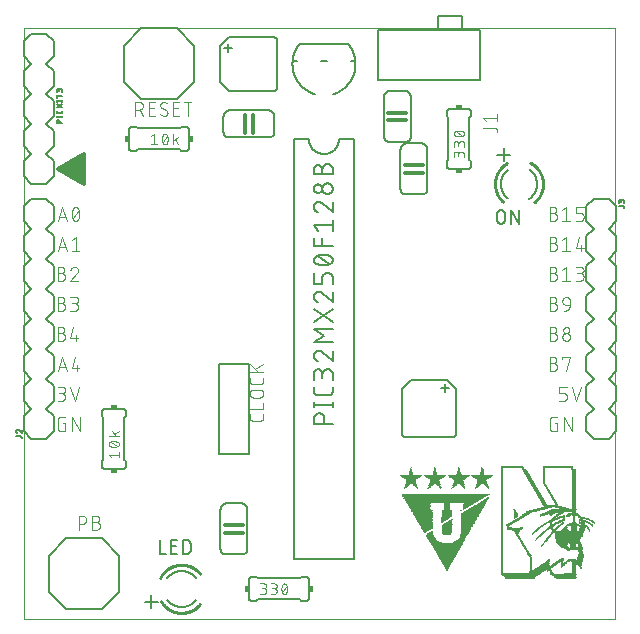
<source format=gto>
G75*
%MOIN*%
%OFA0B0*%
%FSLAX25Y25*%
%IPPOS*%
%LPD*%
%AMOC8*
5,1,8,0,0,1.08239X$1,22.5*
%
%ADD10C,0.00000*%
%ADD11C,0.01200*%
%ADD12C,0.00400*%
%ADD13C,0.00600*%
%ADD14R,0.00125X0.00125*%
%ADD15R,0.00375X0.00125*%
%ADD16R,0.00500X0.00125*%
%ADD17R,0.00625X0.00125*%
%ADD18R,0.00875X0.00125*%
%ADD19R,0.01125X0.00125*%
%ADD20R,0.01375X0.00125*%
%ADD21R,0.01500X0.00125*%
%ADD22R,0.01625X0.00125*%
%ADD23R,0.01875X0.00125*%
%ADD24R,0.02125X0.00125*%
%ADD25R,0.02250X0.00125*%
%ADD26R,0.02375X0.00125*%
%ADD27R,0.02500X0.00125*%
%ADD28R,0.02625X0.00125*%
%ADD29R,0.02875X0.00125*%
%ADD30R,0.03000X0.00125*%
%ADD31R,0.03125X0.00125*%
%ADD32R,0.03250X0.00125*%
%ADD33R,0.03375X0.00125*%
%ADD34R,0.03625X0.00125*%
%ADD35R,0.03875X0.00125*%
%ADD36R,0.04000X0.00125*%
%ADD37R,0.04125X0.00125*%
%ADD38R,0.04250X0.00125*%
%ADD39R,0.04375X0.00125*%
%ADD40R,0.04625X0.00125*%
%ADD41R,0.04875X0.00125*%
%ADD42R,0.05000X0.00125*%
%ADD43R,0.05125X0.00125*%
%ADD44R,0.05250X0.00125*%
%ADD45R,0.05375X0.00125*%
%ADD46R,0.05625X0.00125*%
%ADD47R,0.05750X0.00125*%
%ADD48R,0.05875X0.00125*%
%ADD49R,0.06000X0.00125*%
%ADD50R,0.06125X0.00125*%
%ADD51R,0.06250X0.00125*%
%ADD52R,0.06375X0.00125*%
%ADD53R,0.06625X0.00125*%
%ADD54R,0.06750X0.00125*%
%ADD55R,0.06875X0.00125*%
%ADD56R,0.07000X0.00125*%
%ADD57R,0.07125X0.00125*%
%ADD58R,0.07250X0.00125*%
%ADD59R,0.07500X0.00125*%
%ADD60R,0.07625X0.00125*%
%ADD61R,0.07750X0.00125*%
%ADD62R,0.07875X0.00125*%
%ADD63R,0.08000X0.00125*%
%ADD64R,0.08125X0.00125*%
%ADD65R,0.08250X0.00125*%
%ADD66R,0.08500X0.00125*%
%ADD67R,0.08625X0.00125*%
%ADD68R,0.08750X0.00125*%
%ADD69R,0.08875X0.00125*%
%ADD70R,0.09000X0.00125*%
%ADD71R,0.09250X0.00125*%
%ADD72R,0.09375X0.00125*%
%ADD73R,0.09500X0.00125*%
%ADD74R,0.09625X0.00125*%
%ADD75R,0.09750X0.00125*%
%ADD76R,0.10000X0.00125*%
%ADD77R,0.10250X0.00125*%
%ADD78R,0.10375X0.00125*%
%ADD79R,0.10500X0.00125*%
%ADD80R,0.10625X0.00125*%
%ADD81R,0.03750X0.00125*%
%ADD82R,0.03500X0.00125*%
%ADD83R,0.02750X0.00125*%
%ADD84R,0.01250X0.00125*%
%ADD85R,0.02000X0.00125*%
%ADD86R,0.01750X0.00125*%
%ADD87R,0.01000X0.00125*%
%ADD88R,0.00750X0.00125*%
%ADD89R,0.04500X0.00125*%
%ADD90R,0.04750X0.00125*%
%ADD91R,0.05500X0.00125*%
%ADD92R,0.06500X0.00125*%
%ADD93R,0.00250X0.00125*%
%ADD94R,0.07375X0.00125*%
%ADD95R,0.23125X0.00125*%
%ADD96R,0.23500X0.00125*%
%ADD97R,0.23750X0.00125*%
%ADD98R,0.24000X0.00125*%
%ADD99R,0.24375X0.00125*%
%ADD100R,0.24625X0.00125*%
%ADD101R,0.24875X0.00125*%
%ADD102R,0.25125X0.00125*%
%ADD103R,0.25500X0.00125*%
%ADD104R,0.25625X0.00125*%
%ADD105R,0.26000X0.00125*%
%ADD106R,0.26375X0.00125*%
%ADD107R,0.26500X0.00125*%
%ADD108R,0.26875X0.00125*%
%ADD109R,0.27125X0.00125*%
%ADD110R,0.27375X0.00125*%
%ADD111R,0.27750X0.00125*%
%ADD112R,0.28000X0.00125*%
%ADD113R,0.28250X0.00125*%
%ADD114R,0.28500X0.00125*%
%ADD115R,0.28875X0.00125*%
%ADD116R,0.29125X0.00125*%
%ADD117R,0.10050X0.00075*%
%ADD118R,0.06825X0.00075*%
%ADD119R,0.10125X0.00075*%
%ADD120R,0.06975X0.00075*%
%ADD121R,0.07050X0.00075*%
%ADD122R,0.07125X0.00075*%
%ADD123R,0.07200X0.00075*%
%ADD124R,0.10200X0.00075*%
%ADD125R,0.10350X0.00075*%
%ADD126R,0.07275X0.00075*%
%ADD127R,0.10425X0.00075*%
%ADD128R,0.10575X0.00075*%
%ADD129R,0.07350X0.00075*%
%ADD130R,0.10650X0.00075*%
%ADD131R,0.07425X0.00075*%
%ADD132R,0.10800X0.00075*%
%ADD133R,0.10875X0.00075*%
%ADD134R,0.07500X0.00075*%
%ADD135R,0.12000X0.00075*%
%ADD136R,0.07950X0.00075*%
%ADD137R,0.12075X0.00075*%
%ADD138R,0.12225X0.00075*%
%ADD139R,0.08025X0.00075*%
%ADD140R,0.12375X0.00075*%
%ADD141R,0.08100X0.00075*%
%ADD142R,0.12450X0.00075*%
%ADD143R,0.00075X0.00075*%
%ADD144R,0.12600X0.00075*%
%ADD145R,0.00225X0.00075*%
%ADD146R,0.08175X0.00075*%
%ADD147R,0.12675X0.00075*%
%ADD148R,0.08475X0.00075*%
%ADD149R,0.12825X0.00075*%
%ADD150R,0.00975X0.00075*%
%ADD151R,0.03900X0.00075*%
%ADD152R,0.00525X0.00075*%
%ADD153R,0.03525X0.00075*%
%ADD154R,0.01050X0.00075*%
%ADD155R,0.01650X0.00075*%
%ADD156R,0.03675X0.00075*%
%ADD157R,0.03750X0.00075*%
%ADD158R,0.00900X0.00075*%
%ADD159R,0.03825X0.00075*%
%ADD160R,0.03975X0.00075*%
%ADD161R,0.04050X0.00075*%
%ADD162R,0.04200X0.00075*%
%ADD163R,0.00825X0.00075*%
%ADD164R,0.04275X0.00075*%
%ADD165R,0.00750X0.00075*%
%ADD166R,0.04425X0.00075*%
%ADD167R,0.04500X0.00075*%
%ADD168R,0.04650X0.00075*%
%ADD169R,0.00150X0.00075*%
%ADD170R,0.04725X0.00075*%
%ADD171R,0.00300X0.00075*%
%ADD172R,0.00450X0.00075*%
%ADD173R,0.01350X0.00075*%
%ADD174R,0.01275X0.00075*%
%ADD175R,0.01200X0.00075*%
%ADD176R,0.04950X0.00075*%
%ADD177R,0.04875X0.00075*%
%ADD178R,0.04800X0.00075*%
%ADD179R,0.00675X0.00075*%
%ADD180R,0.00375X0.00075*%
%ADD181R,0.03375X0.00075*%
%ADD182R,0.03300X0.00075*%
%ADD183R,0.01125X0.00075*%
%ADD184R,0.00600X0.00075*%
%ADD185R,0.03225X0.00075*%
%ADD186R,0.03075X0.00075*%
%ADD187R,0.03000X0.00075*%
%ADD188R,0.02850X0.00075*%
%ADD189R,0.02700X0.00075*%
%ADD190R,0.02625X0.00075*%
%ADD191R,0.02475X0.00075*%
%ADD192R,0.01500X0.00075*%
%ADD193R,0.02400X0.00075*%
%ADD194R,0.01575X0.00075*%
%ADD195R,0.02250X0.00075*%
%ADD196R,0.01725X0.00075*%
%ADD197R,0.02100X0.00075*%
%ADD198R,0.01425X0.00075*%
%ADD199R,0.02025X0.00075*%
%ADD200R,0.01875X0.00075*%
%ADD201R,0.01800X0.00075*%
%ADD202R,0.03600X0.00075*%
%ADD203R,0.01950X0.00075*%
%ADD204R,0.05400X0.00075*%
%ADD205R,0.05700X0.00075*%
%ADD206R,0.06000X0.00075*%
%ADD207R,0.06075X0.00075*%
%ADD208R,0.06300X0.00075*%
%ADD209R,0.02175X0.00075*%
%ADD210R,0.02325X0.00075*%
%ADD211R,0.02550X0.00075*%
%ADD212R,0.02775X0.00075*%
%ADD213R,0.02925X0.00075*%
%ADD214R,0.03150X0.00075*%
%ADD215R,0.03450X0.00075*%
%ADD216R,0.06600X0.00075*%
%ADD217R,0.07875X0.00075*%
%ADD218R,0.07800X0.00075*%
%ADD219R,0.08250X0.00075*%
%ADD220R,0.08325X0.00075*%
%ADD221R,0.08400X0.00075*%
%ADD222R,0.08550X0.00075*%
%ADD223R,0.08625X0.00075*%
%ADD224R,0.08700X0.00075*%
%ADD225R,0.08850X0.00075*%
%ADD226R,0.08925X0.00075*%
%ADD227R,0.09000X0.00075*%
%ADD228R,0.09075X0.00075*%
%ADD229R,0.09150X0.00075*%
%ADD230R,0.09225X0.00075*%
%ADD231R,0.09300X0.00075*%
%ADD232R,0.09375X0.00075*%
%ADD233R,0.09450X0.00075*%
%ADD234R,0.04350X0.00075*%
%ADD235R,0.05925X0.00075*%
%ADD236R,0.05775X0.00075*%
%ADD237R,0.06150X0.00075*%
%ADD238R,0.06375X0.00075*%
%ADD239R,0.05625X0.00075*%
%ADD240R,0.05325X0.00075*%
%ADD241R,0.05025X0.00075*%
%ADD242R,0.09900X0.00075*%
%ADD243R,0.09750X0.00075*%
%ADD244C,0.00500*%
%ADD245C,0.00800*%
%ADD246C,0.01000*%
%ADD247R,0.02000X0.01500*%
%ADD248R,0.01500X0.02000*%
%ADD249C,0.00700*%
D10*
X0006600Y0006600D02*
X0006600Y0203450D01*
X0203450Y0203450D01*
X0203450Y0006600D01*
X0006600Y0006600D01*
D11*
X0073600Y0035300D02*
X0079600Y0035300D01*
X0079600Y0037800D02*
X0073600Y0037800D01*
X0026600Y0151600D02*
X0018100Y0156600D01*
X0026600Y0161600D01*
X0026600Y0151600D01*
X0026600Y0151620D02*
X0026566Y0151620D01*
X0026600Y0152818D02*
X0024529Y0152818D01*
X0022491Y0154017D02*
X0026600Y0154017D01*
X0026600Y0155215D02*
X0020454Y0155215D01*
X0018416Y0156414D02*
X0026600Y0156414D01*
X0026600Y0157612D02*
X0019821Y0157612D01*
X0021859Y0158811D02*
X0026600Y0158811D01*
X0026600Y0160009D02*
X0023896Y0160009D01*
X0025934Y0161208D02*
X0026600Y0161208D01*
X0080400Y0168600D02*
X0080400Y0174600D01*
X0082900Y0174600D02*
X0082900Y0168600D01*
X0128100Y0172800D02*
X0134100Y0172800D01*
X0134100Y0175300D02*
X0128100Y0175300D01*
X0133600Y0157800D02*
X0139600Y0157800D01*
X0139600Y0155300D02*
X0133600Y0155300D01*
D12*
X0149800Y0160400D02*
X0149800Y0161567D01*
X0149802Y0161623D01*
X0149808Y0161678D01*
X0149818Y0161732D01*
X0149832Y0161786D01*
X0149849Y0161839D01*
X0149870Y0161890D01*
X0149895Y0161940D01*
X0149924Y0161988D01*
X0149955Y0162033D01*
X0149990Y0162076D01*
X0150028Y0162117D01*
X0150069Y0162155D01*
X0150112Y0162190D01*
X0150157Y0162221D01*
X0150205Y0162250D01*
X0150255Y0162275D01*
X0150306Y0162296D01*
X0150359Y0162313D01*
X0150413Y0162327D01*
X0150467Y0162337D01*
X0150522Y0162343D01*
X0150578Y0162345D01*
X0150634Y0162343D01*
X0150689Y0162337D01*
X0150743Y0162327D01*
X0150797Y0162313D01*
X0150850Y0162296D01*
X0150901Y0162275D01*
X0150951Y0162250D01*
X0150999Y0162221D01*
X0151044Y0162190D01*
X0151087Y0162155D01*
X0151128Y0162117D01*
X0151166Y0162076D01*
X0151201Y0162033D01*
X0151232Y0161988D01*
X0151261Y0161940D01*
X0151286Y0161890D01*
X0151307Y0161839D01*
X0151324Y0161786D01*
X0151338Y0161732D01*
X0151348Y0161678D01*
X0151354Y0161623D01*
X0151356Y0161567D01*
X0151356Y0160789D01*
X0151356Y0161372D02*
X0151358Y0161433D01*
X0151364Y0161494D01*
X0151373Y0161554D01*
X0151387Y0161614D01*
X0151404Y0161672D01*
X0151424Y0161730D01*
X0151449Y0161786D01*
X0151476Y0161840D01*
X0151507Y0161893D01*
X0151542Y0161943D01*
X0151579Y0161992D01*
X0151619Y0162037D01*
X0151663Y0162081D01*
X0151708Y0162121D01*
X0151757Y0162158D01*
X0151807Y0162193D01*
X0151860Y0162224D01*
X0151914Y0162251D01*
X0151970Y0162276D01*
X0152028Y0162296D01*
X0152086Y0162313D01*
X0152146Y0162327D01*
X0152206Y0162336D01*
X0152267Y0162342D01*
X0152328Y0162344D01*
X0152389Y0162342D01*
X0152450Y0162336D01*
X0152510Y0162327D01*
X0152570Y0162313D01*
X0152628Y0162296D01*
X0152686Y0162276D01*
X0152742Y0162251D01*
X0152796Y0162224D01*
X0152849Y0162193D01*
X0152899Y0162158D01*
X0152948Y0162121D01*
X0152993Y0162081D01*
X0153037Y0162037D01*
X0153077Y0161992D01*
X0153114Y0161943D01*
X0153149Y0161893D01*
X0153180Y0161840D01*
X0153207Y0161786D01*
X0153232Y0161730D01*
X0153252Y0161672D01*
X0153269Y0161614D01*
X0153283Y0161554D01*
X0153292Y0161494D01*
X0153298Y0161433D01*
X0153300Y0161372D01*
X0153300Y0160400D01*
X0153300Y0163910D02*
X0153300Y0164882D01*
X0153298Y0164943D01*
X0153292Y0165004D01*
X0153283Y0165064D01*
X0153269Y0165124D01*
X0153252Y0165182D01*
X0153232Y0165240D01*
X0153207Y0165296D01*
X0153180Y0165350D01*
X0153149Y0165403D01*
X0153114Y0165453D01*
X0153077Y0165502D01*
X0153037Y0165547D01*
X0152993Y0165591D01*
X0152948Y0165631D01*
X0152899Y0165668D01*
X0152849Y0165703D01*
X0152796Y0165734D01*
X0152742Y0165761D01*
X0152686Y0165786D01*
X0152628Y0165806D01*
X0152570Y0165823D01*
X0152510Y0165837D01*
X0152450Y0165846D01*
X0152389Y0165852D01*
X0152328Y0165854D01*
X0152267Y0165852D01*
X0152206Y0165846D01*
X0152146Y0165837D01*
X0152086Y0165823D01*
X0152028Y0165806D01*
X0151970Y0165786D01*
X0151914Y0165761D01*
X0151860Y0165734D01*
X0151807Y0165703D01*
X0151757Y0165668D01*
X0151708Y0165631D01*
X0151663Y0165591D01*
X0151619Y0165547D01*
X0151579Y0165502D01*
X0151542Y0165453D01*
X0151507Y0165403D01*
X0151476Y0165350D01*
X0151449Y0165296D01*
X0151424Y0165240D01*
X0151404Y0165182D01*
X0151387Y0165124D01*
X0151373Y0165064D01*
X0151364Y0165004D01*
X0151358Y0164943D01*
X0151356Y0164882D01*
X0151356Y0165077D02*
X0151356Y0164299D01*
X0151356Y0165077D02*
X0151354Y0165133D01*
X0151348Y0165188D01*
X0151338Y0165242D01*
X0151324Y0165296D01*
X0151307Y0165349D01*
X0151286Y0165400D01*
X0151261Y0165450D01*
X0151232Y0165498D01*
X0151201Y0165543D01*
X0151166Y0165586D01*
X0151128Y0165627D01*
X0151087Y0165665D01*
X0151044Y0165700D01*
X0150999Y0165731D01*
X0150951Y0165760D01*
X0150901Y0165785D01*
X0150850Y0165806D01*
X0150797Y0165823D01*
X0150743Y0165837D01*
X0150689Y0165847D01*
X0150634Y0165853D01*
X0150578Y0165855D01*
X0150522Y0165853D01*
X0150467Y0165847D01*
X0150413Y0165837D01*
X0150359Y0165823D01*
X0150306Y0165806D01*
X0150255Y0165785D01*
X0150205Y0165760D01*
X0150157Y0165731D01*
X0150112Y0165700D01*
X0150069Y0165665D01*
X0150028Y0165627D01*
X0149990Y0165586D01*
X0149955Y0165543D01*
X0149924Y0165498D01*
X0149895Y0165450D01*
X0149870Y0165400D01*
X0149849Y0165349D01*
X0149832Y0165296D01*
X0149818Y0165242D01*
X0149808Y0165188D01*
X0149802Y0165133D01*
X0149800Y0165077D01*
X0149800Y0163910D01*
X0151550Y0169364D02*
X0151651Y0169362D01*
X0151751Y0169357D01*
X0151851Y0169348D01*
X0151951Y0169336D01*
X0152051Y0169320D01*
X0152149Y0169301D01*
X0152247Y0169278D01*
X0152345Y0169252D01*
X0152441Y0169223D01*
X0152536Y0169190D01*
X0152630Y0169154D01*
X0152723Y0169115D01*
X0152814Y0169072D01*
X0152863Y0169053D01*
X0152911Y0169031D01*
X0152956Y0169005D01*
X0153000Y0168976D01*
X0153042Y0168944D01*
X0153081Y0168909D01*
X0153117Y0168871D01*
X0153150Y0168831D01*
X0153181Y0168788D01*
X0153208Y0168743D01*
X0153232Y0168697D01*
X0153253Y0168649D01*
X0153270Y0168599D01*
X0153283Y0168548D01*
X0153292Y0168497D01*
X0153298Y0168444D01*
X0153300Y0168392D01*
X0153298Y0168340D01*
X0153292Y0168287D01*
X0153283Y0168236D01*
X0153270Y0168185D01*
X0153253Y0168135D01*
X0153232Y0168087D01*
X0153208Y0168041D01*
X0153181Y0167996D01*
X0153150Y0167953D01*
X0153117Y0167913D01*
X0153081Y0167875D01*
X0153042Y0167840D01*
X0153000Y0167808D01*
X0152956Y0167779D01*
X0152911Y0167753D01*
X0152863Y0167731D01*
X0152814Y0167712D01*
X0152522Y0167614D02*
X0150578Y0169170D01*
X0149800Y0168392D02*
X0149802Y0168340D01*
X0149808Y0168287D01*
X0149817Y0168236D01*
X0149830Y0168185D01*
X0149847Y0168135D01*
X0149868Y0168087D01*
X0149892Y0168041D01*
X0149919Y0167996D01*
X0149950Y0167953D01*
X0149983Y0167913D01*
X0150019Y0167875D01*
X0150058Y0167840D01*
X0150100Y0167808D01*
X0150144Y0167779D01*
X0150189Y0167753D01*
X0150237Y0167731D01*
X0150286Y0167712D01*
X0149800Y0168392D02*
X0149802Y0168444D01*
X0149808Y0168497D01*
X0149817Y0168548D01*
X0149830Y0168599D01*
X0149847Y0168649D01*
X0149868Y0168697D01*
X0149892Y0168744D01*
X0149919Y0168788D01*
X0149950Y0168831D01*
X0149983Y0168871D01*
X0150019Y0168909D01*
X0150058Y0168944D01*
X0150100Y0168976D01*
X0150144Y0169005D01*
X0150189Y0169031D01*
X0150237Y0169053D01*
X0150286Y0169072D01*
X0150286Y0167712D02*
X0150377Y0167669D01*
X0150470Y0167630D01*
X0150564Y0167594D01*
X0150659Y0167561D01*
X0150755Y0167532D01*
X0150853Y0167506D01*
X0150951Y0167483D01*
X0151049Y0167464D01*
X0151149Y0167448D01*
X0151249Y0167436D01*
X0151349Y0167427D01*
X0151449Y0167422D01*
X0151550Y0167420D01*
X0151550Y0169364D02*
X0151449Y0169362D01*
X0151349Y0169357D01*
X0151249Y0169348D01*
X0151149Y0169336D01*
X0151049Y0169320D01*
X0150951Y0169301D01*
X0150853Y0169278D01*
X0150755Y0169252D01*
X0150659Y0169223D01*
X0150564Y0169190D01*
X0150470Y0169154D01*
X0150377Y0169115D01*
X0150286Y0169072D01*
X0151550Y0167420D02*
X0151651Y0167422D01*
X0151751Y0167427D01*
X0151851Y0167436D01*
X0151951Y0167448D01*
X0152051Y0167464D01*
X0152149Y0167483D01*
X0152247Y0167506D01*
X0152345Y0167532D01*
X0152441Y0167561D01*
X0152536Y0167594D01*
X0152630Y0167630D01*
X0152723Y0167669D01*
X0152814Y0167712D01*
X0159757Y0170363D02*
X0163334Y0170363D01*
X0163396Y0170361D01*
X0163457Y0170356D01*
X0163518Y0170346D01*
X0163579Y0170333D01*
X0163638Y0170317D01*
X0163696Y0170297D01*
X0163753Y0170273D01*
X0163809Y0170246D01*
X0163863Y0170216D01*
X0163915Y0170182D01*
X0163964Y0170146D01*
X0164012Y0170106D01*
X0164057Y0170064D01*
X0164099Y0170019D01*
X0164139Y0169971D01*
X0164175Y0169922D01*
X0164209Y0169870D01*
X0164239Y0169816D01*
X0164266Y0169760D01*
X0164290Y0169703D01*
X0164310Y0169645D01*
X0164326Y0169586D01*
X0164339Y0169525D01*
X0164349Y0169464D01*
X0164354Y0169403D01*
X0164356Y0169341D01*
X0164357Y0169341D02*
X0164357Y0168829D01*
X0164357Y0172439D02*
X0164357Y0174994D01*
X0164357Y0173717D02*
X0159757Y0173717D01*
X0160779Y0172439D01*
X0181800Y0143900D02*
X0183078Y0143900D01*
X0181800Y0143900D01*
X0181800Y0139300D01*
X0183078Y0139300D01*
X0181800Y0139300D01*
X0181800Y0143900D01*
X0183078Y0143900D02*
X0183141Y0143898D01*
X0183204Y0143892D01*
X0183266Y0143883D01*
X0183327Y0143869D01*
X0183388Y0143852D01*
X0183447Y0143831D01*
X0183505Y0143806D01*
X0183562Y0143778D01*
X0183616Y0143747D01*
X0183668Y0143712D01*
X0183719Y0143674D01*
X0183767Y0143633D01*
X0183812Y0143589D01*
X0183854Y0143543D01*
X0183894Y0143494D01*
X0183930Y0143443D01*
X0183963Y0143389D01*
X0183993Y0143334D01*
X0184019Y0143276D01*
X0184042Y0143218D01*
X0184061Y0143158D01*
X0184076Y0143097D01*
X0184088Y0143035D01*
X0184096Y0142972D01*
X0184100Y0142909D01*
X0184100Y0142847D01*
X0184096Y0142784D01*
X0184088Y0142721D01*
X0184076Y0142659D01*
X0184061Y0142598D01*
X0184042Y0142538D01*
X0184019Y0142480D01*
X0183993Y0142422D01*
X0183963Y0142367D01*
X0183930Y0142313D01*
X0183894Y0142262D01*
X0183854Y0142213D01*
X0183812Y0142167D01*
X0183767Y0142123D01*
X0183719Y0142082D01*
X0183668Y0142044D01*
X0183616Y0142009D01*
X0183562Y0141978D01*
X0183505Y0141950D01*
X0183447Y0141925D01*
X0183388Y0141904D01*
X0183327Y0141887D01*
X0183266Y0141873D01*
X0183204Y0141864D01*
X0183141Y0141858D01*
X0183078Y0141856D01*
X0181800Y0141856D01*
X0183078Y0141856D01*
X0183141Y0141858D01*
X0183204Y0141864D01*
X0183266Y0141873D01*
X0183327Y0141887D01*
X0183388Y0141904D01*
X0183447Y0141925D01*
X0183505Y0141950D01*
X0183562Y0141978D01*
X0183616Y0142009D01*
X0183668Y0142044D01*
X0183719Y0142082D01*
X0183767Y0142123D01*
X0183812Y0142167D01*
X0183854Y0142213D01*
X0183894Y0142262D01*
X0183930Y0142313D01*
X0183963Y0142367D01*
X0183993Y0142422D01*
X0184019Y0142480D01*
X0184042Y0142538D01*
X0184061Y0142598D01*
X0184076Y0142659D01*
X0184088Y0142721D01*
X0184096Y0142784D01*
X0184100Y0142847D01*
X0184100Y0142909D01*
X0184096Y0142972D01*
X0184088Y0143035D01*
X0184076Y0143097D01*
X0184061Y0143158D01*
X0184042Y0143218D01*
X0184019Y0143276D01*
X0183993Y0143334D01*
X0183963Y0143389D01*
X0183930Y0143443D01*
X0183894Y0143494D01*
X0183854Y0143543D01*
X0183812Y0143589D01*
X0183767Y0143633D01*
X0183719Y0143674D01*
X0183668Y0143712D01*
X0183616Y0143747D01*
X0183562Y0143778D01*
X0183505Y0143806D01*
X0183447Y0143831D01*
X0183388Y0143852D01*
X0183327Y0143869D01*
X0183266Y0143883D01*
X0183204Y0143892D01*
X0183141Y0143898D01*
X0183078Y0143900D01*
X0183078Y0141856D02*
X0183148Y0141854D01*
X0183219Y0141848D01*
X0183288Y0141839D01*
X0183357Y0141825D01*
X0183426Y0141808D01*
X0183493Y0141787D01*
X0183559Y0141762D01*
X0183623Y0141734D01*
X0183686Y0141702D01*
X0183747Y0141667D01*
X0183806Y0141628D01*
X0183863Y0141587D01*
X0183917Y0141542D01*
X0183969Y0141494D01*
X0184018Y0141444D01*
X0184065Y0141390D01*
X0184108Y0141335D01*
X0184148Y0141277D01*
X0184185Y0141217D01*
X0184218Y0141155D01*
X0184248Y0141091D01*
X0184275Y0141026D01*
X0184298Y0140960D01*
X0184317Y0140892D01*
X0184332Y0140823D01*
X0184344Y0140754D01*
X0184352Y0140684D01*
X0184356Y0140613D01*
X0184356Y0140543D01*
X0184352Y0140472D01*
X0184344Y0140402D01*
X0184332Y0140333D01*
X0184317Y0140264D01*
X0184298Y0140196D01*
X0184275Y0140130D01*
X0184248Y0140065D01*
X0184218Y0140001D01*
X0184185Y0139939D01*
X0184148Y0139879D01*
X0184108Y0139821D01*
X0184065Y0139766D01*
X0184018Y0139712D01*
X0183969Y0139662D01*
X0183917Y0139614D01*
X0183863Y0139569D01*
X0183806Y0139528D01*
X0183747Y0139489D01*
X0183686Y0139454D01*
X0183623Y0139422D01*
X0183559Y0139394D01*
X0183493Y0139369D01*
X0183426Y0139348D01*
X0183357Y0139331D01*
X0183288Y0139317D01*
X0183219Y0139308D01*
X0183148Y0139302D01*
X0183078Y0139300D01*
X0183148Y0139302D01*
X0183219Y0139308D01*
X0183288Y0139317D01*
X0183357Y0139331D01*
X0183426Y0139348D01*
X0183493Y0139369D01*
X0183559Y0139394D01*
X0183623Y0139422D01*
X0183686Y0139454D01*
X0183747Y0139489D01*
X0183806Y0139528D01*
X0183863Y0139569D01*
X0183917Y0139614D01*
X0183969Y0139662D01*
X0184018Y0139712D01*
X0184065Y0139766D01*
X0184108Y0139821D01*
X0184148Y0139879D01*
X0184185Y0139939D01*
X0184218Y0140001D01*
X0184248Y0140065D01*
X0184275Y0140130D01*
X0184298Y0140196D01*
X0184317Y0140264D01*
X0184332Y0140333D01*
X0184344Y0140402D01*
X0184352Y0140472D01*
X0184356Y0140543D01*
X0184356Y0140613D01*
X0184352Y0140684D01*
X0184344Y0140754D01*
X0184332Y0140823D01*
X0184317Y0140892D01*
X0184298Y0140960D01*
X0184275Y0141026D01*
X0184248Y0141091D01*
X0184218Y0141155D01*
X0184185Y0141217D01*
X0184148Y0141277D01*
X0184108Y0141335D01*
X0184065Y0141390D01*
X0184018Y0141444D01*
X0183969Y0141494D01*
X0183917Y0141542D01*
X0183863Y0141587D01*
X0183806Y0141628D01*
X0183747Y0141667D01*
X0183686Y0141702D01*
X0183623Y0141734D01*
X0183559Y0141762D01*
X0183493Y0141787D01*
X0183426Y0141808D01*
X0183357Y0141825D01*
X0183288Y0141839D01*
X0183219Y0141848D01*
X0183148Y0141854D01*
X0183078Y0141856D01*
X0186083Y0142878D02*
X0187361Y0143900D01*
X0187361Y0139300D01*
X0187361Y0143900D01*
X0186083Y0142878D01*
X0186083Y0139300D02*
X0188639Y0139300D01*
X0186083Y0139300D01*
X0190583Y0139300D02*
X0192117Y0139300D01*
X0190583Y0139300D01*
X0192117Y0139300D02*
X0192179Y0139302D01*
X0192240Y0139307D01*
X0192301Y0139317D01*
X0192362Y0139330D01*
X0192421Y0139346D01*
X0192479Y0139366D01*
X0192536Y0139390D01*
X0192592Y0139417D01*
X0192646Y0139447D01*
X0192698Y0139481D01*
X0192747Y0139517D01*
X0192795Y0139557D01*
X0192840Y0139599D01*
X0192882Y0139644D01*
X0192922Y0139692D01*
X0192958Y0139741D01*
X0192992Y0139793D01*
X0193022Y0139847D01*
X0193049Y0139903D01*
X0193073Y0139960D01*
X0193093Y0140018D01*
X0193109Y0140077D01*
X0193122Y0140138D01*
X0193132Y0140199D01*
X0193137Y0140260D01*
X0193139Y0140322D01*
X0193139Y0140833D01*
X0193139Y0140322D01*
X0193137Y0140260D01*
X0193132Y0140199D01*
X0193122Y0140138D01*
X0193109Y0140077D01*
X0193093Y0140018D01*
X0193073Y0139960D01*
X0193049Y0139903D01*
X0193022Y0139847D01*
X0192992Y0139793D01*
X0192958Y0139741D01*
X0192922Y0139692D01*
X0192882Y0139644D01*
X0192840Y0139599D01*
X0192795Y0139557D01*
X0192747Y0139517D01*
X0192698Y0139481D01*
X0192646Y0139447D01*
X0192592Y0139417D01*
X0192536Y0139390D01*
X0192479Y0139366D01*
X0192421Y0139346D01*
X0192362Y0139330D01*
X0192301Y0139317D01*
X0192240Y0139307D01*
X0192179Y0139302D01*
X0192117Y0139300D01*
X0193139Y0140833D02*
X0193137Y0140895D01*
X0193132Y0140956D01*
X0193122Y0141017D01*
X0193109Y0141078D01*
X0193093Y0141137D01*
X0193073Y0141195D01*
X0193049Y0141252D01*
X0193022Y0141308D01*
X0192992Y0141362D01*
X0192958Y0141414D01*
X0192922Y0141463D01*
X0192882Y0141511D01*
X0192840Y0141556D01*
X0192795Y0141598D01*
X0192747Y0141638D01*
X0192698Y0141674D01*
X0192646Y0141708D01*
X0192592Y0141738D01*
X0192536Y0141765D01*
X0192479Y0141789D01*
X0192421Y0141809D01*
X0192362Y0141825D01*
X0192301Y0141838D01*
X0192240Y0141848D01*
X0192179Y0141853D01*
X0192117Y0141855D01*
X0192117Y0141856D02*
X0190583Y0141856D01*
X0190583Y0143900D01*
X0193139Y0143900D01*
X0190583Y0143900D01*
X0190583Y0141856D01*
X0192117Y0141856D01*
X0192117Y0141855D02*
X0192179Y0141853D01*
X0192240Y0141848D01*
X0192301Y0141838D01*
X0192362Y0141825D01*
X0192421Y0141809D01*
X0192479Y0141789D01*
X0192536Y0141765D01*
X0192592Y0141738D01*
X0192646Y0141708D01*
X0192698Y0141674D01*
X0192747Y0141638D01*
X0192795Y0141598D01*
X0192840Y0141556D01*
X0192882Y0141511D01*
X0192922Y0141463D01*
X0192958Y0141414D01*
X0192992Y0141362D01*
X0193022Y0141308D01*
X0193049Y0141252D01*
X0193073Y0141195D01*
X0193093Y0141137D01*
X0193109Y0141078D01*
X0193122Y0141017D01*
X0193132Y0140956D01*
X0193137Y0140895D01*
X0193139Y0140833D01*
X0191606Y0133900D02*
X0190583Y0130322D01*
X0193139Y0130322D01*
X0192372Y0131344D02*
X0192372Y0129300D01*
X0188639Y0129300D02*
X0186083Y0129300D01*
X0187361Y0129300D02*
X0187361Y0133900D01*
X0186083Y0132878D01*
X0183078Y0131856D02*
X0183141Y0131858D01*
X0183204Y0131864D01*
X0183266Y0131873D01*
X0183327Y0131887D01*
X0183388Y0131904D01*
X0183447Y0131925D01*
X0183505Y0131950D01*
X0183562Y0131978D01*
X0183616Y0132009D01*
X0183668Y0132044D01*
X0183719Y0132082D01*
X0183767Y0132123D01*
X0183812Y0132167D01*
X0183854Y0132213D01*
X0183894Y0132262D01*
X0183930Y0132313D01*
X0183963Y0132367D01*
X0183993Y0132422D01*
X0184019Y0132480D01*
X0184042Y0132538D01*
X0184061Y0132598D01*
X0184076Y0132659D01*
X0184088Y0132721D01*
X0184096Y0132784D01*
X0184100Y0132847D01*
X0184100Y0132909D01*
X0184096Y0132972D01*
X0184088Y0133035D01*
X0184076Y0133097D01*
X0184061Y0133158D01*
X0184042Y0133218D01*
X0184019Y0133276D01*
X0183993Y0133334D01*
X0183963Y0133389D01*
X0183930Y0133443D01*
X0183894Y0133494D01*
X0183854Y0133543D01*
X0183812Y0133589D01*
X0183767Y0133633D01*
X0183719Y0133674D01*
X0183668Y0133712D01*
X0183616Y0133747D01*
X0183562Y0133778D01*
X0183505Y0133806D01*
X0183447Y0133831D01*
X0183388Y0133852D01*
X0183327Y0133869D01*
X0183266Y0133883D01*
X0183204Y0133892D01*
X0183141Y0133898D01*
X0183078Y0133900D01*
X0181800Y0133900D01*
X0181800Y0129300D01*
X0183078Y0129300D01*
X0183148Y0129302D01*
X0183219Y0129308D01*
X0183288Y0129317D01*
X0183357Y0129331D01*
X0183426Y0129348D01*
X0183493Y0129369D01*
X0183559Y0129394D01*
X0183623Y0129422D01*
X0183686Y0129454D01*
X0183747Y0129489D01*
X0183806Y0129528D01*
X0183863Y0129569D01*
X0183917Y0129614D01*
X0183969Y0129662D01*
X0184018Y0129712D01*
X0184065Y0129766D01*
X0184108Y0129821D01*
X0184148Y0129879D01*
X0184185Y0129939D01*
X0184218Y0130001D01*
X0184248Y0130065D01*
X0184275Y0130130D01*
X0184298Y0130196D01*
X0184317Y0130264D01*
X0184332Y0130333D01*
X0184344Y0130402D01*
X0184352Y0130472D01*
X0184356Y0130543D01*
X0184356Y0130613D01*
X0184352Y0130684D01*
X0184344Y0130754D01*
X0184332Y0130823D01*
X0184317Y0130892D01*
X0184298Y0130960D01*
X0184275Y0131026D01*
X0184248Y0131091D01*
X0184218Y0131155D01*
X0184185Y0131217D01*
X0184148Y0131277D01*
X0184108Y0131335D01*
X0184065Y0131390D01*
X0184018Y0131444D01*
X0183969Y0131494D01*
X0183917Y0131542D01*
X0183863Y0131587D01*
X0183806Y0131628D01*
X0183747Y0131667D01*
X0183686Y0131702D01*
X0183623Y0131734D01*
X0183559Y0131762D01*
X0183493Y0131787D01*
X0183426Y0131808D01*
X0183357Y0131825D01*
X0183288Y0131839D01*
X0183219Y0131848D01*
X0183148Y0131854D01*
X0183078Y0131856D01*
X0181800Y0131856D01*
X0181800Y0123900D02*
X0183078Y0123900D01*
X0183141Y0123898D01*
X0183204Y0123892D01*
X0183266Y0123883D01*
X0183327Y0123869D01*
X0183388Y0123852D01*
X0183447Y0123831D01*
X0183505Y0123806D01*
X0183562Y0123778D01*
X0183616Y0123747D01*
X0183668Y0123712D01*
X0183719Y0123674D01*
X0183767Y0123633D01*
X0183812Y0123589D01*
X0183854Y0123543D01*
X0183894Y0123494D01*
X0183930Y0123443D01*
X0183963Y0123389D01*
X0183993Y0123334D01*
X0184019Y0123276D01*
X0184042Y0123218D01*
X0184061Y0123158D01*
X0184076Y0123097D01*
X0184088Y0123035D01*
X0184096Y0122972D01*
X0184100Y0122909D01*
X0184100Y0122847D01*
X0184096Y0122784D01*
X0184088Y0122721D01*
X0184076Y0122659D01*
X0184061Y0122598D01*
X0184042Y0122538D01*
X0184019Y0122480D01*
X0183993Y0122422D01*
X0183963Y0122367D01*
X0183930Y0122313D01*
X0183894Y0122262D01*
X0183854Y0122213D01*
X0183812Y0122167D01*
X0183767Y0122123D01*
X0183719Y0122082D01*
X0183668Y0122044D01*
X0183616Y0122009D01*
X0183562Y0121978D01*
X0183505Y0121950D01*
X0183447Y0121925D01*
X0183388Y0121904D01*
X0183327Y0121887D01*
X0183266Y0121873D01*
X0183204Y0121864D01*
X0183141Y0121858D01*
X0183078Y0121856D01*
X0181800Y0121856D01*
X0183078Y0121856D02*
X0183148Y0121854D01*
X0183219Y0121848D01*
X0183288Y0121839D01*
X0183357Y0121825D01*
X0183426Y0121808D01*
X0183493Y0121787D01*
X0183559Y0121762D01*
X0183623Y0121734D01*
X0183686Y0121702D01*
X0183747Y0121667D01*
X0183806Y0121628D01*
X0183863Y0121587D01*
X0183917Y0121542D01*
X0183969Y0121494D01*
X0184018Y0121444D01*
X0184065Y0121390D01*
X0184108Y0121335D01*
X0184148Y0121277D01*
X0184185Y0121217D01*
X0184218Y0121155D01*
X0184248Y0121091D01*
X0184275Y0121026D01*
X0184298Y0120960D01*
X0184317Y0120892D01*
X0184332Y0120823D01*
X0184344Y0120754D01*
X0184352Y0120684D01*
X0184356Y0120613D01*
X0184356Y0120543D01*
X0184352Y0120472D01*
X0184344Y0120402D01*
X0184332Y0120333D01*
X0184317Y0120264D01*
X0184298Y0120196D01*
X0184275Y0120130D01*
X0184248Y0120065D01*
X0184218Y0120001D01*
X0184185Y0119939D01*
X0184148Y0119879D01*
X0184108Y0119821D01*
X0184065Y0119766D01*
X0184018Y0119712D01*
X0183969Y0119662D01*
X0183917Y0119614D01*
X0183863Y0119569D01*
X0183806Y0119528D01*
X0183747Y0119489D01*
X0183686Y0119454D01*
X0183623Y0119422D01*
X0183559Y0119394D01*
X0183493Y0119369D01*
X0183426Y0119348D01*
X0183357Y0119331D01*
X0183288Y0119317D01*
X0183219Y0119308D01*
X0183148Y0119302D01*
X0183078Y0119300D01*
X0181800Y0119300D01*
X0181800Y0123900D01*
X0186083Y0122878D02*
X0187361Y0123900D01*
X0187361Y0119300D01*
X0186083Y0119300D02*
X0188639Y0119300D01*
X0190583Y0119300D02*
X0191861Y0119300D01*
X0191931Y0119302D01*
X0192002Y0119308D01*
X0192071Y0119317D01*
X0192140Y0119331D01*
X0192209Y0119348D01*
X0192276Y0119369D01*
X0192342Y0119394D01*
X0192406Y0119422D01*
X0192469Y0119454D01*
X0192530Y0119489D01*
X0192589Y0119528D01*
X0192646Y0119569D01*
X0192700Y0119614D01*
X0192752Y0119662D01*
X0192801Y0119712D01*
X0192848Y0119766D01*
X0192891Y0119821D01*
X0192931Y0119879D01*
X0192968Y0119939D01*
X0193001Y0120001D01*
X0193031Y0120065D01*
X0193058Y0120130D01*
X0193081Y0120196D01*
X0193100Y0120264D01*
X0193115Y0120333D01*
X0193127Y0120402D01*
X0193135Y0120472D01*
X0193139Y0120543D01*
X0193139Y0120613D01*
X0193135Y0120684D01*
X0193127Y0120754D01*
X0193115Y0120823D01*
X0193100Y0120892D01*
X0193081Y0120960D01*
X0193058Y0121026D01*
X0193031Y0121091D01*
X0193001Y0121155D01*
X0192968Y0121217D01*
X0192931Y0121277D01*
X0192891Y0121335D01*
X0192848Y0121390D01*
X0192801Y0121444D01*
X0192752Y0121494D01*
X0192700Y0121542D01*
X0192646Y0121587D01*
X0192589Y0121628D01*
X0192530Y0121667D01*
X0192469Y0121702D01*
X0192406Y0121734D01*
X0192342Y0121762D01*
X0192276Y0121787D01*
X0192209Y0121808D01*
X0192140Y0121825D01*
X0192071Y0121839D01*
X0192002Y0121848D01*
X0191931Y0121854D01*
X0191861Y0121856D01*
X0192117Y0121856D02*
X0191094Y0121856D01*
X0192117Y0121856D02*
X0192180Y0121858D01*
X0192243Y0121864D01*
X0192305Y0121873D01*
X0192366Y0121887D01*
X0192427Y0121904D01*
X0192486Y0121925D01*
X0192544Y0121950D01*
X0192601Y0121978D01*
X0192655Y0122009D01*
X0192707Y0122044D01*
X0192758Y0122082D01*
X0192806Y0122123D01*
X0192851Y0122167D01*
X0192893Y0122213D01*
X0192933Y0122262D01*
X0192969Y0122313D01*
X0193002Y0122367D01*
X0193032Y0122422D01*
X0193058Y0122480D01*
X0193081Y0122538D01*
X0193100Y0122598D01*
X0193115Y0122659D01*
X0193127Y0122721D01*
X0193135Y0122784D01*
X0193139Y0122847D01*
X0193139Y0122909D01*
X0193135Y0122972D01*
X0193127Y0123035D01*
X0193115Y0123097D01*
X0193100Y0123158D01*
X0193081Y0123218D01*
X0193058Y0123276D01*
X0193032Y0123334D01*
X0193002Y0123389D01*
X0192969Y0123443D01*
X0192933Y0123494D01*
X0192893Y0123543D01*
X0192851Y0123589D01*
X0192806Y0123633D01*
X0192758Y0123674D01*
X0192707Y0123712D01*
X0192655Y0123747D01*
X0192601Y0123778D01*
X0192544Y0123806D01*
X0192486Y0123831D01*
X0192427Y0123852D01*
X0192366Y0123869D01*
X0192305Y0123883D01*
X0192243Y0123892D01*
X0192180Y0123898D01*
X0192117Y0123900D01*
X0190583Y0123900D01*
X0183078Y0113900D02*
X0181800Y0113900D01*
X0181800Y0109300D01*
X0183078Y0109300D01*
X0183148Y0109302D01*
X0183219Y0109308D01*
X0183288Y0109317D01*
X0183357Y0109331D01*
X0183426Y0109348D01*
X0183493Y0109369D01*
X0183559Y0109394D01*
X0183623Y0109422D01*
X0183686Y0109454D01*
X0183747Y0109489D01*
X0183806Y0109528D01*
X0183863Y0109569D01*
X0183917Y0109614D01*
X0183969Y0109662D01*
X0184018Y0109712D01*
X0184065Y0109766D01*
X0184108Y0109821D01*
X0184148Y0109879D01*
X0184185Y0109939D01*
X0184218Y0110001D01*
X0184248Y0110065D01*
X0184275Y0110130D01*
X0184298Y0110196D01*
X0184317Y0110264D01*
X0184332Y0110333D01*
X0184344Y0110402D01*
X0184352Y0110472D01*
X0184356Y0110543D01*
X0184356Y0110613D01*
X0184352Y0110684D01*
X0184344Y0110754D01*
X0184332Y0110823D01*
X0184317Y0110892D01*
X0184298Y0110960D01*
X0184275Y0111026D01*
X0184248Y0111091D01*
X0184218Y0111155D01*
X0184185Y0111217D01*
X0184148Y0111277D01*
X0184108Y0111335D01*
X0184065Y0111390D01*
X0184018Y0111444D01*
X0183969Y0111494D01*
X0183917Y0111542D01*
X0183863Y0111587D01*
X0183806Y0111628D01*
X0183747Y0111667D01*
X0183686Y0111702D01*
X0183623Y0111734D01*
X0183559Y0111762D01*
X0183493Y0111787D01*
X0183426Y0111808D01*
X0183357Y0111825D01*
X0183288Y0111839D01*
X0183219Y0111848D01*
X0183148Y0111854D01*
X0183078Y0111856D01*
X0181800Y0111856D01*
X0183078Y0111856D02*
X0183141Y0111858D01*
X0183204Y0111864D01*
X0183266Y0111873D01*
X0183327Y0111887D01*
X0183388Y0111904D01*
X0183447Y0111925D01*
X0183505Y0111950D01*
X0183562Y0111978D01*
X0183616Y0112009D01*
X0183668Y0112044D01*
X0183719Y0112082D01*
X0183767Y0112123D01*
X0183812Y0112167D01*
X0183854Y0112213D01*
X0183894Y0112262D01*
X0183930Y0112313D01*
X0183963Y0112367D01*
X0183993Y0112422D01*
X0184019Y0112480D01*
X0184042Y0112538D01*
X0184061Y0112598D01*
X0184076Y0112659D01*
X0184088Y0112721D01*
X0184096Y0112784D01*
X0184100Y0112847D01*
X0184100Y0112909D01*
X0184096Y0112972D01*
X0184088Y0113035D01*
X0184076Y0113097D01*
X0184061Y0113158D01*
X0184042Y0113218D01*
X0184019Y0113276D01*
X0183993Y0113334D01*
X0183963Y0113389D01*
X0183930Y0113443D01*
X0183894Y0113494D01*
X0183854Y0113543D01*
X0183812Y0113589D01*
X0183767Y0113633D01*
X0183719Y0113674D01*
X0183668Y0113712D01*
X0183616Y0113747D01*
X0183562Y0113778D01*
X0183505Y0113806D01*
X0183447Y0113831D01*
X0183388Y0113852D01*
X0183327Y0113869D01*
X0183266Y0113883D01*
X0183204Y0113892D01*
X0183141Y0113898D01*
X0183078Y0113900D01*
X0186083Y0112622D02*
X0186083Y0112367D01*
X0186084Y0112367D02*
X0186086Y0112305D01*
X0186091Y0112244D01*
X0186101Y0112183D01*
X0186114Y0112122D01*
X0186130Y0112063D01*
X0186150Y0112005D01*
X0186174Y0111948D01*
X0186201Y0111892D01*
X0186231Y0111838D01*
X0186265Y0111786D01*
X0186301Y0111737D01*
X0186341Y0111689D01*
X0186383Y0111644D01*
X0186428Y0111602D01*
X0186476Y0111562D01*
X0186525Y0111526D01*
X0186577Y0111492D01*
X0186631Y0111462D01*
X0186687Y0111435D01*
X0186744Y0111411D01*
X0186802Y0111391D01*
X0186861Y0111375D01*
X0186922Y0111362D01*
X0186983Y0111352D01*
X0187044Y0111347D01*
X0187106Y0111345D01*
X0187106Y0111344D02*
X0188639Y0111344D01*
X0188639Y0112622D01*
X0188637Y0112692D01*
X0188631Y0112763D01*
X0188622Y0112832D01*
X0188608Y0112901D01*
X0188591Y0112970D01*
X0188570Y0113037D01*
X0188545Y0113103D01*
X0188517Y0113167D01*
X0188485Y0113230D01*
X0188450Y0113291D01*
X0188411Y0113350D01*
X0188370Y0113407D01*
X0188325Y0113461D01*
X0188277Y0113513D01*
X0188227Y0113562D01*
X0188173Y0113609D01*
X0188118Y0113652D01*
X0188060Y0113692D01*
X0188000Y0113729D01*
X0187938Y0113762D01*
X0187874Y0113792D01*
X0187809Y0113819D01*
X0187743Y0113842D01*
X0187675Y0113861D01*
X0187606Y0113876D01*
X0187537Y0113888D01*
X0187467Y0113896D01*
X0187396Y0113900D01*
X0187326Y0113900D01*
X0187255Y0113896D01*
X0187185Y0113888D01*
X0187116Y0113876D01*
X0187047Y0113861D01*
X0186979Y0113842D01*
X0186913Y0113819D01*
X0186848Y0113792D01*
X0186784Y0113762D01*
X0186722Y0113729D01*
X0186662Y0113692D01*
X0186604Y0113652D01*
X0186549Y0113609D01*
X0186495Y0113562D01*
X0186445Y0113513D01*
X0186397Y0113461D01*
X0186352Y0113407D01*
X0186311Y0113350D01*
X0186272Y0113291D01*
X0186237Y0113230D01*
X0186205Y0113167D01*
X0186177Y0113103D01*
X0186152Y0113037D01*
X0186131Y0112970D01*
X0186114Y0112901D01*
X0186100Y0112832D01*
X0186091Y0112763D01*
X0186085Y0112692D01*
X0186083Y0112622D01*
X0188638Y0111344D02*
X0188636Y0111255D01*
X0188630Y0111166D01*
X0188621Y0111077D01*
X0188607Y0110989D01*
X0188590Y0110902D01*
X0188568Y0110815D01*
X0188543Y0110729D01*
X0188515Y0110645D01*
X0188482Y0110562D01*
X0188446Y0110480D01*
X0188407Y0110400D01*
X0188364Y0110322D01*
X0188318Y0110246D01*
X0188268Y0110172D01*
X0188216Y0110100D01*
X0188160Y0110030D01*
X0188101Y0109963D01*
X0188039Y0109899D01*
X0187975Y0109837D01*
X0187908Y0109778D01*
X0187838Y0109722D01*
X0187766Y0109670D01*
X0187692Y0109620D01*
X0187616Y0109574D01*
X0187538Y0109531D01*
X0187458Y0109492D01*
X0187376Y0109456D01*
X0187293Y0109423D01*
X0187209Y0109395D01*
X0187123Y0109370D01*
X0187036Y0109348D01*
X0186949Y0109331D01*
X0186861Y0109317D01*
X0186772Y0109308D01*
X0186683Y0109302D01*
X0186594Y0109300D01*
X0183078Y0103900D02*
X0181800Y0103900D01*
X0181800Y0099300D01*
X0183078Y0099300D01*
X0183148Y0099302D01*
X0183219Y0099308D01*
X0183288Y0099317D01*
X0183357Y0099331D01*
X0183426Y0099348D01*
X0183493Y0099369D01*
X0183559Y0099394D01*
X0183623Y0099422D01*
X0183686Y0099454D01*
X0183747Y0099489D01*
X0183806Y0099528D01*
X0183863Y0099569D01*
X0183917Y0099614D01*
X0183969Y0099662D01*
X0184018Y0099712D01*
X0184065Y0099766D01*
X0184108Y0099821D01*
X0184148Y0099879D01*
X0184185Y0099939D01*
X0184218Y0100001D01*
X0184248Y0100065D01*
X0184275Y0100130D01*
X0184298Y0100196D01*
X0184317Y0100264D01*
X0184332Y0100333D01*
X0184344Y0100402D01*
X0184352Y0100472D01*
X0184356Y0100543D01*
X0184356Y0100613D01*
X0184352Y0100684D01*
X0184344Y0100754D01*
X0184332Y0100823D01*
X0184317Y0100892D01*
X0184298Y0100960D01*
X0184275Y0101026D01*
X0184248Y0101091D01*
X0184218Y0101155D01*
X0184185Y0101217D01*
X0184148Y0101277D01*
X0184108Y0101335D01*
X0184065Y0101390D01*
X0184018Y0101444D01*
X0183969Y0101494D01*
X0183917Y0101542D01*
X0183863Y0101587D01*
X0183806Y0101628D01*
X0183747Y0101667D01*
X0183686Y0101702D01*
X0183623Y0101734D01*
X0183559Y0101762D01*
X0183493Y0101787D01*
X0183426Y0101808D01*
X0183357Y0101825D01*
X0183288Y0101839D01*
X0183219Y0101848D01*
X0183148Y0101854D01*
X0183078Y0101856D01*
X0181800Y0101856D01*
X0183078Y0101856D02*
X0183141Y0101858D01*
X0183204Y0101864D01*
X0183266Y0101873D01*
X0183327Y0101887D01*
X0183388Y0101904D01*
X0183447Y0101925D01*
X0183505Y0101950D01*
X0183562Y0101978D01*
X0183616Y0102009D01*
X0183668Y0102044D01*
X0183719Y0102082D01*
X0183767Y0102123D01*
X0183812Y0102167D01*
X0183854Y0102213D01*
X0183894Y0102262D01*
X0183930Y0102313D01*
X0183963Y0102367D01*
X0183993Y0102422D01*
X0184019Y0102480D01*
X0184042Y0102538D01*
X0184061Y0102598D01*
X0184076Y0102659D01*
X0184088Y0102721D01*
X0184096Y0102784D01*
X0184100Y0102847D01*
X0184100Y0102909D01*
X0184096Y0102972D01*
X0184088Y0103035D01*
X0184076Y0103097D01*
X0184061Y0103158D01*
X0184042Y0103218D01*
X0184019Y0103276D01*
X0183993Y0103334D01*
X0183963Y0103389D01*
X0183930Y0103443D01*
X0183894Y0103494D01*
X0183854Y0103543D01*
X0183812Y0103589D01*
X0183767Y0103633D01*
X0183719Y0103674D01*
X0183668Y0103712D01*
X0183616Y0103747D01*
X0183562Y0103778D01*
X0183505Y0103806D01*
X0183447Y0103831D01*
X0183388Y0103852D01*
X0183327Y0103869D01*
X0183266Y0103883D01*
X0183204Y0103892D01*
X0183141Y0103898D01*
X0183078Y0103900D01*
X0186339Y0102878D02*
X0186341Y0102815D01*
X0186347Y0102752D01*
X0186356Y0102690D01*
X0186370Y0102629D01*
X0186387Y0102568D01*
X0186408Y0102509D01*
X0186433Y0102451D01*
X0186461Y0102394D01*
X0186492Y0102340D01*
X0186527Y0102288D01*
X0186565Y0102237D01*
X0186606Y0102189D01*
X0186650Y0102144D01*
X0186696Y0102102D01*
X0186745Y0102062D01*
X0186796Y0102026D01*
X0186850Y0101993D01*
X0186905Y0101963D01*
X0186963Y0101937D01*
X0187021Y0101914D01*
X0187081Y0101895D01*
X0187142Y0101880D01*
X0187204Y0101868D01*
X0187267Y0101860D01*
X0187330Y0101856D01*
X0187392Y0101856D01*
X0187455Y0101860D01*
X0187518Y0101868D01*
X0187580Y0101880D01*
X0187641Y0101895D01*
X0187701Y0101914D01*
X0187759Y0101937D01*
X0187817Y0101963D01*
X0187872Y0101993D01*
X0187926Y0102026D01*
X0187977Y0102062D01*
X0188026Y0102102D01*
X0188072Y0102144D01*
X0188116Y0102189D01*
X0188157Y0102237D01*
X0188195Y0102288D01*
X0188230Y0102340D01*
X0188261Y0102394D01*
X0188289Y0102451D01*
X0188314Y0102509D01*
X0188335Y0102568D01*
X0188352Y0102629D01*
X0188366Y0102690D01*
X0188375Y0102752D01*
X0188381Y0102815D01*
X0188383Y0102878D01*
X0188381Y0102941D01*
X0188375Y0103004D01*
X0188366Y0103066D01*
X0188352Y0103127D01*
X0188335Y0103188D01*
X0188314Y0103247D01*
X0188289Y0103305D01*
X0188261Y0103362D01*
X0188230Y0103416D01*
X0188195Y0103468D01*
X0188157Y0103519D01*
X0188116Y0103567D01*
X0188072Y0103612D01*
X0188026Y0103654D01*
X0187977Y0103694D01*
X0187926Y0103730D01*
X0187872Y0103763D01*
X0187817Y0103793D01*
X0187759Y0103819D01*
X0187701Y0103842D01*
X0187641Y0103861D01*
X0187580Y0103876D01*
X0187518Y0103888D01*
X0187455Y0103896D01*
X0187392Y0103900D01*
X0187330Y0103900D01*
X0187267Y0103896D01*
X0187204Y0103888D01*
X0187142Y0103876D01*
X0187081Y0103861D01*
X0187021Y0103842D01*
X0186963Y0103819D01*
X0186905Y0103793D01*
X0186850Y0103763D01*
X0186796Y0103730D01*
X0186745Y0103694D01*
X0186696Y0103654D01*
X0186650Y0103612D01*
X0186606Y0103567D01*
X0186565Y0103519D01*
X0186527Y0103468D01*
X0186492Y0103416D01*
X0186461Y0103362D01*
X0186433Y0103305D01*
X0186408Y0103247D01*
X0186387Y0103188D01*
X0186370Y0103127D01*
X0186356Y0103066D01*
X0186347Y0103004D01*
X0186341Y0102941D01*
X0186339Y0102878D01*
X0186083Y0100578D02*
X0186085Y0100508D01*
X0186091Y0100437D01*
X0186100Y0100368D01*
X0186114Y0100299D01*
X0186131Y0100230D01*
X0186152Y0100163D01*
X0186177Y0100097D01*
X0186205Y0100033D01*
X0186237Y0099970D01*
X0186272Y0099909D01*
X0186311Y0099850D01*
X0186352Y0099793D01*
X0186397Y0099739D01*
X0186445Y0099687D01*
X0186495Y0099638D01*
X0186549Y0099591D01*
X0186604Y0099548D01*
X0186662Y0099508D01*
X0186722Y0099471D01*
X0186784Y0099438D01*
X0186848Y0099408D01*
X0186913Y0099381D01*
X0186979Y0099358D01*
X0187047Y0099339D01*
X0187116Y0099324D01*
X0187185Y0099312D01*
X0187255Y0099304D01*
X0187326Y0099300D01*
X0187396Y0099300D01*
X0187467Y0099304D01*
X0187537Y0099312D01*
X0187606Y0099324D01*
X0187675Y0099339D01*
X0187743Y0099358D01*
X0187809Y0099381D01*
X0187874Y0099408D01*
X0187938Y0099438D01*
X0188000Y0099471D01*
X0188060Y0099508D01*
X0188118Y0099548D01*
X0188173Y0099591D01*
X0188227Y0099638D01*
X0188277Y0099687D01*
X0188325Y0099739D01*
X0188370Y0099793D01*
X0188411Y0099850D01*
X0188450Y0099909D01*
X0188485Y0099970D01*
X0188517Y0100033D01*
X0188545Y0100097D01*
X0188570Y0100163D01*
X0188591Y0100230D01*
X0188608Y0100299D01*
X0188622Y0100368D01*
X0188631Y0100437D01*
X0188637Y0100508D01*
X0188639Y0100578D01*
X0188637Y0100648D01*
X0188631Y0100719D01*
X0188622Y0100788D01*
X0188608Y0100857D01*
X0188591Y0100926D01*
X0188570Y0100993D01*
X0188545Y0101059D01*
X0188517Y0101123D01*
X0188485Y0101186D01*
X0188450Y0101247D01*
X0188411Y0101306D01*
X0188370Y0101363D01*
X0188325Y0101417D01*
X0188277Y0101469D01*
X0188227Y0101518D01*
X0188173Y0101565D01*
X0188118Y0101608D01*
X0188060Y0101648D01*
X0188000Y0101685D01*
X0187938Y0101718D01*
X0187874Y0101748D01*
X0187809Y0101775D01*
X0187743Y0101798D01*
X0187675Y0101817D01*
X0187606Y0101832D01*
X0187537Y0101844D01*
X0187467Y0101852D01*
X0187396Y0101856D01*
X0187326Y0101856D01*
X0187255Y0101852D01*
X0187185Y0101844D01*
X0187116Y0101832D01*
X0187047Y0101817D01*
X0186979Y0101798D01*
X0186913Y0101775D01*
X0186848Y0101748D01*
X0186784Y0101718D01*
X0186722Y0101685D01*
X0186662Y0101648D01*
X0186604Y0101608D01*
X0186549Y0101565D01*
X0186495Y0101518D01*
X0186445Y0101469D01*
X0186397Y0101417D01*
X0186352Y0101363D01*
X0186311Y0101306D01*
X0186272Y0101247D01*
X0186237Y0101186D01*
X0186205Y0101123D01*
X0186177Y0101059D01*
X0186152Y0100993D01*
X0186131Y0100926D01*
X0186114Y0100857D01*
X0186100Y0100788D01*
X0186091Y0100719D01*
X0186085Y0100648D01*
X0186083Y0100578D01*
X0186083Y0093900D02*
X0188639Y0093900D01*
X0187361Y0089300D01*
X0183078Y0089300D02*
X0181800Y0089300D01*
X0181800Y0093900D01*
X0183078Y0093900D01*
X0183141Y0093898D01*
X0183204Y0093892D01*
X0183266Y0093883D01*
X0183327Y0093869D01*
X0183388Y0093852D01*
X0183447Y0093831D01*
X0183505Y0093806D01*
X0183562Y0093778D01*
X0183616Y0093747D01*
X0183668Y0093712D01*
X0183719Y0093674D01*
X0183767Y0093633D01*
X0183812Y0093589D01*
X0183854Y0093543D01*
X0183894Y0093494D01*
X0183930Y0093443D01*
X0183963Y0093389D01*
X0183993Y0093334D01*
X0184019Y0093276D01*
X0184042Y0093218D01*
X0184061Y0093158D01*
X0184076Y0093097D01*
X0184088Y0093035D01*
X0184096Y0092972D01*
X0184100Y0092909D01*
X0184100Y0092847D01*
X0184096Y0092784D01*
X0184088Y0092721D01*
X0184076Y0092659D01*
X0184061Y0092598D01*
X0184042Y0092538D01*
X0184019Y0092480D01*
X0183993Y0092422D01*
X0183963Y0092367D01*
X0183930Y0092313D01*
X0183894Y0092262D01*
X0183854Y0092213D01*
X0183812Y0092167D01*
X0183767Y0092123D01*
X0183719Y0092082D01*
X0183668Y0092044D01*
X0183616Y0092009D01*
X0183562Y0091978D01*
X0183505Y0091950D01*
X0183447Y0091925D01*
X0183388Y0091904D01*
X0183327Y0091887D01*
X0183266Y0091873D01*
X0183204Y0091864D01*
X0183141Y0091858D01*
X0183078Y0091856D01*
X0181800Y0091856D01*
X0183078Y0091856D02*
X0183148Y0091854D01*
X0183219Y0091848D01*
X0183288Y0091839D01*
X0183357Y0091825D01*
X0183426Y0091808D01*
X0183493Y0091787D01*
X0183559Y0091762D01*
X0183623Y0091734D01*
X0183686Y0091702D01*
X0183747Y0091667D01*
X0183806Y0091628D01*
X0183863Y0091587D01*
X0183917Y0091542D01*
X0183969Y0091494D01*
X0184018Y0091444D01*
X0184065Y0091390D01*
X0184108Y0091335D01*
X0184148Y0091277D01*
X0184185Y0091217D01*
X0184218Y0091155D01*
X0184248Y0091091D01*
X0184275Y0091026D01*
X0184298Y0090960D01*
X0184317Y0090892D01*
X0184332Y0090823D01*
X0184344Y0090754D01*
X0184352Y0090684D01*
X0184356Y0090613D01*
X0184356Y0090543D01*
X0184352Y0090472D01*
X0184344Y0090402D01*
X0184332Y0090333D01*
X0184317Y0090264D01*
X0184298Y0090196D01*
X0184275Y0090130D01*
X0184248Y0090065D01*
X0184218Y0090001D01*
X0184185Y0089939D01*
X0184148Y0089879D01*
X0184108Y0089821D01*
X0184065Y0089766D01*
X0184018Y0089712D01*
X0183969Y0089662D01*
X0183917Y0089614D01*
X0183863Y0089569D01*
X0183806Y0089528D01*
X0183747Y0089489D01*
X0183686Y0089454D01*
X0183623Y0089422D01*
X0183559Y0089394D01*
X0183493Y0089369D01*
X0183426Y0089348D01*
X0183357Y0089331D01*
X0183288Y0089317D01*
X0183219Y0089308D01*
X0183148Y0089302D01*
X0183078Y0089300D01*
X0186083Y0093389D02*
X0186083Y0093900D01*
X0184994Y0083900D02*
X0187550Y0083900D01*
X0189239Y0083900D02*
X0190772Y0079300D01*
X0192306Y0083900D01*
X0187550Y0080833D02*
X0187550Y0080322D01*
X0187548Y0080260D01*
X0187543Y0080199D01*
X0187533Y0080138D01*
X0187520Y0080077D01*
X0187504Y0080018D01*
X0187484Y0079960D01*
X0187460Y0079903D01*
X0187433Y0079847D01*
X0187403Y0079793D01*
X0187369Y0079741D01*
X0187333Y0079692D01*
X0187293Y0079644D01*
X0187251Y0079599D01*
X0187206Y0079557D01*
X0187158Y0079517D01*
X0187109Y0079481D01*
X0187057Y0079447D01*
X0187003Y0079417D01*
X0186947Y0079390D01*
X0186890Y0079366D01*
X0186832Y0079346D01*
X0186773Y0079330D01*
X0186712Y0079317D01*
X0186651Y0079307D01*
X0186590Y0079302D01*
X0186528Y0079300D01*
X0184994Y0079300D01*
X0187550Y0080833D02*
X0187548Y0080895D01*
X0187543Y0080956D01*
X0187533Y0081017D01*
X0187520Y0081078D01*
X0187504Y0081137D01*
X0187484Y0081195D01*
X0187460Y0081252D01*
X0187433Y0081308D01*
X0187403Y0081362D01*
X0187369Y0081414D01*
X0187333Y0081463D01*
X0187293Y0081511D01*
X0187251Y0081556D01*
X0187206Y0081598D01*
X0187158Y0081638D01*
X0187109Y0081674D01*
X0187057Y0081708D01*
X0187003Y0081738D01*
X0186947Y0081765D01*
X0186890Y0081789D01*
X0186832Y0081809D01*
X0186773Y0081825D01*
X0186712Y0081838D01*
X0186651Y0081848D01*
X0186590Y0081853D01*
X0186528Y0081855D01*
X0186528Y0081856D02*
X0184994Y0081856D01*
X0184994Y0083900D01*
X0184356Y0073900D02*
X0182822Y0073900D01*
X0182760Y0073898D01*
X0182699Y0073893D01*
X0182638Y0073883D01*
X0182577Y0073870D01*
X0182518Y0073854D01*
X0182460Y0073834D01*
X0182403Y0073810D01*
X0182347Y0073783D01*
X0182293Y0073753D01*
X0182241Y0073719D01*
X0182192Y0073682D01*
X0182144Y0073643D01*
X0182099Y0073601D01*
X0182057Y0073556D01*
X0182017Y0073508D01*
X0181981Y0073459D01*
X0181947Y0073407D01*
X0181917Y0073353D01*
X0181890Y0073297D01*
X0181866Y0073240D01*
X0181846Y0073182D01*
X0181830Y0073123D01*
X0181817Y0073062D01*
X0181807Y0073001D01*
X0181802Y0072940D01*
X0181800Y0072878D01*
X0181800Y0070322D01*
X0181802Y0070260D01*
X0181807Y0070199D01*
X0181817Y0070138D01*
X0181830Y0070077D01*
X0181846Y0070018D01*
X0181866Y0069960D01*
X0181890Y0069903D01*
X0181917Y0069847D01*
X0181947Y0069793D01*
X0181981Y0069741D01*
X0182017Y0069692D01*
X0182057Y0069644D01*
X0182099Y0069599D01*
X0182144Y0069557D01*
X0182192Y0069517D01*
X0182241Y0069481D01*
X0182293Y0069447D01*
X0182347Y0069417D01*
X0182403Y0069390D01*
X0182460Y0069366D01*
X0182518Y0069346D01*
X0182577Y0069330D01*
X0182638Y0069317D01*
X0182699Y0069307D01*
X0182760Y0069302D01*
X0182822Y0069300D01*
X0184356Y0069300D01*
X0184356Y0071856D01*
X0183589Y0071856D01*
X0186600Y0073900D02*
X0186600Y0069300D01*
X0189156Y0069300D02*
X0189156Y0073900D01*
X0186600Y0073900D02*
X0189156Y0069300D01*
X0092420Y0016650D02*
X0092422Y0016549D01*
X0092427Y0016449D01*
X0092436Y0016349D01*
X0092448Y0016249D01*
X0092464Y0016149D01*
X0092483Y0016051D01*
X0092506Y0015953D01*
X0092532Y0015855D01*
X0092561Y0015759D01*
X0092594Y0015664D01*
X0092630Y0015570D01*
X0092669Y0015477D01*
X0092712Y0015386D01*
X0092614Y0015678D02*
X0094170Y0017622D01*
X0093392Y0018400D02*
X0093340Y0018398D01*
X0093287Y0018392D01*
X0093236Y0018383D01*
X0093185Y0018370D01*
X0093135Y0018353D01*
X0093087Y0018332D01*
X0093041Y0018308D01*
X0092996Y0018281D01*
X0092953Y0018250D01*
X0092913Y0018217D01*
X0092875Y0018181D01*
X0092840Y0018142D01*
X0092808Y0018100D01*
X0092779Y0018056D01*
X0092753Y0018011D01*
X0092731Y0017963D01*
X0092712Y0017914D01*
X0093392Y0018400D02*
X0093444Y0018398D01*
X0093497Y0018392D01*
X0093548Y0018383D01*
X0093599Y0018370D01*
X0093649Y0018353D01*
X0093697Y0018332D01*
X0093744Y0018308D01*
X0093788Y0018281D01*
X0093831Y0018250D01*
X0093871Y0018217D01*
X0093909Y0018181D01*
X0093944Y0018142D01*
X0093976Y0018100D01*
X0094005Y0018056D01*
X0094031Y0018011D01*
X0094053Y0017963D01*
X0094072Y0017914D01*
X0092712Y0017914D02*
X0092669Y0017823D01*
X0092630Y0017730D01*
X0092594Y0017636D01*
X0092561Y0017541D01*
X0092532Y0017445D01*
X0092506Y0017347D01*
X0092483Y0017249D01*
X0092464Y0017151D01*
X0092448Y0017051D01*
X0092436Y0016951D01*
X0092427Y0016851D01*
X0092422Y0016751D01*
X0092420Y0016650D01*
X0094364Y0016650D02*
X0094362Y0016751D01*
X0094357Y0016851D01*
X0094348Y0016951D01*
X0094336Y0017051D01*
X0094320Y0017151D01*
X0094301Y0017249D01*
X0094278Y0017347D01*
X0094252Y0017445D01*
X0094223Y0017541D01*
X0094190Y0017636D01*
X0094154Y0017730D01*
X0094115Y0017823D01*
X0094072Y0017914D01*
X0092712Y0015386D02*
X0092731Y0015337D01*
X0092753Y0015289D01*
X0092779Y0015244D01*
X0092808Y0015200D01*
X0092840Y0015158D01*
X0092875Y0015119D01*
X0092913Y0015083D01*
X0092953Y0015050D01*
X0092996Y0015019D01*
X0093041Y0014992D01*
X0093087Y0014968D01*
X0093135Y0014947D01*
X0093185Y0014930D01*
X0093236Y0014917D01*
X0093287Y0014908D01*
X0093340Y0014902D01*
X0093392Y0014900D01*
X0093444Y0014902D01*
X0093497Y0014908D01*
X0093548Y0014917D01*
X0093599Y0014930D01*
X0093649Y0014947D01*
X0093697Y0014968D01*
X0093744Y0014992D01*
X0093788Y0015019D01*
X0093831Y0015050D01*
X0093871Y0015083D01*
X0093909Y0015119D01*
X0093944Y0015158D01*
X0093976Y0015200D01*
X0094005Y0015244D01*
X0094031Y0015289D01*
X0094053Y0015337D01*
X0094072Y0015386D01*
X0094115Y0015477D01*
X0094154Y0015570D01*
X0094190Y0015664D01*
X0094223Y0015759D01*
X0094252Y0015855D01*
X0094278Y0015953D01*
X0094301Y0016051D01*
X0094320Y0016149D01*
X0094336Y0016249D01*
X0094348Y0016349D01*
X0094357Y0016449D01*
X0094362Y0016549D01*
X0094364Y0016650D01*
X0090077Y0016844D02*
X0089299Y0016844D01*
X0090077Y0016844D02*
X0090133Y0016846D01*
X0090188Y0016852D01*
X0090242Y0016862D01*
X0090296Y0016876D01*
X0090349Y0016893D01*
X0090400Y0016914D01*
X0090450Y0016939D01*
X0090498Y0016968D01*
X0090543Y0016999D01*
X0090586Y0017034D01*
X0090627Y0017072D01*
X0090665Y0017113D01*
X0090700Y0017156D01*
X0090731Y0017201D01*
X0090760Y0017249D01*
X0090785Y0017299D01*
X0090806Y0017350D01*
X0090823Y0017403D01*
X0090837Y0017457D01*
X0090847Y0017511D01*
X0090853Y0017566D01*
X0090855Y0017622D01*
X0090853Y0017678D01*
X0090847Y0017733D01*
X0090837Y0017787D01*
X0090823Y0017841D01*
X0090806Y0017894D01*
X0090785Y0017945D01*
X0090760Y0017995D01*
X0090731Y0018043D01*
X0090700Y0018088D01*
X0090665Y0018131D01*
X0090627Y0018172D01*
X0090586Y0018210D01*
X0090543Y0018245D01*
X0090498Y0018276D01*
X0090450Y0018305D01*
X0090400Y0018330D01*
X0090349Y0018351D01*
X0090296Y0018368D01*
X0090242Y0018382D01*
X0090188Y0018392D01*
X0090133Y0018398D01*
X0090077Y0018400D01*
X0088910Y0018400D01*
X0086567Y0018400D02*
X0085400Y0018400D01*
X0086567Y0018400D02*
X0086623Y0018398D01*
X0086678Y0018392D01*
X0086732Y0018382D01*
X0086786Y0018368D01*
X0086839Y0018351D01*
X0086890Y0018330D01*
X0086940Y0018305D01*
X0086988Y0018276D01*
X0087033Y0018245D01*
X0087076Y0018210D01*
X0087117Y0018172D01*
X0087155Y0018131D01*
X0087190Y0018088D01*
X0087221Y0018043D01*
X0087250Y0017995D01*
X0087275Y0017945D01*
X0087296Y0017894D01*
X0087313Y0017841D01*
X0087327Y0017787D01*
X0087337Y0017733D01*
X0087343Y0017678D01*
X0087345Y0017622D01*
X0087343Y0017566D01*
X0087337Y0017511D01*
X0087327Y0017457D01*
X0087313Y0017403D01*
X0087296Y0017350D01*
X0087275Y0017299D01*
X0087250Y0017249D01*
X0087221Y0017201D01*
X0087190Y0017156D01*
X0087155Y0017113D01*
X0087117Y0017072D01*
X0087076Y0017034D01*
X0087033Y0016999D01*
X0086988Y0016968D01*
X0086940Y0016939D01*
X0086890Y0016914D01*
X0086839Y0016893D01*
X0086786Y0016876D01*
X0086732Y0016862D01*
X0086678Y0016852D01*
X0086623Y0016846D01*
X0086567Y0016844D01*
X0085789Y0016844D01*
X0086372Y0016844D02*
X0086433Y0016842D01*
X0086494Y0016836D01*
X0086554Y0016827D01*
X0086614Y0016813D01*
X0086672Y0016796D01*
X0086730Y0016776D01*
X0086786Y0016751D01*
X0086840Y0016724D01*
X0086893Y0016693D01*
X0086943Y0016658D01*
X0086992Y0016621D01*
X0087037Y0016581D01*
X0087081Y0016537D01*
X0087121Y0016492D01*
X0087158Y0016443D01*
X0087193Y0016393D01*
X0087224Y0016340D01*
X0087251Y0016286D01*
X0087276Y0016230D01*
X0087296Y0016172D01*
X0087313Y0016114D01*
X0087327Y0016054D01*
X0087336Y0015994D01*
X0087342Y0015933D01*
X0087344Y0015872D01*
X0087342Y0015811D01*
X0087336Y0015750D01*
X0087327Y0015690D01*
X0087313Y0015630D01*
X0087296Y0015572D01*
X0087276Y0015514D01*
X0087251Y0015458D01*
X0087224Y0015404D01*
X0087193Y0015351D01*
X0087158Y0015301D01*
X0087121Y0015252D01*
X0087081Y0015207D01*
X0087037Y0015163D01*
X0086992Y0015123D01*
X0086943Y0015086D01*
X0086893Y0015051D01*
X0086840Y0015020D01*
X0086786Y0014993D01*
X0086730Y0014968D01*
X0086672Y0014948D01*
X0086614Y0014931D01*
X0086554Y0014917D01*
X0086494Y0014908D01*
X0086433Y0014902D01*
X0086372Y0014900D01*
X0085400Y0014900D01*
X0088910Y0014900D02*
X0089882Y0014900D01*
X0089943Y0014902D01*
X0090004Y0014908D01*
X0090064Y0014917D01*
X0090124Y0014931D01*
X0090182Y0014948D01*
X0090240Y0014968D01*
X0090296Y0014993D01*
X0090350Y0015020D01*
X0090403Y0015051D01*
X0090453Y0015086D01*
X0090502Y0015123D01*
X0090547Y0015163D01*
X0090591Y0015207D01*
X0090631Y0015252D01*
X0090668Y0015301D01*
X0090703Y0015351D01*
X0090734Y0015404D01*
X0090761Y0015458D01*
X0090786Y0015514D01*
X0090806Y0015572D01*
X0090823Y0015630D01*
X0090837Y0015690D01*
X0090846Y0015750D01*
X0090852Y0015811D01*
X0090854Y0015872D01*
X0090852Y0015933D01*
X0090846Y0015994D01*
X0090837Y0016054D01*
X0090823Y0016114D01*
X0090806Y0016172D01*
X0090786Y0016230D01*
X0090761Y0016286D01*
X0090734Y0016340D01*
X0090703Y0016393D01*
X0090668Y0016443D01*
X0090631Y0016492D01*
X0090591Y0016537D01*
X0090547Y0016581D01*
X0090502Y0016621D01*
X0090453Y0016658D01*
X0090403Y0016693D01*
X0090350Y0016724D01*
X0090296Y0016751D01*
X0090240Y0016776D01*
X0090182Y0016796D01*
X0090124Y0016813D01*
X0090064Y0016827D01*
X0090004Y0016836D01*
X0089943Y0016842D01*
X0089882Y0016844D01*
X0038300Y0060400D02*
X0038300Y0062344D01*
X0038300Y0061372D02*
X0034800Y0061372D01*
X0035578Y0060400D01*
X0036550Y0065854D02*
X0036651Y0065852D01*
X0036751Y0065847D01*
X0036851Y0065838D01*
X0036951Y0065826D01*
X0037051Y0065810D01*
X0037149Y0065791D01*
X0037247Y0065768D01*
X0037345Y0065742D01*
X0037441Y0065713D01*
X0037536Y0065680D01*
X0037630Y0065644D01*
X0037723Y0065605D01*
X0037814Y0065562D01*
X0037863Y0065543D01*
X0037911Y0065521D01*
X0037956Y0065495D01*
X0038000Y0065466D01*
X0038042Y0065434D01*
X0038081Y0065399D01*
X0038117Y0065361D01*
X0038150Y0065321D01*
X0038181Y0065278D01*
X0038208Y0065233D01*
X0038232Y0065187D01*
X0038253Y0065139D01*
X0038270Y0065089D01*
X0038283Y0065038D01*
X0038292Y0064987D01*
X0038298Y0064934D01*
X0038300Y0064882D01*
X0038298Y0064830D01*
X0038292Y0064777D01*
X0038283Y0064726D01*
X0038270Y0064675D01*
X0038253Y0064625D01*
X0038232Y0064577D01*
X0038208Y0064531D01*
X0038181Y0064486D01*
X0038150Y0064443D01*
X0038117Y0064403D01*
X0038081Y0064365D01*
X0038042Y0064330D01*
X0038000Y0064298D01*
X0037956Y0064269D01*
X0037911Y0064243D01*
X0037863Y0064221D01*
X0037814Y0064202D01*
X0037522Y0064104D02*
X0035578Y0065660D01*
X0034800Y0064882D02*
X0034802Y0064830D01*
X0034808Y0064777D01*
X0034817Y0064726D01*
X0034830Y0064675D01*
X0034847Y0064625D01*
X0034868Y0064577D01*
X0034892Y0064531D01*
X0034919Y0064486D01*
X0034950Y0064443D01*
X0034983Y0064403D01*
X0035019Y0064365D01*
X0035058Y0064330D01*
X0035100Y0064298D01*
X0035144Y0064269D01*
X0035189Y0064243D01*
X0035237Y0064221D01*
X0035286Y0064202D01*
X0034800Y0064882D02*
X0034802Y0064934D01*
X0034808Y0064987D01*
X0034817Y0065038D01*
X0034830Y0065089D01*
X0034847Y0065139D01*
X0034868Y0065187D01*
X0034892Y0065234D01*
X0034919Y0065278D01*
X0034950Y0065321D01*
X0034983Y0065361D01*
X0035019Y0065399D01*
X0035058Y0065434D01*
X0035100Y0065466D01*
X0035144Y0065495D01*
X0035189Y0065521D01*
X0035237Y0065543D01*
X0035286Y0065562D01*
X0035286Y0064202D02*
X0035377Y0064159D01*
X0035470Y0064120D01*
X0035564Y0064084D01*
X0035659Y0064051D01*
X0035755Y0064022D01*
X0035853Y0063996D01*
X0035951Y0063973D01*
X0036049Y0063954D01*
X0036149Y0063938D01*
X0036249Y0063926D01*
X0036349Y0063917D01*
X0036449Y0063912D01*
X0036550Y0063910D01*
X0036550Y0065854D02*
X0036449Y0065852D01*
X0036349Y0065847D01*
X0036249Y0065838D01*
X0036149Y0065826D01*
X0036049Y0065810D01*
X0035951Y0065791D01*
X0035853Y0065768D01*
X0035755Y0065742D01*
X0035659Y0065713D01*
X0035564Y0065680D01*
X0035470Y0065644D01*
X0035377Y0065605D01*
X0035286Y0065562D01*
X0036550Y0063910D02*
X0036651Y0063912D01*
X0036751Y0063917D01*
X0036851Y0063926D01*
X0036951Y0063938D01*
X0037051Y0063954D01*
X0037149Y0063973D01*
X0037247Y0063996D01*
X0037345Y0064022D01*
X0037441Y0064051D01*
X0037536Y0064084D01*
X0037630Y0064120D01*
X0037723Y0064159D01*
X0037814Y0064202D01*
X0038300Y0067545D02*
X0034800Y0067545D01*
X0035967Y0069100D02*
X0037133Y0067545D01*
X0036647Y0068225D02*
X0038300Y0069100D01*
X0025156Y0069300D02*
X0025156Y0073900D01*
X0022600Y0073900D02*
X0025156Y0069300D01*
X0022600Y0069300D02*
X0022600Y0073900D01*
X0020356Y0073900D02*
X0018822Y0073900D01*
X0018760Y0073898D01*
X0018699Y0073893D01*
X0018638Y0073883D01*
X0018577Y0073870D01*
X0018518Y0073854D01*
X0018460Y0073834D01*
X0018403Y0073810D01*
X0018347Y0073783D01*
X0018293Y0073753D01*
X0018241Y0073719D01*
X0018192Y0073682D01*
X0018144Y0073643D01*
X0018099Y0073601D01*
X0018057Y0073556D01*
X0018017Y0073508D01*
X0017981Y0073459D01*
X0017947Y0073407D01*
X0017917Y0073353D01*
X0017890Y0073297D01*
X0017866Y0073240D01*
X0017846Y0073182D01*
X0017830Y0073123D01*
X0017817Y0073062D01*
X0017807Y0073001D01*
X0017802Y0072940D01*
X0017800Y0072878D01*
X0017800Y0070322D01*
X0017802Y0070260D01*
X0017807Y0070199D01*
X0017817Y0070138D01*
X0017830Y0070077D01*
X0017846Y0070018D01*
X0017866Y0069960D01*
X0017890Y0069903D01*
X0017917Y0069847D01*
X0017947Y0069793D01*
X0017981Y0069741D01*
X0018017Y0069692D01*
X0018057Y0069644D01*
X0018099Y0069599D01*
X0018144Y0069557D01*
X0018192Y0069517D01*
X0018241Y0069481D01*
X0018293Y0069447D01*
X0018347Y0069417D01*
X0018403Y0069390D01*
X0018460Y0069366D01*
X0018518Y0069346D01*
X0018577Y0069330D01*
X0018638Y0069317D01*
X0018699Y0069307D01*
X0018760Y0069302D01*
X0018822Y0069300D01*
X0020356Y0069300D01*
X0020356Y0071856D01*
X0019589Y0071856D01*
X0019078Y0079300D02*
X0017800Y0079300D01*
X0019078Y0079300D02*
X0019148Y0079302D01*
X0019219Y0079308D01*
X0019288Y0079317D01*
X0019357Y0079331D01*
X0019426Y0079348D01*
X0019493Y0079369D01*
X0019559Y0079394D01*
X0019623Y0079422D01*
X0019686Y0079454D01*
X0019747Y0079489D01*
X0019806Y0079528D01*
X0019863Y0079569D01*
X0019917Y0079614D01*
X0019969Y0079662D01*
X0020018Y0079712D01*
X0020065Y0079766D01*
X0020108Y0079821D01*
X0020148Y0079879D01*
X0020185Y0079939D01*
X0020218Y0080001D01*
X0020248Y0080065D01*
X0020275Y0080130D01*
X0020298Y0080196D01*
X0020317Y0080264D01*
X0020332Y0080333D01*
X0020344Y0080402D01*
X0020352Y0080472D01*
X0020356Y0080543D01*
X0020356Y0080613D01*
X0020352Y0080684D01*
X0020344Y0080754D01*
X0020332Y0080823D01*
X0020317Y0080892D01*
X0020298Y0080960D01*
X0020275Y0081026D01*
X0020248Y0081091D01*
X0020218Y0081155D01*
X0020185Y0081217D01*
X0020148Y0081277D01*
X0020108Y0081335D01*
X0020065Y0081390D01*
X0020018Y0081444D01*
X0019969Y0081494D01*
X0019917Y0081542D01*
X0019863Y0081587D01*
X0019806Y0081628D01*
X0019747Y0081667D01*
X0019686Y0081702D01*
X0019623Y0081734D01*
X0019559Y0081762D01*
X0019493Y0081787D01*
X0019426Y0081808D01*
X0019357Y0081825D01*
X0019288Y0081839D01*
X0019219Y0081848D01*
X0019148Y0081854D01*
X0019078Y0081856D01*
X0019333Y0081856D02*
X0018311Y0081856D01*
X0019333Y0081856D02*
X0019396Y0081858D01*
X0019459Y0081864D01*
X0019521Y0081873D01*
X0019582Y0081887D01*
X0019643Y0081904D01*
X0019702Y0081925D01*
X0019760Y0081950D01*
X0019817Y0081978D01*
X0019871Y0082009D01*
X0019923Y0082044D01*
X0019974Y0082082D01*
X0020022Y0082123D01*
X0020067Y0082167D01*
X0020109Y0082213D01*
X0020149Y0082262D01*
X0020185Y0082313D01*
X0020218Y0082367D01*
X0020248Y0082422D01*
X0020274Y0082480D01*
X0020297Y0082538D01*
X0020316Y0082598D01*
X0020331Y0082659D01*
X0020343Y0082721D01*
X0020351Y0082784D01*
X0020355Y0082847D01*
X0020355Y0082909D01*
X0020351Y0082972D01*
X0020343Y0083035D01*
X0020331Y0083097D01*
X0020316Y0083158D01*
X0020297Y0083218D01*
X0020274Y0083276D01*
X0020248Y0083334D01*
X0020218Y0083389D01*
X0020185Y0083443D01*
X0020149Y0083494D01*
X0020109Y0083543D01*
X0020067Y0083589D01*
X0020022Y0083633D01*
X0019974Y0083674D01*
X0019923Y0083712D01*
X0019871Y0083747D01*
X0019817Y0083778D01*
X0019760Y0083806D01*
X0019702Y0083831D01*
X0019643Y0083852D01*
X0019582Y0083869D01*
X0019521Y0083883D01*
X0019459Y0083892D01*
X0019396Y0083898D01*
X0019333Y0083900D01*
X0017800Y0083900D01*
X0022044Y0083900D02*
X0023578Y0079300D01*
X0025111Y0083900D01*
X0024344Y0089300D02*
X0024344Y0091344D01*
X0025111Y0090322D02*
X0022556Y0090322D01*
X0023578Y0093900D01*
X0019333Y0093900D02*
X0020867Y0089300D01*
X0020483Y0090450D02*
X0018183Y0090450D01*
X0017800Y0089300D02*
X0019333Y0093900D01*
X0019078Y0099300D02*
X0017800Y0099300D01*
X0017800Y0103900D01*
X0019078Y0103900D01*
X0019141Y0103898D01*
X0019204Y0103892D01*
X0019266Y0103883D01*
X0019327Y0103869D01*
X0019388Y0103852D01*
X0019447Y0103831D01*
X0019505Y0103806D01*
X0019562Y0103778D01*
X0019616Y0103747D01*
X0019668Y0103712D01*
X0019719Y0103674D01*
X0019767Y0103633D01*
X0019812Y0103589D01*
X0019854Y0103543D01*
X0019894Y0103494D01*
X0019930Y0103443D01*
X0019963Y0103389D01*
X0019993Y0103334D01*
X0020019Y0103276D01*
X0020042Y0103218D01*
X0020061Y0103158D01*
X0020076Y0103097D01*
X0020088Y0103035D01*
X0020096Y0102972D01*
X0020100Y0102909D01*
X0020100Y0102847D01*
X0020096Y0102784D01*
X0020088Y0102721D01*
X0020076Y0102659D01*
X0020061Y0102598D01*
X0020042Y0102538D01*
X0020019Y0102480D01*
X0019993Y0102422D01*
X0019963Y0102367D01*
X0019930Y0102313D01*
X0019894Y0102262D01*
X0019854Y0102213D01*
X0019812Y0102167D01*
X0019767Y0102123D01*
X0019719Y0102082D01*
X0019668Y0102044D01*
X0019616Y0102009D01*
X0019562Y0101978D01*
X0019505Y0101950D01*
X0019447Y0101925D01*
X0019388Y0101904D01*
X0019327Y0101887D01*
X0019266Y0101873D01*
X0019204Y0101864D01*
X0019141Y0101858D01*
X0019078Y0101856D01*
X0017800Y0101856D01*
X0019078Y0101856D02*
X0019148Y0101854D01*
X0019219Y0101848D01*
X0019288Y0101839D01*
X0019357Y0101825D01*
X0019426Y0101808D01*
X0019493Y0101787D01*
X0019559Y0101762D01*
X0019623Y0101734D01*
X0019686Y0101702D01*
X0019747Y0101667D01*
X0019806Y0101628D01*
X0019863Y0101587D01*
X0019917Y0101542D01*
X0019969Y0101494D01*
X0020018Y0101444D01*
X0020065Y0101390D01*
X0020108Y0101335D01*
X0020148Y0101277D01*
X0020185Y0101217D01*
X0020218Y0101155D01*
X0020248Y0101091D01*
X0020275Y0101026D01*
X0020298Y0100960D01*
X0020317Y0100892D01*
X0020332Y0100823D01*
X0020344Y0100754D01*
X0020352Y0100684D01*
X0020356Y0100613D01*
X0020356Y0100543D01*
X0020352Y0100472D01*
X0020344Y0100402D01*
X0020332Y0100333D01*
X0020317Y0100264D01*
X0020298Y0100196D01*
X0020275Y0100130D01*
X0020248Y0100065D01*
X0020218Y0100001D01*
X0020185Y0099939D01*
X0020148Y0099879D01*
X0020108Y0099821D01*
X0020065Y0099766D01*
X0020018Y0099712D01*
X0019969Y0099662D01*
X0019917Y0099614D01*
X0019863Y0099569D01*
X0019806Y0099528D01*
X0019747Y0099489D01*
X0019686Y0099454D01*
X0019623Y0099422D01*
X0019559Y0099394D01*
X0019493Y0099369D01*
X0019426Y0099348D01*
X0019357Y0099331D01*
X0019288Y0099317D01*
X0019219Y0099308D01*
X0019148Y0099302D01*
X0019078Y0099300D01*
X0022083Y0100322D02*
X0023106Y0103900D01*
X0023872Y0101344D02*
X0023872Y0099300D01*
X0024639Y0100322D02*
X0022083Y0100322D01*
X0022083Y0109300D02*
X0023361Y0109300D01*
X0023431Y0109302D01*
X0023502Y0109308D01*
X0023571Y0109317D01*
X0023640Y0109331D01*
X0023709Y0109348D01*
X0023776Y0109369D01*
X0023842Y0109394D01*
X0023906Y0109422D01*
X0023969Y0109454D01*
X0024030Y0109489D01*
X0024089Y0109528D01*
X0024146Y0109569D01*
X0024200Y0109614D01*
X0024252Y0109662D01*
X0024301Y0109712D01*
X0024348Y0109766D01*
X0024391Y0109821D01*
X0024431Y0109879D01*
X0024468Y0109939D01*
X0024501Y0110001D01*
X0024531Y0110065D01*
X0024558Y0110130D01*
X0024581Y0110196D01*
X0024600Y0110264D01*
X0024615Y0110333D01*
X0024627Y0110402D01*
X0024635Y0110472D01*
X0024639Y0110543D01*
X0024639Y0110613D01*
X0024635Y0110684D01*
X0024627Y0110754D01*
X0024615Y0110823D01*
X0024600Y0110892D01*
X0024581Y0110960D01*
X0024558Y0111026D01*
X0024531Y0111091D01*
X0024501Y0111155D01*
X0024468Y0111217D01*
X0024431Y0111277D01*
X0024391Y0111335D01*
X0024348Y0111390D01*
X0024301Y0111444D01*
X0024252Y0111494D01*
X0024200Y0111542D01*
X0024146Y0111587D01*
X0024089Y0111628D01*
X0024030Y0111667D01*
X0023969Y0111702D01*
X0023906Y0111734D01*
X0023842Y0111762D01*
X0023776Y0111787D01*
X0023709Y0111808D01*
X0023640Y0111825D01*
X0023571Y0111839D01*
X0023502Y0111848D01*
X0023431Y0111854D01*
X0023361Y0111856D01*
X0023617Y0111856D02*
X0022594Y0111856D01*
X0023617Y0111856D02*
X0023680Y0111858D01*
X0023743Y0111864D01*
X0023805Y0111873D01*
X0023866Y0111887D01*
X0023927Y0111904D01*
X0023986Y0111925D01*
X0024044Y0111950D01*
X0024101Y0111978D01*
X0024155Y0112009D01*
X0024207Y0112044D01*
X0024258Y0112082D01*
X0024306Y0112123D01*
X0024351Y0112167D01*
X0024393Y0112213D01*
X0024433Y0112262D01*
X0024469Y0112313D01*
X0024502Y0112367D01*
X0024532Y0112422D01*
X0024558Y0112480D01*
X0024581Y0112538D01*
X0024600Y0112598D01*
X0024615Y0112659D01*
X0024627Y0112721D01*
X0024635Y0112784D01*
X0024639Y0112847D01*
X0024639Y0112909D01*
X0024635Y0112972D01*
X0024627Y0113035D01*
X0024615Y0113097D01*
X0024600Y0113158D01*
X0024581Y0113218D01*
X0024558Y0113276D01*
X0024532Y0113334D01*
X0024502Y0113389D01*
X0024469Y0113443D01*
X0024433Y0113494D01*
X0024393Y0113543D01*
X0024351Y0113589D01*
X0024306Y0113633D01*
X0024258Y0113674D01*
X0024207Y0113712D01*
X0024155Y0113747D01*
X0024101Y0113778D01*
X0024044Y0113806D01*
X0023986Y0113831D01*
X0023927Y0113852D01*
X0023866Y0113869D01*
X0023805Y0113883D01*
X0023743Y0113892D01*
X0023680Y0113898D01*
X0023617Y0113900D01*
X0022083Y0113900D01*
X0019078Y0113900D02*
X0017800Y0113900D01*
X0017800Y0109300D01*
X0019078Y0109300D01*
X0019148Y0109302D01*
X0019219Y0109308D01*
X0019288Y0109317D01*
X0019357Y0109331D01*
X0019426Y0109348D01*
X0019493Y0109369D01*
X0019559Y0109394D01*
X0019623Y0109422D01*
X0019686Y0109454D01*
X0019747Y0109489D01*
X0019806Y0109528D01*
X0019863Y0109569D01*
X0019917Y0109614D01*
X0019969Y0109662D01*
X0020018Y0109712D01*
X0020065Y0109766D01*
X0020108Y0109821D01*
X0020148Y0109879D01*
X0020185Y0109939D01*
X0020218Y0110001D01*
X0020248Y0110065D01*
X0020275Y0110130D01*
X0020298Y0110196D01*
X0020317Y0110264D01*
X0020332Y0110333D01*
X0020344Y0110402D01*
X0020352Y0110472D01*
X0020356Y0110543D01*
X0020356Y0110613D01*
X0020352Y0110684D01*
X0020344Y0110754D01*
X0020332Y0110823D01*
X0020317Y0110892D01*
X0020298Y0110960D01*
X0020275Y0111026D01*
X0020248Y0111091D01*
X0020218Y0111155D01*
X0020185Y0111217D01*
X0020148Y0111277D01*
X0020108Y0111335D01*
X0020065Y0111390D01*
X0020018Y0111444D01*
X0019969Y0111494D01*
X0019917Y0111542D01*
X0019863Y0111587D01*
X0019806Y0111628D01*
X0019747Y0111667D01*
X0019686Y0111702D01*
X0019623Y0111734D01*
X0019559Y0111762D01*
X0019493Y0111787D01*
X0019426Y0111808D01*
X0019357Y0111825D01*
X0019288Y0111839D01*
X0019219Y0111848D01*
X0019148Y0111854D01*
X0019078Y0111856D01*
X0017800Y0111856D01*
X0019078Y0111856D02*
X0019141Y0111858D01*
X0019204Y0111864D01*
X0019266Y0111873D01*
X0019327Y0111887D01*
X0019388Y0111904D01*
X0019447Y0111925D01*
X0019505Y0111950D01*
X0019562Y0111978D01*
X0019616Y0112009D01*
X0019668Y0112044D01*
X0019719Y0112082D01*
X0019767Y0112123D01*
X0019812Y0112167D01*
X0019854Y0112213D01*
X0019894Y0112262D01*
X0019930Y0112313D01*
X0019963Y0112367D01*
X0019993Y0112422D01*
X0020019Y0112480D01*
X0020042Y0112538D01*
X0020061Y0112598D01*
X0020076Y0112659D01*
X0020088Y0112721D01*
X0020096Y0112784D01*
X0020100Y0112847D01*
X0020100Y0112909D01*
X0020096Y0112972D01*
X0020088Y0113035D01*
X0020076Y0113097D01*
X0020061Y0113158D01*
X0020042Y0113218D01*
X0020019Y0113276D01*
X0019993Y0113334D01*
X0019963Y0113389D01*
X0019930Y0113443D01*
X0019894Y0113494D01*
X0019854Y0113543D01*
X0019812Y0113589D01*
X0019767Y0113633D01*
X0019719Y0113674D01*
X0019668Y0113712D01*
X0019616Y0113747D01*
X0019562Y0113778D01*
X0019505Y0113806D01*
X0019447Y0113831D01*
X0019388Y0113852D01*
X0019327Y0113869D01*
X0019266Y0113883D01*
X0019204Y0113892D01*
X0019141Y0113898D01*
X0019078Y0113900D01*
X0019078Y0119300D02*
X0017800Y0119300D01*
X0017800Y0123900D01*
X0019078Y0123900D01*
X0019141Y0123898D01*
X0019204Y0123892D01*
X0019266Y0123883D01*
X0019327Y0123869D01*
X0019388Y0123852D01*
X0019447Y0123831D01*
X0019505Y0123806D01*
X0019562Y0123778D01*
X0019616Y0123747D01*
X0019668Y0123712D01*
X0019719Y0123674D01*
X0019767Y0123633D01*
X0019812Y0123589D01*
X0019854Y0123543D01*
X0019894Y0123494D01*
X0019930Y0123443D01*
X0019963Y0123389D01*
X0019993Y0123334D01*
X0020019Y0123276D01*
X0020042Y0123218D01*
X0020061Y0123158D01*
X0020076Y0123097D01*
X0020088Y0123035D01*
X0020096Y0122972D01*
X0020100Y0122909D01*
X0020100Y0122847D01*
X0020096Y0122784D01*
X0020088Y0122721D01*
X0020076Y0122659D01*
X0020061Y0122598D01*
X0020042Y0122538D01*
X0020019Y0122480D01*
X0019993Y0122422D01*
X0019963Y0122367D01*
X0019930Y0122313D01*
X0019894Y0122262D01*
X0019854Y0122213D01*
X0019812Y0122167D01*
X0019767Y0122123D01*
X0019719Y0122082D01*
X0019668Y0122044D01*
X0019616Y0122009D01*
X0019562Y0121978D01*
X0019505Y0121950D01*
X0019447Y0121925D01*
X0019388Y0121904D01*
X0019327Y0121887D01*
X0019266Y0121873D01*
X0019204Y0121864D01*
X0019141Y0121858D01*
X0019078Y0121856D01*
X0017800Y0121856D01*
X0019078Y0121856D02*
X0019148Y0121854D01*
X0019219Y0121848D01*
X0019288Y0121839D01*
X0019357Y0121825D01*
X0019426Y0121808D01*
X0019493Y0121787D01*
X0019559Y0121762D01*
X0019623Y0121734D01*
X0019686Y0121702D01*
X0019747Y0121667D01*
X0019806Y0121628D01*
X0019863Y0121587D01*
X0019917Y0121542D01*
X0019969Y0121494D01*
X0020018Y0121444D01*
X0020065Y0121390D01*
X0020108Y0121335D01*
X0020148Y0121277D01*
X0020185Y0121217D01*
X0020218Y0121155D01*
X0020248Y0121091D01*
X0020275Y0121026D01*
X0020298Y0120960D01*
X0020317Y0120892D01*
X0020332Y0120823D01*
X0020344Y0120754D01*
X0020352Y0120684D01*
X0020356Y0120613D01*
X0020356Y0120543D01*
X0020352Y0120472D01*
X0020344Y0120402D01*
X0020332Y0120333D01*
X0020317Y0120264D01*
X0020298Y0120196D01*
X0020275Y0120130D01*
X0020248Y0120065D01*
X0020218Y0120001D01*
X0020185Y0119939D01*
X0020148Y0119879D01*
X0020108Y0119821D01*
X0020065Y0119766D01*
X0020018Y0119712D01*
X0019969Y0119662D01*
X0019917Y0119614D01*
X0019863Y0119569D01*
X0019806Y0119528D01*
X0019747Y0119489D01*
X0019686Y0119454D01*
X0019623Y0119422D01*
X0019559Y0119394D01*
X0019493Y0119369D01*
X0019426Y0119348D01*
X0019357Y0119331D01*
X0019288Y0119317D01*
X0019219Y0119308D01*
X0019148Y0119302D01*
X0019078Y0119300D01*
X0022083Y0119300D02*
X0024639Y0119300D01*
X0022083Y0119300D02*
X0024256Y0121856D01*
X0023489Y0123900D02*
X0023415Y0123898D01*
X0023341Y0123893D01*
X0023267Y0123883D01*
X0023194Y0123870D01*
X0023121Y0123854D01*
X0023050Y0123833D01*
X0022980Y0123809D01*
X0022911Y0123782D01*
X0022843Y0123751D01*
X0022777Y0123717D01*
X0022713Y0123680D01*
X0022651Y0123639D01*
X0022591Y0123595D01*
X0022533Y0123549D01*
X0022477Y0123499D01*
X0022424Y0123447D01*
X0022374Y0123392D01*
X0022327Y0123335D01*
X0022283Y0123275D01*
X0022241Y0123213D01*
X0022203Y0123150D01*
X0022168Y0123084D01*
X0022137Y0123017D01*
X0022109Y0122948D01*
X0022084Y0122878D01*
X0024256Y0121856D02*
X0024303Y0121903D01*
X0024347Y0121953D01*
X0024389Y0122005D01*
X0024428Y0122059D01*
X0024463Y0122115D01*
X0024496Y0122173D01*
X0024526Y0122233D01*
X0024552Y0122294D01*
X0024575Y0122357D01*
X0024594Y0122421D01*
X0024610Y0122485D01*
X0024623Y0122551D01*
X0024632Y0122617D01*
X0024637Y0122683D01*
X0024639Y0122750D01*
X0024637Y0122817D01*
X0024631Y0122884D01*
X0024622Y0122950D01*
X0024608Y0123015D01*
X0024591Y0123080D01*
X0024570Y0123143D01*
X0024545Y0123205D01*
X0024517Y0123266D01*
X0024485Y0123325D01*
X0024450Y0123382D01*
X0024411Y0123437D01*
X0024370Y0123489D01*
X0024325Y0123539D01*
X0024278Y0123586D01*
X0024228Y0123631D01*
X0024176Y0123672D01*
X0024121Y0123711D01*
X0024064Y0123746D01*
X0024005Y0123778D01*
X0023944Y0123806D01*
X0023882Y0123831D01*
X0023819Y0123852D01*
X0023754Y0123869D01*
X0023689Y0123883D01*
X0023623Y0123892D01*
X0023556Y0123898D01*
X0023489Y0123900D01*
X0023833Y0129300D02*
X0023833Y0133900D01*
X0022556Y0132878D01*
X0020483Y0130450D02*
X0018183Y0130450D01*
X0017800Y0129300D02*
X0019333Y0133900D01*
X0020867Y0129300D01*
X0022556Y0129300D02*
X0025111Y0129300D01*
X0020867Y0139300D02*
X0019333Y0143900D01*
X0017800Y0139300D01*
X0018183Y0140450D02*
X0020483Y0140450D01*
X0024728Y0139939D02*
X0024776Y0140043D01*
X0024822Y0140148D01*
X0024864Y0140254D01*
X0024903Y0140362D01*
X0024939Y0140471D01*
X0024971Y0140581D01*
X0025001Y0140692D01*
X0025026Y0140804D01*
X0025049Y0140916D01*
X0025068Y0141029D01*
X0025083Y0141143D01*
X0025095Y0141257D01*
X0025104Y0141371D01*
X0025109Y0141485D01*
X0025111Y0141600D01*
X0022555Y0141600D02*
X0022557Y0141715D01*
X0022562Y0141829D01*
X0022571Y0141943D01*
X0022583Y0142057D01*
X0022598Y0142171D01*
X0022617Y0142284D01*
X0022640Y0142396D01*
X0022665Y0142508D01*
X0022695Y0142619D01*
X0022727Y0142729D01*
X0022763Y0142838D01*
X0022802Y0142946D01*
X0022844Y0143052D01*
X0022890Y0143157D01*
X0022938Y0143261D01*
X0023833Y0143900D02*
X0023892Y0143898D01*
X0023950Y0143893D01*
X0024008Y0143884D01*
X0024065Y0143871D01*
X0024122Y0143855D01*
X0024177Y0143835D01*
X0024231Y0143812D01*
X0024283Y0143786D01*
X0024334Y0143756D01*
X0024383Y0143724D01*
X0024430Y0143688D01*
X0024474Y0143650D01*
X0024516Y0143609D01*
X0024555Y0143565D01*
X0024592Y0143519D01*
X0024625Y0143471D01*
X0024656Y0143421D01*
X0024683Y0143369D01*
X0024707Y0143316D01*
X0024728Y0143261D01*
X0024856Y0142878D02*
X0022811Y0140322D01*
X0023833Y0139300D02*
X0023892Y0139302D01*
X0023950Y0139307D01*
X0024008Y0139316D01*
X0024065Y0139329D01*
X0024122Y0139345D01*
X0024177Y0139365D01*
X0024231Y0139388D01*
X0024283Y0139414D01*
X0024334Y0139444D01*
X0024383Y0139476D01*
X0024430Y0139512D01*
X0024474Y0139550D01*
X0024516Y0139591D01*
X0024555Y0139635D01*
X0024592Y0139681D01*
X0024625Y0139729D01*
X0024656Y0139779D01*
X0024683Y0139831D01*
X0024707Y0139884D01*
X0024728Y0139939D01*
X0023833Y0139300D02*
X0023774Y0139302D01*
X0023716Y0139307D01*
X0023658Y0139316D01*
X0023601Y0139329D01*
X0023544Y0139345D01*
X0023489Y0139365D01*
X0023435Y0139388D01*
X0023383Y0139414D01*
X0023332Y0139444D01*
X0023283Y0139476D01*
X0023236Y0139512D01*
X0023192Y0139550D01*
X0023150Y0139591D01*
X0023111Y0139635D01*
X0023074Y0139681D01*
X0023041Y0139729D01*
X0023010Y0139779D01*
X0022983Y0139831D01*
X0022959Y0139884D01*
X0022938Y0139939D01*
X0025111Y0141600D02*
X0025109Y0141715D01*
X0025104Y0141829D01*
X0025095Y0141943D01*
X0025083Y0142057D01*
X0025068Y0142171D01*
X0025049Y0142284D01*
X0025026Y0142396D01*
X0025001Y0142508D01*
X0024971Y0142619D01*
X0024939Y0142729D01*
X0024903Y0142838D01*
X0024864Y0142946D01*
X0024822Y0143052D01*
X0024776Y0143157D01*
X0024728Y0143261D01*
X0023833Y0143900D02*
X0023774Y0143898D01*
X0023716Y0143893D01*
X0023658Y0143884D01*
X0023601Y0143871D01*
X0023544Y0143855D01*
X0023489Y0143835D01*
X0023435Y0143812D01*
X0023383Y0143786D01*
X0023332Y0143756D01*
X0023283Y0143724D01*
X0023236Y0143688D01*
X0023192Y0143650D01*
X0023150Y0143609D01*
X0023111Y0143565D01*
X0023074Y0143519D01*
X0023041Y0143471D01*
X0023010Y0143421D01*
X0022983Y0143369D01*
X0022959Y0143316D01*
X0022938Y0143261D01*
X0022555Y0141600D02*
X0022557Y0141485D01*
X0022562Y0141371D01*
X0022571Y0141257D01*
X0022583Y0141143D01*
X0022598Y0141029D01*
X0022617Y0140916D01*
X0022640Y0140804D01*
X0022665Y0140692D01*
X0022695Y0140581D01*
X0022727Y0140471D01*
X0022763Y0140362D01*
X0022802Y0140254D01*
X0022844Y0140148D01*
X0022890Y0140043D01*
X0022938Y0139939D01*
X0049100Y0164800D02*
X0051044Y0164800D01*
X0050072Y0164800D02*
X0050072Y0168300D01*
X0049100Y0167522D01*
X0054554Y0166550D02*
X0054552Y0166449D01*
X0054547Y0166349D01*
X0054538Y0166249D01*
X0054526Y0166149D01*
X0054510Y0166049D01*
X0054491Y0165951D01*
X0054468Y0165853D01*
X0054442Y0165755D01*
X0054413Y0165659D01*
X0054380Y0165564D01*
X0054344Y0165470D01*
X0054305Y0165377D01*
X0054262Y0165286D01*
X0054243Y0165237D01*
X0054221Y0165189D01*
X0054195Y0165144D01*
X0054166Y0165100D01*
X0054134Y0165058D01*
X0054099Y0165019D01*
X0054061Y0164983D01*
X0054021Y0164950D01*
X0053978Y0164919D01*
X0053934Y0164892D01*
X0053887Y0164868D01*
X0053839Y0164847D01*
X0053789Y0164830D01*
X0053738Y0164817D01*
X0053687Y0164808D01*
X0053634Y0164802D01*
X0053582Y0164800D01*
X0053530Y0164802D01*
X0053477Y0164808D01*
X0053426Y0164817D01*
X0053375Y0164830D01*
X0053325Y0164847D01*
X0053277Y0164868D01*
X0053231Y0164892D01*
X0053186Y0164919D01*
X0053143Y0164950D01*
X0053103Y0164983D01*
X0053065Y0165019D01*
X0053030Y0165058D01*
X0052998Y0165100D01*
X0052969Y0165144D01*
X0052943Y0165189D01*
X0052921Y0165237D01*
X0052902Y0165286D01*
X0052804Y0165578D02*
X0054360Y0167522D01*
X0054262Y0167814D02*
X0054243Y0167863D01*
X0054221Y0167911D01*
X0054195Y0167956D01*
X0054166Y0168000D01*
X0054134Y0168042D01*
X0054099Y0168081D01*
X0054061Y0168117D01*
X0054021Y0168150D01*
X0053978Y0168181D01*
X0053934Y0168208D01*
X0053887Y0168232D01*
X0053839Y0168253D01*
X0053789Y0168270D01*
X0053738Y0168283D01*
X0053687Y0168292D01*
X0053634Y0168298D01*
X0053582Y0168300D01*
X0053530Y0168298D01*
X0053477Y0168292D01*
X0053426Y0168283D01*
X0053375Y0168270D01*
X0053325Y0168253D01*
X0053277Y0168232D01*
X0053231Y0168208D01*
X0053186Y0168181D01*
X0053143Y0168150D01*
X0053103Y0168117D01*
X0053065Y0168081D01*
X0053030Y0168042D01*
X0052998Y0168000D01*
X0052969Y0167956D01*
X0052943Y0167911D01*
X0052921Y0167863D01*
X0052902Y0167814D01*
X0054262Y0167814D02*
X0054305Y0167723D01*
X0054344Y0167630D01*
X0054380Y0167536D01*
X0054413Y0167441D01*
X0054442Y0167345D01*
X0054468Y0167247D01*
X0054491Y0167149D01*
X0054510Y0167051D01*
X0054526Y0166951D01*
X0054538Y0166851D01*
X0054547Y0166751D01*
X0054552Y0166651D01*
X0054554Y0166550D01*
X0052610Y0166550D02*
X0052612Y0166651D01*
X0052617Y0166751D01*
X0052626Y0166851D01*
X0052638Y0166951D01*
X0052654Y0167051D01*
X0052673Y0167149D01*
X0052696Y0167247D01*
X0052722Y0167345D01*
X0052751Y0167441D01*
X0052784Y0167536D01*
X0052820Y0167630D01*
X0052859Y0167723D01*
X0052902Y0167814D01*
X0052610Y0166550D02*
X0052612Y0166449D01*
X0052617Y0166349D01*
X0052626Y0166249D01*
X0052638Y0166149D01*
X0052654Y0166049D01*
X0052673Y0165951D01*
X0052696Y0165853D01*
X0052722Y0165755D01*
X0052751Y0165659D01*
X0052784Y0165564D01*
X0052820Y0165470D01*
X0052859Y0165377D01*
X0052902Y0165286D01*
X0056244Y0164800D02*
X0056244Y0168300D01*
X0057800Y0167133D02*
X0056244Y0165967D01*
X0056925Y0166453D02*
X0057800Y0164800D01*
X0058448Y0174300D02*
X0056403Y0174300D01*
X0056403Y0178900D01*
X0058448Y0178900D01*
X0059844Y0178900D02*
X0062400Y0178900D01*
X0061122Y0178900D02*
X0061122Y0174300D01*
X0057937Y0176856D02*
X0056403Y0176856D01*
X0053939Y0176217D02*
X0052533Y0176983D01*
X0053044Y0178900D02*
X0053126Y0178898D01*
X0053208Y0178893D01*
X0053290Y0178884D01*
X0053371Y0178872D01*
X0053452Y0178856D01*
X0053532Y0178837D01*
X0053611Y0178814D01*
X0053689Y0178788D01*
X0053766Y0178759D01*
X0053841Y0178726D01*
X0053915Y0178690D01*
X0053988Y0178652D01*
X0054059Y0178610D01*
X0054127Y0178565D01*
X0054194Y0178517D01*
X0052533Y0176984D02*
X0052479Y0177018D01*
X0052428Y0177055D01*
X0052379Y0177095D01*
X0052332Y0177138D01*
X0052289Y0177184D01*
X0052248Y0177232D01*
X0052210Y0177283D01*
X0052175Y0177336D01*
X0052143Y0177391D01*
X0052115Y0177448D01*
X0052091Y0177506D01*
X0052070Y0177566D01*
X0052053Y0177627D01*
X0052039Y0177689D01*
X0052030Y0177752D01*
X0052024Y0177815D01*
X0052022Y0177878D01*
X0052024Y0177940D01*
X0052029Y0178001D01*
X0052039Y0178062D01*
X0052052Y0178123D01*
X0052068Y0178182D01*
X0052088Y0178240D01*
X0052112Y0178297D01*
X0052139Y0178353D01*
X0052169Y0178407D01*
X0052203Y0178459D01*
X0052240Y0178508D01*
X0052279Y0178556D01*
X0052321Y0178601D01*
X0052366Y0178643D01*
X0052414Y0178683D01*
X0052463Y0178719D01*
X0052515Y0178753D01*
X0052569Y0178783D01*
X0052625Y0178810D01*
X0052682Y0178834D01*
X0052740Y0178854D01*
X0052799Y0178870D01*
X0052860Y0178883D01*
X0052921Y0178893D01*
X0052982Y0178898D01*
X0053044Y0178900D01*
X0051895Y0174939D02*
X0051959Y0174876D01*
X0052027Y0174817D01*
X0052096Y0174760D01*
X0052168Y0174706D01*
X0052242Y0174655D01*
X0052318Y0174607D01*
X0052395Y0174563D01*
X0052475Y0174522D01*
X0052556Y0174484D01*
X0052639Y0174449D01*
X0052723Y0174418D01*
X0052809Y0174391D01*
X0052895Y0174367D01*
X0052983Y0174346D01*
X0053071Y0174330D01*
X0053160Y0174317D01*
X0053249Y0174307D01*
X0053338Y0174302D01*
X0053428Y0174300D01*
X0053490Y0174302D01*
X0053551Y0174307D01*
X0053612Y0174317D01*
X0053673Y0174330D01*
X0053732Y0174346D01*
X0053790Y0174366D01*
X0053847Y0174390D01*
X0053903Y0174417D01*
X0053957Y0174447D01*
X0054009Y0174481D01*
X0054058Y0174517D01*
X0054106Y0174557D01*
X0054151Y0174599D01*
X0054193Y0174644D01*
X0054233Y0174692D01*
X0054269Y0174741D01*
X0054303Y0174793D01*
X0054333Y0174847D01*
X0054360Y0174903D01*
X0054384Y0174960D01*
X0054404Y0175018D01*
X0054420Y0175077D01*
X0054433Y0175138D01*
X0054443Y0175199D01*
X0054448Y0175260D01*
X0054450Y0175322D01*
X0054448Y0175385D01*
X0054442Y0175448D01*
X0054433Y0175511D01*
X0054419Y0175573D01*
X0054402Y0175634D01*
X0054381Y0175694D01*
X0054357Y0175752D01*
X0054329Y0175809D01*
X0054297Y0175864D01*
X0054262Y0175917D01*
X0054224Y0175968D01*
X0054183Y0176016D01*
X0054140Y0176062D01*
X0054093Y0176105D01*
X0054044Y0176145D01*
X0053993Y0176182D01*
X0053939Y0176216D01*
X0050348Y0174300D02*
X0048303Y0174300D01*
X0048303Y0178900D01*
X0050348Y0178900D01*
X0049837Y0176856D02*
X0048303Y0176856D01*
X0045207Y0176344D02*
X0046229Y0174300D01*
X0044951Y0176344D02*
X0043673Y0176344D01*
X0044951Y0176344D02*
X0045021Y0176346D01*
X0045092Y0176352D01*
X0045161Y0176361D01*
X0045230Y0176375D01*
X0045299Y0176392D01*
X0045366Y0176413D01*
X0045432Y0176438D01*
X0045496Y0176466D01*
X0045559Y0176498D01*
X0045620Y0176533D01*
X0045679Y0176572D01*
X0045736Y0176613D01*
X0045790Y0176658D01*
X0045842Y0176706D01*
X0045891Y0176756D01*
X0045938Y0176810D01*
X0045981Y0176865D01*
X0046021Y0176923D01*
X0046058Y0176983D01*
X0046091Y0177045D01*
X0046121Y0177109D01*
X0046148Y0177174D01*
X0046171Y0177240D01*
X0046190Y0177308D01*
X0046205Y0177377D01*
X0046217Y0177446D01*
X0046225Y0177516D01*
X0046229Y0177587D01*
X0046229Y0177657D01*
X0046225Y0177728D01*
X0046217Y0177798D01*
X0046205Y0177867D01*
X0046190Y0177936D01*
X0046171Y0178004D01*
X0046148Y0178070D01*
X0046121Y0178135D01*
X0046091Y0178199D01*
X0046058Y0178261D01*
X0046021Y0178321D01*
X0045981Y0178379D01*
X0045938Y0178434D01*
X0045891Y0178488D01*
X0045842Y0178538D01*
X0045790Y0178586D01*
X0045736Y0178631D01*
X0045679Y0178672D01*
X0045620Y0178711D01*
X0045559Y0178746D01*
X0045496Y0178778D01*
X0045432Y0178806D01*
X0045366Y0178831D01*
X0045299Y0178852D01*
X0045230Y0178869D01*
X0045161Y0178883D01*
X0045092Y0178892D01*
X0045021Y0178898D01*
X0044951Y0178900D01*
X0043673Y0178900D01*
X0043673Y0174300D01*
X0081800Y0091400D02*
X0084611Y0088844D01*
X0083589Y0089867D02*
X0086400Y0091400D01*
X0086400Y0088844D02*
X0081800Y0088844D01*
X0081800Y0086909D02*
X0081800Y0085887D01*
X0081802Y0085825D01*
X0081807Y0085764D01*
X0081817Y0085703D01*
X0081830Y0085642D01*
X0081846Y0085583D01*
X0081866Y0085525D01*
X0081890Y0085468D01*
X0081917Y0085412D01*
X0081947Y0085358D01*
X0081981Y0085306D01*
X0082018Y0085257D01*
X0082057Y0085209D01*
X0082099Y0085164D01*
X0082144Y0085122D01*
X0082192Y0085082D01*
X0082241Y0085046D01*
X0082293Y0085012D01*
X0082347Y0084982D01*
X0082403Y0084955D01*
X0082460Y0084931D01*
X0082518Y0084911D01*
X0082577Y0084895D01*
X0082638Y0084882D01*
X0082699Y0084872D01*
X0082760Y0084867D01*
X0082822Y0084865D01*
X0085378Y0084865D01*
X0085440Y0084867D01*
X0085501Y0084872D01*
X0085562Y0084882D01*
X0085623Y0084895D01*
X0085682Y0084911D01*
X0085740Y0084931D01*
X0085797Y0084955D01*
X0085853Y0084982D01*
X0085907Y0085012D01*
X0085959Y0085046D01*
X0086008Y0085082D01*
X0086056Y0085122D01*
X0086101Y0085164D01*
X0086143Y0085209D01*
X0086183Y0085257D01*
X0086219Y0085306D01*
X0086253Y0085358D01*
X0086283Y0085412D01*
X0086310Y0085468D01*
X0086334Y0085525D01*
X0086354Y0085583D01*
X0086370Y0085642D01*
X0086383Y0085703D01*
X0086393Y0085764D01*
X0086398Y0085825D01*
X0086400Y0085887D01*
X0086400Y0086909D01*
X0085122Y0082933D02*
X0083078Y0082933D01*
X0083078Y0082934D02*
X0083008Y0082932D01*
X0082937Y0082926D01*
X0082868Y0082917D01*
X0082799Y0082903D01*
X0082730Y0082886D01*
X0082663Y0082865D01*
X0082597Y0082840D01*
X0082533Y0082812D01*
X0082470Y0082780D01*
X0082409Y0082745D01*
X0082350Y0082706D01*
X0082293Y0082665D01*
X0082239Y0082620D01*
X0082187Y0082572D01*
X0082138Y0082522D01*
X0082091Y0082468D01*
X0082048Y0082413D01*
X0082008Y0082355D01*
X0081971Y0082295D01*
X0081938Y0082233D01*
X0081908Y0082169D01*
X0081881Y0082104D01*
X0081858Y0082038D01*
X0081839Y0081970D01*
X0081824Y0081901D01*
X0081812Y0081832D01*
X0081804Y0081762D01*
X0081800Y0081691D01*
X0081800Y0081621D01*
X0081804Y0081550D01*
X0081812Y0081480D01*
X0081824Y0081411D01*
X0081839Y0081342D01*
X0081858Y0081274D01*
X0081881Y0081208D01*
X0081908Y0081143D01*
X0081938Y0081079D01*
X0081971Y0081017D01*
X0082008Y0080957D01*
X0082048Y0080899D01*
X0082091Y0080844D01*
X0082138Y0080790D01*
X0082187Y0080740D01*
X0082239Y0080692D01*
X0082293Y0080647D01*
X0082350Y0080606D01*
X0082409Y0080567D01*
X0082470Y0080532D01*
X0082533Y0080500D01*
X0082597Y0080472D01*
X0082663Y0080447D01*
X0082730Y0080426D01*
X0082799Y0080409D01*
X0082868Y0080395D01*
X0082937Y0080386D01*
X0083008Y0080380D01*
X0083078Y0080378D01*
X0085122Y0080378D01*
X0085192Y0080380D01*
X0085263Y0080386D01*
X0085332Y0080395D01*
X0085401Y0080409D01*
X0085470Y0080426D01*
X0085537Y0080447D01*
X0085603Y0080472D01*
X0085667Y0080500D01*
X0085730Y0080532D01*
X0085791Y0080567D01*
X0085850Y0080606D01*
X0085907Y0080647D01*
X0085961Y0080692D01*
X0086013Y0080740D01*
X0086062Y0080790D01*
X0086109Y0080844D01*
X0086152Y0080899D01*
X0086192Y0080957D01*
X0086229Y0081017D01*
X0086262Y0081079D01*
X0086292Y0081143D01*
X0086319Y0081208D01*
X0086342Y0081274D01*
X0086361Y0081342D01*
X0086376Y0081411D01*
X0086388Y0081480D01*
X0086396Y0081550D01*
X0086400Y0081621D01*
X0086400Y0081691D01*
X0086396Y0081762D01*
X0086388Y0081832D01*
X0086376Y0081901D01*
X0086361Y0081970D01*
X0086342Y0082038D01*
X0086319Y0082104D01*
X0086292Y0082169D01*
X0086262Y0082233D01*
X0086229Y0082295D01*
X0086192Y0082355D01*
X0086152Y0082413D01*
X0086109Y0082468D01*
X0086062Y0082522D01*
X0086013Y0082572D01*
X0085961Y0082620D01*
X0085907Y0082665D01*
X0085850Y0082706D01*
X0085791Y0082745D01*
X0085730Y0082780D01*
X0085667Y0082812D01*
X0085603Y0082840D01*
X0085537Y0082865D01*
X0085470Y0082886D01*
X0085401Y0082903D01*
X0085332Y0082917D01*
X0085263Y0082926D01*
X0085192Y0082932D01*
X0085122Y0082934D01*
X0086400Y0078681D02*
X0086400Y0076637D01*
X0081800Y0076637D01*
X0081800Y0074759D02*
X0081800Y0073737D01*
X0081802Y0073675D01*
X0081807Y0073614D01*
X0081817Y0073553D01*
X0081830Y0073492D01*
X0081846Y0073433D01*
X0081866Y0073375D01*
X0081890Y0073318D01*
X0081917Y0073262D01*
X0081947Y0073208D01*
X0081981Y0073156D01*
X0082018Y0073107D01*
X0082057Y0073059D01*
X0082099Y0073014D01*
X0082144Y0072972D01*
X0082192Y0072932D01*
X0082241Y0072896D01*
X0082293Y0072862D01*
X0082347Y0072832D01*
X0082403Y0072805D01*
X0082460Y0072781D01*
X0082518Y0072761D01*
X0082577Y0072745D01*
X0082638Y0072732D01*
X0082699Y0072722D01*
X0082760Y0072717D01*
X0082822Y0072715D01*
X0085378Y0072715D01*
X0085440Y0072717D01*
X0085501Y0072722D01*
X0085562Y0072732D01*
X0085623Y0072745D01*
X0085682Y0072761D01*
X0085740Y0072781D01*
X0085797Y0072805D01*
X0085853Y0072832D01*
X0085907Y0072862D01*
X0085959Y0072896D01*
X0086008Y0072932D01*
X0086056Y0072972D01*
X0086101Y0073014D01*
X0086143Y0073059D01*
X0086183Y0073107D01*
X0086219Y0073156D01*
X0086253Y0073208D01*
X0086283Y0073262D01*
X0086310Y0073318D01*
X0086334Y0073375D01*
X0086354Y0073433D01*
X0086370Y0073492D01*
X0086383Y0073553D01*
X0086393Y0073614D01*
X0086398Y0073675D01*
X0086400Y0073737D01*
X0086400Y0074759D01*
X0030622Y0040900D02*
X0029344Y0040900D01*
X0029344Y0036300D01*
X0030622Y0036300D01*
X0030692Y0036302D01*
X0030763Y0036308D01*
X0030832Y0036317D01*
X0030901Y0036331D01*
X0030970Y0036348D01*
X0031037Y0036369D01*
X0031103Y0036394D01*
X0031167Y0036422D01*
X0031230Y0036454D01*
X0031291Y0036489D01*
X0031350Y0036528D01*
X0031407Y0036569D01*
X0031461Y0036614D01*
X0031513Y0036662D01*
X0031562Y0036712D01*
X0031609Y0036766D01*
X0031652Y0036821D01*
X0031692Y0036879D01*
X0031729Y0036939D01*
X0031762Y0037001D01*
X0031792Y0037065D01*
X0031819Y0037130D01*
X0031842Y0037196D01*
X0031861Y0037264D01*
X0031876Y0037333D01*
X0031888Y0037402D01*
X0031896Y0037472D01*
X0031900Y0037543D01*
X0031900Y0037613D01*
X0031896Y0037684D01*
X0031888Y0037754D01*
X0031876Y0037823D01*
X0031861Y0037892D01*
X0031842Y0037960D01*
X0031819Y0038026D01*
X0031792Y0038091D01*
X0031762Y0038155D01*
X0031729Y0038217D01*
X0031692Y0038277D01*
X0031652Y0038335D01*
X0031609Y0038390D01*
X0031562Y0038444D01*
X0031513Y0038494D01*
X0031461Y0038542D01*
X0031407Y0038587D01*
X0031350Y0038628D01*
X0031291Y0038667D01*
X0031230Y0038702D01*
X0031167Y0038734D01*
X0031103Y0038762D01*
X0031037Y0038787D01*
X0030970Y0038808D01*
X0030901Y0038825D01*
X0030832Y0038839D01*
X0030763Y0038848D01*
X0030692Y0038854D01*
X0030622Y0038856D01*
X0029344Y0038856D01*
X0030622Y0038856D02*
X0030685Y0038858D01*
X0030748Y0038864D01*
X0030810Y0038873D01*
X0030871Y0038887D01*
X0030932Y0038904D01*
X0030991Y0038925D01*
X0031049Y0038950D01*
X0031106Y0038978D01*
X0031160Y0039009D01*
X0031212Y0039044D01*
X0031263Y0039082D01*
X0031311Y0039123D01*
X0031356Y0039167D01*
X0031398Y0039213D01*
X0031438Y0039262D01*
X0031474Y0039313D01*
X0031507Y0039367D01*
X0031537Y0039422D01*
X0031563Y0039480D01*
X0031586Y0039538D01*
X0031605Y0039598D01*
X0031620Y0039659D01*
X0031632Y0039721D01*
X0031640Y0039784D01*
X0031644Y0039847D01*
X0031644Y0039909D01*
X0031640Y0039972D01*
X0031632Y0040035D01*
X0031620Y0040097D01*
X0031605Y0040158D01*
X0031586Y0040218D01*
X0031563Y0040276D01*
X0031537Y0040334D01*
X0031507Y0040389D01*
X0031474Y0040443D01*
X0031438Y0040494D01*
X0031398Y0040543D01*
X0031356Y0040589D01*
X0031311Y0040633D01*
X0031263Y0040674D01*
X0031212Y0040712D01*
X0031160Y0040747D01*
X0031106Y0040778D01*
X0031049Y0040806D01*
X0030991Y0040831D01*
X0030932Y0040852D01*
X0030871Y0040869D01*
X0030810Y0040883D01*
X0030748Y0040892D01*
X0030685Y0040898D01*
X0030622Y0040900D01*
X0026122Y0040900D02*
X0024844Y0040900D01*
X0024844Y0036300D01*
X0024844Y0038344D02*
X0026122Y0038344D01*
X0026192Y0038346D01*
X0026263Y0038352D01*
X0026332Y0038361D01*
X0026401Y0038375D01*
X0026470Y0038392D01*
X0026537Y0038413D01*
X0026603Y0038438D01*
X0026667Y0038466D01*
X0026730Y0038498D01*
X0026791Y0038533D01*
X0026850Y0038572D01*
X0026907Y0038613D01*
X0026961Y0038658D01*
X0027013Y0038706D01*
X0027062Y0038756D01*
X0027109Y0038810D01*
X0027152Y0038865D01*
X0027192Y0038923D01*
X0027229Y0038983D01*
X0027262Y0039045D01*
X0027292Y0039109D01*
X0027319Y0039174D01*
X0027342Y0039240D01*
X0027361Y0039308D01*
X0027376Y0039377D01*
X0027388Y0039446D01*
X0027396Y0039516D01*
X0027400Y0039587D01*
X0027400Y0039657D01*
X0027396Y0039728D01*
X0027388Y0039798D01*
X0027376Y0039867D01*
X0027361Y0039936D01*
X0027342Y0040004D01*
X0027319Y0040070D01*
X0027292Y0040135D01*
X0027262Y0040199D01*
X0027229Y0040261D01*
X0027192Y0040321D01*
X0027152Y0040379D01*
X0027109Y0040434D01*
X0027062Y0040488D01*
X0027013Y0040538D01*
X0026961Y0040586D01*
X0026907Y0040631D01*
X0026850Y0040672D01*
X0026791Y0040711D01*
X0026730Y0040746D01*
X0026667Y0040778D01*
X0026603Y0040806D01*
X0026537Y0040831D01*
X0026470Y0040852D01*
X0026401Y0040869D01*
X0026332Y0040883D01*
X0026263Y0040892D01*
X0026192Y0040898D01*
X0026122Y0040900D01*
D13*
X0033600Y0056600D02*
X0039600Y0056600D01*
X0039660Y0056602D01*
X0039721Y0056607D01*
X0039780Y0056616D01*
X0039839Y0056629D01*
X0039898Y0056645D01*
X0039955Y0056665D01*
X0040010Y0056688D01*
X0040065Y0056715D01*
X0040117Y0056744D01*
X0040168Y0056777D01*
X0040217Y0056813D01*
X0040263Y0056851D01*
X0040307Y0056893D01*
X0040349Y0056937D01*
X0040387Y0056983D01*
X0040423Y0057032D01*
X0040456Y0057083D01*
X0040485Y0057135D01*
X0040512Y0057190D01*
X0040535Y0057245D01*
X0040555Y0057302D01*
X0040571Y0057361D01*
X0040584Y0057420D01*
X0040593Y0057479D01*
X0040598Y0057540D01*
X0040600Y0057600D01*
X0040600Y0059100D01*
X0040100Y0059600D01*
X0040100Y0073600D01*
X0040600Y0074100D01*
X0040600Y0075600D01*
X0040598Y0075660D01*
X0040593Y0075721D01*
X0040584Y0075780D01*
X0040571Y0075839D01*
X0040555Y0075898D01*
X0040535Y0075955D01*
X0040512Y0076010D01*
X0040485Y0076065D01*
X0040456Y0076117D01*
X0040423Y0076168D01*
X0040387Y0076217D01*
X0040349Y0076263D01*
X0040307Y0076307D01*
X0040263Y0076349D01*
X0040217Y0076387D01*
X0040168Y0076423D01*
X0040117Y0076456D01*
X0040065Y0076485D01*
X0040010Y0076512D01*
X0039955Y0076535D01*
X0039898Y0076555D01*
X0039839Y0076571D01*
X0039780Y0076584D01*
X0039721Y0076593D01*
X0039660Y0076598D01*
X0039600Y0076600D01*
X0033600Y0076600D01*
X0033540Y0076598D01*
X0033479Y0076593D01*
X0033420Y0076584D01*
X0033361Y0076571D01*
X0033302Y0076555D01*
X0033245Y0076535D01*
X0033190Y0076512D01*
X0033135Y0076485D01*
X0033083Y0076456D01*
X0033032Y0076423D01*
X0032983Y0076387D01*
X0032937Y0076349D01*
X0032893Y0076307D01*
X0032851Y0076263D01*
X0032813Y0076217D01*
X0032777Y0076168D01*
X0032744Y0076117D01*
X0032715Y0076065D01*
X0032688Y0076010D01*
X0032665Y0075955D01*
X0032645Y0075898D01*
X0032629Y0075839D01*
X0032616Y0075780D01*
X0032607Y0075721D01*
X0032602Y0075660D01*
X0032600Y0075600D01*
X0032600Y0074100D01*
X0033100Y0073600D01*
X0033100Y0059600D01*
X0032600Y0059100D01*
X0032600Y0057600D01*
X0032602Y0057540D01*
X0032607Y0057479D01*
X0032616Y0057420D01*
X0032629Y0057361D01*
X0032645Y0057302D01*
X0032665Y0057245D01*
X0032688Y0057190D01*
X0032715Y0057135D01*
X0032744Y0057083D01*
X0032777Y0057032D01*
X0032813Y0056983D01*
X0032851Y0056937D01*
X0032893Y0056893D01*
X0032937Y0056851D01*
X0032983Y0056813D01*
X0033032Y0056777D01*
X0033083Y0056744D01*
X0033135Y0056715D01*
X0033190Y0056688D01*
X0033245Y0056665D01*
X0033302Y0056645D01*
X0033361Y0056629D01*
X0033420Y0056616D01*
X0033479Y0056607D01*
X0033540Y0056602D01*
X0033600Y0056600D01*
X0072100Y0043100D02*
X0072100Y0030100D01*
X0072102Y0030013D01*
X0072108Y0029926D01*
X0072117Y0029839D01*
X0072130Y0029753D01*
X0072147Y0029667D01*
X0072168Y0029582D01*
X0072193Y0029499D01*
X0072221Y0029416D01*
X0072252Y0029335D01*
X0072287Y0029255D01*
X0072326Y0029177D01*
X0072368Y0029100D01*
X0072413Y0029025D01*
X0072462Y0028953D01*
X0072513Y0028882D01*
X0072568Y0028814D01*
X0072625Y0028749D01*
X0072686Y0028686D01*
X0072749Y0028625D01*
X0072814Y0028568D01*
X0072882Y0028513D01*
X0072953Y0028462D01*
X0073025Y0028413D01*
X0073100Y0028368D01*
X0073177Y0028326D01*
X0073255Y0028287D01*
X0073335Y0028252D01*
X0073416Y0028221D01*
X0073499Y0028193D01*
X0073582Y0028168D01*
X0073667Y0028147D01*
X0073753Y0028130D01*
X0073839Y0028117D01*
X0073926Y0028108D01*
X0074013Y0028102D01*
X0074100Y0028100D01*
X0079100Y0028100D01*
X0079187Y0028102D01*
X0079274Y0028108D01*
X0079361Y0028117D01*
X0079447Y0028130D01*
X0079533Y0028147D01*
X0079618Y0028168D01*
X0079701Y0028193D01*
X0079784Y0028221D01*
X0079865Y0028252D01*
X0079945Y0028287D01*
X0080023Y0028326D01*
X0080100Y0028368D01*
X0080175Y0028413D01*
X0080247Y0028462D01*
X0080318Y0028513D01*
X0080386Y0028568D01*
X0080451Y0028625D01*
X0080514Y0028686D01*
X0080575Y0028749D01*
X0080632Y0028814D01*
X0080687Y0028882D01*
X0080738Y0028953D01*
X0080787Y0029025D01*
X0080832Y0029100D01*
X0080874Y0029177D01*
X0080913Y0029255D01*
X0080948Y0029335D01*
X0080979Y0029416D01*
X0081007Y0029499D01*
X0081032Y0029582D01*
X0081053Y0029667D01*
X0081070Y0029753D01*
X0081083Y0029839D01*
X0081092Y0029926D01*
X0081098Y0030013D01*
X0081100Y0030100D01*
X0081100Y0043100D01*
X0081098Y0043187D01*
X0081092Y0043274D01*
X0081083Y0043361D01*
X0081070Y0043447D01*
X0081053Y0043533D01*
X0081032Y0043618D01*
X0081007Y0043701D01*
X0080979Y0043784D01*
X0080948Y0043865D01*
X0080913Y0043945D01*
X0080874Y0044023D01*
X0080832Y0044100D01*
X0080787Y0044175D01*
X0080738Y0044247D01*
X0080687Y0044318D01*
X0080632Y0044386D01*
X0080575Y0044451D01*
X0080514Y0044514D01*
X0080451Y0044575D01*
X0080386Y0044632D01*
X0080318Y0044687D01*
X0080247Y0044738D01*
X0080175Y0044787D01*
X0080100Y0044832D01*
X0080023Y0044874D01*
X0079945Y0044913D01*
X0079865Y0044948D01*
X0079784Y0044979D01*
X0079701Y0045007D01*
X0079618Y0045032D01*
X0079533Y0045053D01*
X0079447Y0045070D01*
X0079361Y0045083D01*
X0079274Y0045092D01*
X0079187Y0045098D01*
X0079100Y0045100D01*
X0074100Y0045100D01*
X0074013Y0045098D01*
X0073926Y0045092D01*
X0073839Y0045083D01*
X0073753Y0045070D01*
X0073667Y0045053D01*
X0073582Y0045032D01*
X0073499Y0045007D01*
X0073416Y0044979D01*
X0073335Y0044948D01*
X0073255Y0044913D01*
X0073177Y0044874D01*
X0073100Y0044832D01*
X0073025Y0044787D01*
X0072953Y0044738D01*
X0072882Y0044687D01*
X0072814Y0044632D01*
X0072749Y0044575D01*
X0072686Y0044514D01*
X0072625Y0044451D01*
X0072568Y0044386D01*
X0072513Y0044318D01*
X0072462Y0044247D01*
X0072413Y0044175D01*
X0072368Y0044100D01*
X0072326Y0044023D01*
X0072287Y0043945D01*
X0072252Y0043865D01*
X0072221Y0043784D01*
X0072193Y0043701D01*
X0072168Y0043618D01*
X0072147Y0043533D01*
X0072130Y0043447D01*
X0072117Y0043361D01*
X0072108Y0043274D01*
X0072102Y0043187D01*
X0072100Y0043100D01*
X0082600Y0020600D02*
X0084100Y0020600D01*
X0084600Y0020100D01*
X0098600Y0020100D01*
X0099100Y0020600D01*
X0100600Y0020600D01*
X0100660Y0020598D01*
X0100721Y0020593D01*
X0100780Y0020584D01*
X0100839Y0020571D01*
X0100898Y0020555D01*
X0100955Y0020535D01*
X0101010Y0020512D01*
X0101065Y0020485D01*
X0101117Y0020456D01*
X0101168Y0020423D01*
X0101217Y0020387D01*
X0101263Y0020349D01*
X0101307Y0020307D01*
X0101349Y0020263D01*
X0101387Y0020217D01*
X0101423Y0020168D01*
X0101456Y0020117D01*
X0101485Y0020065D01*
X0101512Y0020010D01*
X0101535Y0019955D01*
X0101555Y0019898D01*
X0101571Y0019839D01*
X0101584Y0019780D01*
X0101593Y0019721D01*
X0101598Y0019660D01*
X0101600Y0019600D01*
X0101600Y0013600D01*
X0101598Y0013540D01*
X0101593Y0013479D01*
X0101584Y0013420D01*
X0101571Y0013361D01*
X0101555Y0013302D01*
X0101535Y0013245D01*
X0101512Y0013190D01*
X0101485Y0013135D01*
X0101456Y0013083D01*
X0101423Y0013032D01*
X0101387Y0012983D01*
X0101349Y0012937D01*
X0101307Y0012893D01*
X0101263Y0012851D01*
X0101217Y0012813D01*
X0101168Y0012777D01*
X0101117Y0012744D01*
X0101065Y0012715D01*
X0101010Y0012688D01*
X0100955Y0012665D01*
X0100898Y0012645D01*
X0100839Y0012629D01*
X0100780Y0012616D01*
X0100721Y0012607D01*
X0100660Y0012602D01*
X0100600Y0012600D01*
X0099100Y0012600D01*
X0098600Y0013100D01*
X0084600Y0013100D01*
X0084100Y0012600D01*
X0082600Y0012600D01*
X0082540Y0012602D01*
X0082479Y0012607D01*
X0082420Y0012616D01*
X0082361Y0012629D01*
X0082302Y0012645D01*
X0082245Y0012665D01*
X0082190Y0012688D01*
X0082135Y0012715D01*
X0082083Y0012744D01*
X0082032Y0012777D01*
X0081983Y0012813D01*
X0081937Y0012851D01*
X0081893Y0012893D01*
X0081851Y0012937D01*
X0081813Y0012983D01*
X0081777Y0013032D01*
X0081744Y0013083D01*
X0081715Y0013135D01*
X0081688Y0013190D01*
X0081665Y0013245D01*
X0081645Y0013302D01*
X0081629Y0013361D01*
X0081616Y0013420D01*
X0081607Y0013479D01*
X0081602Y0013540D01*
X0081600Y0013600D01*
X0081600Y0019600D01*
X0081602Y0019660D01*
X0081607Y0019721D01*
X0081616Y0019780D01*
X0081629Y0019839D01*
X0081645Y0019898D01*
X0081665Y0019955D01*
X0081688Y0020010D01*
X0081715Y0020065D01*
X0081744Y0020117D01*
X0081777Y0020168D01*
X0081813Y0020217D01*
X0081851Y0020263D01*
X0081893Y0020307D01*
X0081937Y0020349D01*
X0081983Y0020387D01*
X0082032Y0020423D01*
X0082083Y0020456D01*
X0082135Y0020485D01*
X0082190Y0020512D01*
X0082245Y0020535D01*
X0082302Y0020555D01*
X0082361Y0020571D01*
X0082420Y0020584D01*
X0082479Y0020593D01*
X0082540Y0020598D01*
X0082600Y0020600D01*
X0096600Y0026600D02*
X0096600Y0166100D01*
X0096600Y0166600D02*
X0101600Y0166600D01*
X0101602Y0166460D01*
X0101608Y0166320D01*
X0101618Y0166180D01*
X0101631Y0166040D01*
X0101649Y0165901D01*
X0101671Y0165762D01*
X0101696Y0165625D01*
X0101725Y0165487D01*
X0101758Y0165351D01*
X0101795Y0165216D01*
X0101836Y0165082D01*
X0101881Y0164949D01*
X0101929Y0164817D01*
X0101981Y0164687D01*
X0102036Y0164558D01*
X0102095Y0164431D01*
X0102158Y0164305D01*
X0102224Y0164181D01*
X0102293Y0164060D01*
X0102366Y0163940D01*
X0102443Y0163822D01*
X0102522Y0163707D01*
X0102605Y0163593D01*
X0102691Y0163483D01*
X0102780Y0163374D01*
X0102872Y0163268D01*
X0102967Y0163165D01*
X0103064Y0163064D01*
X0103165Y0162967D01*
X0103268Y0162872D01*
X0103374Y0162780D01*
X0103483Y0162691D01*
X0103593Y0162605D01*
X0103707Y0162522D01*
X0103822Y0162443D01*
X0103940Y0162366D01*
X0104060Y0162293D01*
X0104181Y0162224D01*
X0104305Y0162158D01*
X0104431Y0162095D01*
X0104558Y0162036D01*
X0104687Y0161981D01*
X0104817Y0161929D01*
X0104949Y0161881D01*
X0105082Y0161836D01*
X0105216Y0161795D01*
X0105351Y0161758D01*
X0105487Y0161725D01*
X0105625Y0161696D01*
X0105762Y0161671D01*
X0105901Y0161649D01*
X0106040Y0161631D01*
X0106180Y0161618D01*
X0106320Y0161608D01*
X0106460Y0161602D01*
X0106600Y0161600D01*
X0106740Y0161602D01*
X0106880Y0161608D01*
X0107020Y0161618D01*
X0107160Y0161631D01*
X0107299Y0161649D01*
X0107438Y0161671D01*
X0107575Y0161696D01*
X0107713Y0161725D01*
X0107849Y0161758D01*
X0107984Y0161795D01*
X0108118Y0161836D01*
X0108251Y0161881D01*
X0108383Y0161929D01*
X0108513Y0161981D01*
X0108642Y0162036D01*
X0108769Y0162095D01*
X0108895Y0162158D01*
X0109019Y0162224D01*
X0109140Y0162293D01*
X0109260Y0162366D01*
X0109378Y0162443D01*
X0109493Y0162522D01*
X0109607Y0162605D01*
X0109717Y0162691D01*
X0109826Y0162780D01*
X0109932Y0162872D01*
X0110035Y0162967D01*
X0110136Y0163064D01*
X0110233Y0163165D01*
X0110328Y0163268D01*
X0110420Y0163374D01*
X0110509Y0163483D01*
X0110595Y0163593D01*
X0110678Y0163707D01*
X0110757Y0163822D01*
X0110834Y0163940D01*
X0110907Y0164060D01*
X0110976Y0164181D01*
X0111042Y0164305D01*
X0111105Y0164431D01*
X0111164Y0164558D01*
X0111219Y0164687D01*
X0111271Y0164817D01*
X0111319Y0164949D01*
X0111364Y0165082D01*
X0111405Y0165216D01*
X0111442Y0165351D01*
X0111475Y0165487D01*
X0111504Y0165625D01*
X0111529Y0165762D01*
X0111551Y0165901D01*
X0111569Y0166040D01*
X0111582Y0166180D01*
X0111592Y0166320D01*
X0111598Y0166460D01*
X0111600Y0166600D01*
X0116600Y0166600D01*
X0116600Y0026600D01*
X0096600Y0026600D01*
X0059100Y0010600D02*
X0058948Y0010602D01*
X0058797Y0010608D01*
X0058646Y0010617D01*
X0058494Y0010631D01*
X0058344Y0010648D01*
X0058194Y0010669D01*
X0058044Y0010694D01*
X0057895Y0010722D01*
X0057747Y0010755D01*
X0057600Y0010791D01*
X0057453Y0010830D01*
X0057308Y0010874D01*
X0057164Y0010921D01*
X0057021Y0010972D01*
X0056880Y0011026D01*
X0056739Y0011084D01*
X0056601Y0011145D01*
X0056464Y0011210D01*
X0056328Y0011279D01*
X0056195Y0011350D01*
X0056063Y0011425D01*
X0055933Y0011504D01*
X0055806Y0011585D01*
X0055680Y0011670D01*
X0055556Y0011758D01*
X0055435Y0011849D01*
X0055316Y0011943D01*
X0055200Y0012041D01*
X0055086Y0012141D01*
X0054974Y0012243D01*
X0054866Y0012349D01*
X0054760Y0012457D01*
X0054656Y0012568D01*
X0054556Y0012682D01*
X0054458Y0012798D01*
X0054364Y0012917D01*
X0051167Y0012389D02*
X0046900Y0012389D01*
X0049033Y0010256D02*
X0049033Y0014522D01*
X0059100Y0022600D02*
X0059254Y0022598D01*
X0059408Y0022592D01*
X0059562Y0022582D01*
X0059716Y0022568D01*
X0059869Y0022551D01*
X0060021Y0022529D01*
X0060173Y0022503D01*
X0060325Y0022474D01*
X0060475Y0022440D01*
X0060625Y0022403D01*
X0060773Y0022362D01*
X0060921Y0022317D01*
X0061067Y0022268D01*
X0061212Y0022216D01*
X0061355Y0022160D01*
X0061498Y0022100D01*
X0061638Y0022037D01*
X0061777Y0021970D01*
X0061914Y0021899D01*
X0062049Y0021825D01*
X0062182Y0021748D01*
X0062314Y0021667D01*
X0062443Y0021583D01*
X0062570Y0021495D01*
X0062694Y0021404D01*
X0062816Y0021311D01*
X0062936Y0021213D01*
X0063053Y0021113D01*
X0063168Y0021010D01*
X0063280Y0020904D01*
X0063389Y0020796D01*
X0063495Y0020684D01*
X0063599Y0020570D01*
X0063699Y0020453D01*
X0063797Y0020334D01*
X0063891Y0020212D01*
X0063982Y0020087D01*
X0059100Y0022600D02*
X0058950Y0022598D01*
X0058799Y0022592D01*
X0058649Y0022583D01*
X0058500Y0022570D01*
X0058350Y0022553D01*
X0058201Y0022532D01*
X0058053Y0022508D01*
X0057905Y0022480D01*
X0057758Y0022448D01*
X0057612Y0022413D01*
X0057467Y0022373D01*
X0057323Y0022331D01*
X0057180Y0022284D01*
X0057038Y0022234D01*
X0056897Y0022181D01*
X0056758Y0022124D01*
X0056620Y0022064D01*
X0056484Y0022000D01*
X0056350Y0021933D01*
X0056217Y0021862D01*
X0056086Y0021788D01*
X0055957Y0021711D01*
X0055830Y0021630D01*
X0055705Y0021547D01*
X0055582Y0021460D01*
X0055461Y0021371D01*
X0055343Y0021278D01*
X0055227Y0021182D01*
X0055113Y0021084D01*
X0055002Y0020983D01*
X0054893Y0020878D01*
X0054788Y0020772D01*
X0054684Y0020662D01*
X0054584Y0020550D01*
X0054486Y0020436D01*
X0054392Y0020319D01*
X0054300Y0020200D01*
X0059100Y0010600D02*
X0059252Y0010602D01*
X0059403Y0010608D01*
X0059554Y0010617D01*
X0059706Y0010631D01*
X0059856Y0010648D01*
X0060006Y0010669D01*
X0060156Y0010694D01*
X0060305Y0010722D01*
X0060453Y0010755D01*
X0060600Y0010791D01*
X0060747Y0010830D01*
X0060892Y0010874D01*
X0061036Y0010921D01*
X0061179Y0010972D01*
X0061320Y0011026D01*
X0061461Y0011084D01*
X0061599Y0011145D01*
X0061736Y0011210D01*
X0061872Y0011279D01*
X0062005Y0011350D01*
X0062137Y0011425D01*
X0062267Y0011504D01*
X0062394Y0011585D01*
X0062520Y0011670D01*
X0062644Y0011758D01*
X0062765Y0011849D01*
X0062884Y0011943D01*
X0063000Y0012041D01*
X0063114Y0012141D01*
X0063226Y0012243D01*
X0063334Y0012349D01*
X0063440Y0012457D01*
X0063544Y0012568D01*
X0063644Y0012682D01*
X0063742Y0012798D01*
X0063836Y0012917D01*
X0132600Y0068600D02*
X0132600Y0083100D01*
X0135600Y0086100D01*
X0147600Y0086100D01*
X0150600Y0083100D01*
X0150600Y0068600D01*
X0150598Y0068524D01*
X0150592Y0068448D01*
X0150583Y0068373D01*
X0150569Y0068298D01*
X0150552Y0068224D01*
X0150531Y0068151D01*
X0150507Y0068079D01*
X0150478Y0068008D01*
X0150447Y0067939D01*
X0150412Y0067872D01*
X0150373Y0067807D01*
X0150331Y0067743D01*
X0150286Y0067682D01*
X0150238Y0067623D01*
X0150187Y0067567D01*
X0150133Y0067513D01*
X0150077Y0067462D01*
X0150018Y0067414D01*
X0149957Y0067369D01*
X0149893Y0067327D01*
X0149828Y0067288D01*
X0149761Y0067253D01*
X0149692Y0067222D01*
X0149621Y0067193D01*
X0149549Y0067169D01*
X0149476Y0067148D01*
X0149402Y0067131D01*
X0149327Y0067117D01*
X0149252Y0067108D01*
X0149176Y0067102D01*
X0149100Y0067100D01*
X0134100Y0067100D01*
X0134024Y0067102D01*
X0133948Y0067108D01*
X0133873Y0067117D01*
X0133798Y0067131D01*
X0133724Y0067148D01*
X0133651Y0067169D01*
X0133579Y0067193D01*
X0133508Y0067222D01*
X0133439Y0067253D01*
X0133372Y0067288D01*
X0133307Y0067327D01*
X0133243Y0067369D01*
X0133182Y0067414D01*
X0133123Y0067462D01*
X0133067Y0067513D01*
X0133013Y0067567D01*
X0132962Y0067623D01*
X0132914Y0067682D01*
X0132869Y0067743D01*
X0132827Y0067807D01*
X0132788Y0067872D01*
X0132753Y0067939D01*
X0132722Y0068008D01*
X0132693Y0068079D01*
X0132669Y0068151D01*
X0132648Y0068224D01*
X0132631Y0068298D01*
X0132617Y0068373D01*
X0132608Y0068448D01*
X0132602Y0068524D01*
X0132600Y0068600D01*
X0147000Y0082300D02*
X0147000Y0084900D01*
X0148200Y0083600D02*
X0145700Y0083600D01*
X0139100Y0148100D02*
X0134100Y0148100D01*
X0134013Y0148102D01*
X0133926Y0148108D01*
X0133839Y0148117D01*
X0133753Y0148130D01*
X0133667Y0148147D01*
X0133582Y0148168D01*
X0133499Y0148193D01*
X0133416Y0148221D01*
X0133335Y0148252D01*
X0133255Y0148287D01*
X0133177Y0148326D01*
X0133100Y0148368D01*
X0133025Y0148413D01*
X0132953Y0148462D01*
X0132882Y0148513D01*
X0132814Y0148568D01*
X0132749Y0148625D01*
X0132686Y0148686D01*
X0132625Y0148749D01*
X0132568Y0148814D01*
X0132513Y0148882D01*
X0132462Y0148953D01*
X0132413Y0149025D01*
X0132368Y0149100D01*
X0132326Y0149177D01*
X0132287Y0149255D01*
X0132252Y0149335D01*
X0132221Y0149416D01*
X0132193Y0149499D01*
X0132168Y0149582D01*
X0132147Y0149667D01*
X0132130Y0149753D01*
X0132117Y0149839D01*
X0132108Y0149926D01*
X0132102Y0150013D01*
X0132100Y0150100D01*
X0132100Y0163100D01*
X0132102Y0163187D01*
X0132108Y0163274D01*
X0132117Y0163361D01*
X0132130Y0163447D01*
X0132147Y0163533D01*
X0132168Y0163618D01*
X0132193Y0163701D01*
X0132221Y0163784D01*
X0132252Y0163865D01*
X0132287Y0163945D01*
X0132326Y0164023D01*
X0132368Y0164100D01*
X0132413Y0164175D01*
X0132462Y0164247D01*
X0132513Y0164318D01*
X0132568Y0164386D01*
X0132625Y0164451D01*
X0132686Y0164514D01*
X0132749Y0164575D01*
X0132814Y0164632D01*
X0132882Y0164687D01*
X0132953Y0164738D01*
X0133025Y0164787D01*
X0133100Y0164832D01*
X0133177Y0164874D01*
X0133255Y0164913D01*
X0133335Y0164948D01*
X0133416Y0164979D01*
X0133499Y0165007D01*
X0133582Y0165032D01*
X0133667Y0165053D01*
X0133753Y0165070D01*
X0133839Y0165083D01*
X0133926Y0165092D01*
X0134013Y0165098D01*
X0134100Y0165100D01*
X0139100Y0165100D01*
X0139187Y0165098D01*
X0139274Y0165092D01*
X0139361Y0165083D01*
X0139447Y0165070D01*
X0139533Y0165053D01*
X0139618Y0165032D01*
X0139701Y0165007D01*
X0139784Y0164979D01*
X0139865Y0164948D01*
X0139945Y0164913D01*
X0140023Y0164874D01*
X0140100Y0164832D01*
X0140175Y0164787D01*
X0140247Y0164738D01*
X0140318Y0164687D01*
X0140386Y0164632D01*
X0140451Y0164575D01*
X0140514Y0164514D01*
X0140575Y0164451D01*
X0140632Y0164386D01*
X0140687Y0164318D01*
X0140738Y0164247D01*
X0140787Y0164175D01*
X0140832Y0164100D01*
X0140874Y0164023D01*
X0140913Y0163945D01*
X0140948Y0163865D01*
X0140979Y0163784D01*
X0141007Y0163701D01*
X0141032Y0163618D01*
X0141053Y0163533D01*
X0141070Y0163447D01*
X0141083Y0163361D01*
X0141092Y0163274D01*
X0141098Y0163187D01*
X0141100Y0163100D01*
X0141100Y0150100D01*
X0141098Y0150013D01*
X0141092Y0149926D01*
X0141083Y0149839D01*
X0141070Y0149753D01*
X0141053Y0149667D01*
X0141032Y0149582D01*
X0141007Y0149499D01*
X0140979Y0149416D01*
X0140948Y0149335D01*
X0140913Y0149255D01*
X0140874Y0149177D01*
X0140832Y0149100D01*
X0140787Y0149025D01*
X0140738Y0148953D01*
X0140687Y0148882D01*
X0140632Y0148814D01*
X0140575Y0148749D01*
X0140514Y0148686D01*
X0140451Y0148625D01*
X0140386Y0148568D01*
X0140318Y0148513D01*
X0140247Y0148462D01*
X0140175Y0148413D01*
X0140100Y0148368D01*
X0140023Y0148326D01*
X0139945Y0148287D01*
X0139865Y0148252D01*
X0139784Y0148221D01*
X0139701Y0148193D01*
X0139618Y0148168D01*
X0139533Y0148147D01*
X0139447Y0148130D01*
X0139361Y0148117D01*
X0139274Y0148108D01*
X0139187Y0148102D01*
X0139100Y0148100D01*
X0148600Y0156600D02*
X0154600Y0156600D01*
X0154660Y0156602D01*
X0154721Y0156607D01*
X0154780Y0156616D01*
X0154839Y0156629D01*
X0154898Y0156645D01*
X0154955Y0156665D01*
X0155010Y0156688D01*
X0155065Y0156715D01*
X0155117Y0156744D01*
X0155168Y0156777D01*
X0155217Y0156813D01*
X0155263Y0156851D01*
X0155307Y0156893D01*
X0155349Y0156937D01*
X0155387Y0156983D01*
X0155423Y0157032D01*
X0155456Y0157083D01*
X0155485Y0157135D01*
X0155512Y0157190D01*
X0155535Y0157245D01*
X0155555Y0157302D01*
X0155571Y0157361D01*
X0155584Y0157420D01*
X0155593Y0157479D01*
X0155598Y0157540D01*
X0155600Y0157600D01*
X0155600Y0159100D01*
X0155100Y0159600D01*
X0155100Y0173600D01*
X0155600Y0174100D01*
X0155600Y0175600D01*
X0155598Y0175660D01*
X0155593Y0175721D01*
X0155584Y0175780D01*
X0155571Y0175839D01*
X0155555Y0175898D01*
X0155535Y0175955D01*
X0155512Y0176010D01*
X0155485Y0176065D01*
X0155456Y0176117D01*
X0155423Y0176168D01*
X0155387Y0176217D01*
X0155349Y0176263D01*
X0155307Y0176307D01*
X0155263Y0176349D01*
X0155217Y0176387D01*
X0155168Y0176423D01*
X0155117Y0176456D01*
X0155065Y0176485D01*
X0155010Y0176512D01*
X0154955Y0176535D01*
X0154898Y0176555D01*
X0154839Y0176571D01*
X0154780Y0176584D01*
X0154721Y0176593D01*
X0154660Y0176598D01*
X0154600Y0176600D01*
X0148600Y0176600D01*
X0148540Y0176598D01*
X0148479Y0176593D01*
X0148420Y0176584D01*
X0148361Y0176571D01*
X0148302Y0176555D01*
X0148245Y0176535D01*
X0148190Y0176512D01*
X0148135Y0176485D01*
X0148083Y0176456D01*
X0148032Y0176423D01*
X0147983Y0176387D01*
X0147937Y0176349D01*
X0147893Y0176307D01*
X0147851Y0176263D01*
X0147813Y0176217D01*
X0147777Y0176168D01*
X0147744Y0176117D01*
X0147715Y0176065D01*
X0147688Y0176010D01*
X0147665Y0175955D01*
X0147645Y0175898D01*
X0147629Y0175839D01*
X0147616Y0175780D01*
X0147607Y0175721D01*
X0147602Y0175660D01*
X0147600Y0175600D01*
X0147600Y0174100D01*
X0148100Y0173600D01*
X0148100Y0159600D01*
X0147600Y0159100D01*
X0147600Y0157600D01*
X0147602Y0157540D01*
X0147607Y0157479D01*
X0147616Y0157420D01*
X0147629Y0157361D01*
X0147645Y0157302D01*
X0147665Y0157245D01*
X0147688Y0157190D01*
X0147715Y0157135D01*
X0147744Y0157083D01*
X0147777Y0157032D01*
X0147813Y0156983D01*
X0147851Y0156937D01*
X0147893Y0156893D01*
X0147937Y0156851D01*
X0147983Y0156813D01*
X0148032Y0156777D01*
X0148083Y0156744D01*
X0148135Y0156715D01*
X0148190Y0156688D01*
X0148245Y0156665D01*
X0148302Y0156645D01*
X0148361Y0156629D01*
X0148420Y0156616D01*
X0148479Y0156607D01*
X0148540Y0156602D01*
X0148600Y0156600D01*
X0135600Y0167600D02*
X0135600Y0180600D01*
X0135598Y0180687D01*
X0135592Y0180774D01*
X0135583Y0180861D01*
X0135570Y0180947D01*
X0135553Y0181033D01*
X0135532Y0181118D01*
X0135507Y0181201D01*
X0135479Y0181284D01*
X0135448Y0181365D01*
X0135413Y0181445D01*
X0135374Y0181523D01*
X0135332Y0181600D01*
X0135287Y0181675D01*
X0135238Y0181747D01*
X0135187Y0181818D01*
X0135132Y0181886D01*
X0135075Y0181951D01*
X0135014Y0182014D01*
X0134951Y0182075D01*
X0134886Y0182132D01*
X0134818Y0182187D01*
X0134747Y0182238D01*
X0134675Y0182287D01*
X0134600Y0182332D01*
X0134523Y0182374D01*
X0134445Y0182413D01*
X0134365Y0182448D01*
X0134284Y0182479D01*
X0134201Y0182507D01*
X0134118Y0182532D01*
X0134033Y0182553D01*
X0133947Y0182570D01*
X0133861Y0182583D01*
X0133774Y0182592D01*
X0133687Y0182598D01*
X0133600Y0182600D01*
X0128600Y0182600D01*
X0128513Y0182598D01*
X0128426Y0182592D01*
X0128339Y0182583D01*
X0128253Y0182570D01*
X0128167Y0182553D01*
X0128082Y0182532D01*
X0127999Y0182507D01*
X0127916Y0182479D01*
X0127835Y0182448D01*
X0127755Y0182413D01*
X0127677Y0182374D01*
X0127600Y0182332D01*
X0127525Y0182287D01*
X0127453Y0182238D01*
X0127382Y0182187D01*
X0127314Y0182132D01*
X0127249Y0182075D01*
X0127186Y0182014D01*
X0127125Y0181951D01*
X0127068Y0181886D01*
X0127013Y0181818D01*
X0126962Y0181747D01*
X0126913Y0181675D01*
X0126868Y0181600D01*
X0126826Y0181523D01*
X0126787Y0181445D01*
X0126752Y0181365D01*
X0126721Y0181284D01*
X0126693Y0181201D01*
X0126668Y0181118D01*
X0126647Y0181033D01*
X0126630Y0180947D01*
X0126617Y0180861D01*
X0126608Y0180774D01*
X0126602Y0180687D01*
X0126600Y0180600D01*
X0126600Y0167600D01*
X0126602Y0167513D01*
X0126608Y0167426D01*
X0126617Y0167339D01*
X0126630Y0167253D01*
X0126647Y0167167D01*
X0126668Y0167082D01*
X0126693Y0166999D01*
X0126721Y0166916D01*
X0126752Y0166835D01*
X0126787Y0166755D01*
X0126826Y0166677D01*
X0126868Y0166600D01*
X0126913Y0166525D01*
X0126962Y0166453D01*
X0127013Y0166382D01*
X0127068Y0166314D01*
X0127125Y0166249D01*
X0127186Y0166186D01*
X0127249Y0166125D01*
X0127314Y0166068D01*
X0127382Y0166013D01*
X0127453Y0165962D01*
X0127525Y0165913D01*
X0127600Y0165868D01*
X0127677Y0165826D01*
X0127755Y0165787D01*
X0127835Y0165752D01*
X0127916Y0165721D01*
X0127999Y0165693D01*
X0128082Y0165668D01*
X0128167Y0165647D01*
X0128253Y0165630D01*
X0128339Y0165617D01*
X0128426Y0165608D01*
X0128513Y0165602D01*
X0128600Y0165600D01*
X0133600Y0165600D01*
X0133687Y0165602D01*
X0133774Y0165608D01*
X0133861Y0165617D01*
X0133947Y0165630D01*
X0134033Y0165647D01*
X0134118Y0165668D01*
X0134201Y0165693D01*
X0134284Y0165721D01*
X0134365Y0165752D01*
X0134445Y0165787D01*
X0134523Y0165826D01*
X0134600Y0165868D01*
X0134675Y0165913D01*
X0134747Y0165962D01*
X0134818Y0166013D01*
X0134886Y0166068D01*
X0134951Y0166125D01*
X0135014Y0166186D01*
X0135075Y0166249D01*
X0135132Y0166314D01*
X0135187Y0166382D01*
X0135238Y0166453D01*
X0135287Y0166525D01*
X0135332Y0166600D01*
X0135374Y0166677D01*
X0135413Y0166755D01*
X0135448Y0166835D01*
X0135479Y0166916D01*
X0135507Y0166999D01*
X0135532Y0167082D01*
X0135553Y0167167D01*
X0135570Y0167253D01*
X0135583Y0167339D01*
X0135592Y0167426D01*
X0135598Y0167513D01*
X0135600Y0167600D01*
X0124671Y0186135D02*
X0124671Y0203065D01*
X0158529Y0203065D01*
X0158529Y0186135D01*
X0124671Y0186135D01*
X0144600Y0203600D02*
X0144600Y0207600D01*
X0152600Y0207600D01*
X0152600Y0203100D01*
X0153100Y0203100D01*
X0166533Y0163522D02*
X0166533Y0159256D01*
X0164400Y0161389D02*
X0168667Y0161389D01*
X0177600Y0151600D02*
X0177598Y0151446D01*
X0177592Y0151292D01*
X0177582Y0151138D01*
X0177568Y0150984D01*
X0177551Y0150831D01*
X0177529Y0150679D01*
X0177503Y0150527D01*
X0177474Y0150375D01*
X0177440Y0150225D01*
X0177403Y0150075D01*
X0177362Y0149927D01*
X0177317Y0149779D01*
X0177268Y0149633D01*
X0177216Y0149488D01*
X0177160Y0149345D01*
X0177100Y0149202D01*
X0177037Y0149062D01*
X0176970Y0148923D01*
X0176899Y0148786D01*
X0176825Y0148651D01*
X0176748Y0148518D01*
X0176667Y0148386D01*
X0176583Y0148257D01*
X0176495Y0148130D01*
X0176404Y0148006D01*
X0176311Y0147884D01*
X0176213Y0147764D01*
X0176113Y0147647D01*
X0176010Y0147532D01*
X0175904Y0147420D01*
X0175796Y0147311D01*
X0175684Y0147205D01*
X0175570Y0147101D01*
X0175453Y0147001D01*
X0175334Y0146903D01*
X0175212Y0146809D01*
X0175087Y0146718D01*
X0165600Y0151600D02*
X0165602Y0151752D01*
X0165608Y0151903D01*
X0165617Y0152054D01*
X0165631Y0152206D01*
X0165648Y0152356D01*
X0165669Y0152506D01*
X0165694Y0152656D01*
X0165722Y0152805D01*
X0165755Y0152953D01*
X0165791Y0153100D01*
X0165830Y0153247D01*
X0165874Y0153392D01*
X0165921Y0153536D01*
X0165972Y0153679D01*
X0166026Y0153820D01*
X0166084Y0153961D01*
X0166145Y0154099D01*
X0166210Y0154236D01*
X0166279Y0154372D01*
X0166350Y0154505D01*
X0166425Y0154637D01*
X0166504Y0154767D01*
X0166585Y0154894D01*
X0166670Y0155020D01*
X0166758Y0155144D01*
X0166849Y0155265D01*
X0166943Y0155384D01*
X0167041Y0155500D01*
X0167141Y0155614D01*
X0167243Y0155726D01*
X0167349Y0155834D01*
X0167457Y0155940D01*
X0167568Y0156044D01*
X0167682Y0156144D01*
X0167798Y0156242D01*
X0167917Y0156336D01*
X0165600Y0151600D02*
X0165602Y0151448D01*
X0165608Y0151297D01*
X0165617Y0151146D01*
X0165631Y0150994D01*
X0165648Y0150844D01*
X0165669Y0150694D01*
X0165694Y0150544D01*
X0165722Y0150395D01*
X0165755Y0150247D01*
X0165791Y0150100D01*
X0165830Y0149953D01*
X0165874Y0149808D01*
X0165921Y0149664D01*
X0165972Y0149521D01*
X0166026Y0149380D01*
X0166084Y0149239D01*
X0166145Y0149101D01*
X0166210Y0148964D01*
X0166279Y0148828D01*
X0166350Y0148695D01*
X0166425Y0148563D01*
X0166504Y0148433D01*
X0166585Y0148306D01*
X0166670Y0148180D01*
X0166758Y0148056D01*
X0166849Y0147935D01*
X0166943Y0147816D01*
X0167041Y0147700D01*
X0167141Y0147586D01*
X0167243Y0147474D01*
X0167349Y0147366D01*
X0167457Y0147260D01*
X0167568Y0147156D01*
X0167682Y0147056D01*
X0167798Y0146958D01*
X0167917Y0146864D01*
X0177600Y0151600D02*
X0177598Y0151750D01*
X0177592Y0151901D01*
X0177583Y0152051D01*
X0177570Y0152200D01*
X0177553Y0152350D01*
X0177532Y0152499D01*
X0177508Y0152647D01*
X0177480Y0152795D01*
X0177448Y0152942D01*
X0177413Y0153088D01*
X0177373Y0153233D01*
X0177331Y0153377D01*
X0177284Y0153520D01*
X0177234Y0153662D01*
X0177181Y0153803D01*
X0177124Y0153942D01*
X0177064Y0154080D01*
X0177000Y0154216D01*
X0176933Y0154350D01*
X0176862Y0154483D01*
X0176788Y0154614D01*
X0176711Y0154743D01*
X0176630Y0154870D01*
X0176547Y0154995D01*
X0176460Y0155118D01*
X0176371Y0155239D01*
X0176278Y0155357D01*
X0176182Y0155473D01*
X0176084Y0155587D01*
X0175983Y0155698D01*
X0175878Y0155807D01*
X0175772Y0155912D01*
X0175662Y0156016D01*
X0175550Y0156116D01*
X0175436Y0156214D01*
X0175319Y0156308D01*
X0175200Y0156400D01*
X0090100Y0169100D02*
X0090100Y0174100D01*
X0090098Y0174187D01*
X0090092Y0174274D01*
X0090083Y0174361D01*
X0090070Y0174447D01*
X0090053Y0174533D01*
X0090032Y0174618D01*
X0090007Y0174701D01*
X0089979Y0174784D01*
X0089948Y0174865D01*
X0089913Y0174945D01*
X0089874Y0175023D01*
X0089832Y0175100D01*
X0089787Y0175175D01*
X0089738Y0175247D01*
X0089687Y0175318D01*
X0089632Y0175386D01*
X0089575Y0175451D01*
X0089514Y0175514D01*
X0089451Y0175575D01*
X0089386Y0175632D01*
X0089318Y0175687D01*
X0089247Y0175738D01*
X0089175Y0175787D01*
X0089100Y0175832D01*
X0089023Y0175874D01*
X0088945Y0175913D01*
X0088865Y0175948D01*
X0088784Y0175979D01*
X0088701Y0176007D01*
X0088618Y0176032D01*
X0088533Y0176053D01*
X0088447Y0176070D01*
X0088361Y0176083D01*
X0088274Y0176092D01*
X0088187Y0176098D01*
X0088100Y0176100D01*
X0075100Y0176100D01*
X0075013Y0176098D01*
X0074926Y0176092D01*
X0074839Y0176083D01*
X0074753Y0176070D01*
X0074667Y0176053D01*
X0074582Y0176032D01*
X0074499Y0176007D01*
X0074416Y0175979D01*
X0074335Y0175948D01*
X0074255Y0175913D01*
X0074177Y0175874D01*
X0074100Y0175832D01*
X0074025Y0175787D01*
X0073953Y0175738D01*
X0073882Y0175687D01*
X0073814Y0175632D01*
X0073749Y0175575D01*
X0073686Y0175514D01*
X0073625Y0175451D01*
X0073568Y0175386D01*
X0073513Y0175318D01*
X0073462Y0175247D01*
X0073413Y0175175D01*
X0073368Y0175100D01*
X0073326Y0175023D01*
X0073287Y0174945D01*
X0073252Y0174865D01*
X0073221Y0174784D01*
X0073193Y0174701D01*
X0073168Y0174618D01*
X0073147Y0174533D01*
X0073130Y0174447D01*
X0073117Y0174361D01*
X0073108Y0174274D01*
X0073102Y0174187D01*
X0073100Y0174100D01*
X0073100Y0169100D01*
X0073102Y0169013D01*
X0073108Y0168926D01*
X0073117Y0168839D01*
X0073130Y0168753D01*
X0073147Y0168667D01*
X0073168Y0168582D01*
X0073193Y0168499D01*
X0073221Y0168416D01*
X0073252Y0168335D01*
X0073287Y0168255D01*
X0073326Y0168177D01*
X0073368Y0168100D01*
X0073413Y0168025D01*
X0073462Y0167953D01*
X0073513Y0167882D01*
X0073568Y0167814D01*
X0073625Y0167749D01*
X0073686Y0167686D01*
X0073749Y0167625D01*
X0073814Y0167568D01*
X0073882Y0167513D01*
X0073953Y0167462D01*
X0074025Y0167413D01*
X0074100Y0167368D01*
X0074177Y0167326D01*
X0074255Y0167287D01*
X0074335Y0167252D01*
X0074416Y0167221D01*
X0074499Y0167193D01*
X0074582Y0167168D01*
X0074667Y0167147D01*
X0074753Y0167130D01*
X0074839Y0167117D01*
X0074926Y0167108D01*
X0075013Y0167102D01*
X0075100Y0167100D01*
X0088100Y0167100D01*
X0088187Y0167102D01*
X0088274Y0167108D01*
X0088361Y0167117D01*
X0088447Y0167130D01*
X0088533Y0167147D01*
X0088618Y0167168D01*
X0088701Y0167193D01*
X0088784Y0167221D01*
X0088865Y0167252D01*
X0088945Y0167287D01*
X0089023Y0167326D01*
X0089100Y0167368D01*
X0089175Y0167413D01*
X0089247Y0167462D01*
X0089318Y0167513D01*
X0089386Y0167568D01*
X0089451Y0167625D01*
X0089514Y0167686D01*
X0089575Y0167749D01*
X0089632Y0167814D01*
X0089687Y0167882D01*
X0089738Y0167953D01*
X0089787Y0168025D01*
X0089832Y0168100D01*
X0089874Y0168177D01*
X0089913Y0168255D01*
X0089948Y0168335D01*
X0089979Y0168416D01*
X0090007Y0168499D01*
X0090032Y0168582D01*
X0090053Y0168667D01*
X0090070Y0168753D01*
X0090083Y0168839D01*
X0090092Y0168926D01*
X0090098Y0169013D01*
X0090100Y0169100D01*
X0089600Y0182600D02*
X0075100Y0182600D01*
X0072100Y0185600D01*
X0072100Y0197600D01*
X0075100Y0200600D01*
X0089600Y0200600D01*
X0089676Y0200598D01*
X0089752Y0200592D01*
X0089827Y0200583D01*
X0089902Y0200569D01*
X0089976Y0200552D01*
X0090049Y0200531D01*
X0090121Y0200507D01*
X0090192Y0200478D01*
X0090261Y0200447D01*
X0090328Y0200412D01*
X0090393Y0200373D01*
X0090457Y0200331D01*
X0090518Y0200286D01*
X0090577Y0200238D01*
X0090633Y0200187D01*
X0090687Y0200133D01*
X0090738Y0200077D01*
X0090786Y0200018D01*
X0090831Y0199957D01*
X0090873Y0199893D01*
X0090912Y0199828D01*
X0090947Y0199761D01*
X0090978Y0199692D01*
X0091007Y0199621D01*
X0091031Y0199549D01*
X0091052Y0199476D01*
X0091069Y0199402D01*
X0091083Y0199327D01*
X0091092Y0199252D01*
X0091098Y0199176D01*
X0091100Y0199100D01*
X0091100Y0184100D01*
X0091098Y0184024D01*
X0091092Y0183948D01*
X0091083Y0183873D01*
X0091069Y0183798D01*
X0091052Y0183724D01*
X0091031Y0183651D01*
X0091007Y0183579D01*
X0090978Y0183508D01*
X0090947Y0183439D01*
X0090912Y0183372D01*
X0090873Y0183307D01*
X0090831Y0183243D01*
X0090786Y0183182D01*
X0090738Y0183123D01*
X0090687Y0183067D01*
X0090633Y0183013D01*
X0090577Y0182962D01*
X0090518Y0182914D01*
X0090457Y0182869D01*
X0090393Y0182827D01*
X0090328Y0182788D01*
X0090261Y0182753D01*
X0090192Y0182722D01*
X0090121Y0182693D01*
X0090049Y0182669D01*
X0089976Y0182648D01*
X0089902Y0182631D01*
X0089827Y0182617D01*
X0089752Y0182608D01*
X0089676Y0182602D01*
X0089600Y0182600D01*
X0075900Y0197000D02*
X0073300Y0197000D01*
X0074600Y0198200D02*
X0074600Y0195700D01*
X0060600Y0170600D02*
X0059100Y0170600D01*
X0058600Y0170100D01*
X0044600Y0170100D01*
X0044100Y0170600D01*
X0042600Y0170600D01*
X0042540Y0170598D01*
X0042479Y0170593D01*
X0042420Y0170584D01*
X0042361Y0170571D01*
X0042302Y0170555D01*
X0042245Y0170535D01*
X0042190Y0170512D01*
X0042135Y0170485D01*
X0042083Y0170456D01*
X0042032Y0170423D01*
X0041983Y0170387D01*
X0041937Y0170349D01*
X0041893Y0170307D01*
X0041851Y0170263D01*
X0041813Y0170217D01*
X0041777Y0170168D01*
X0041744Y0170117D01*
X0041715Y0170065D01*
X0041688Y0170010D01*
X0041665Y0169955D01*
X0041645Y0169898D01*
X0041629Y0169839D01*
X0041616Y0169780D01*
X0041607Y0169721D01*
X0041602Y0169660D01*
X0041600Y0169600D01*
X0041600Y0163600D01*
X0041602Y0163540D01*
X0041607Y0163479D01*
X0041616Y0163420D01*
X0041629Y0163361D01*
X0041645Y0163302D01*
X0041665Y0163245D01*
X0041688Y0163190D01*
X0041715Y0163135D01*
X0041744Y0163083D01*
X0041777Y0163032D01*
X0041813Y0162983D01*
X0041851Y0162937D01*
X0041893Y0162893D01*
X0041937Y0162851D01*
X0041983Y0162813D01*
X0042032Y0162777D01*
X0042083Y0162744D01*
X0042135Y0162715D01*
X0042190Y0162688D01*
X0042245Y0162665D01*
X0042302Y0162645D01*
X0042361Y0162629D01*
X0042420Y0162616D01*
X0042479Y0162607D01*
X0042540Y0162602D01*
X0042600Y0162600D01*
X0044100Y0162600D01*
X0044600Y0163100D01*
X0058600Y0163100D01*
X0059100Y0162600D01*
X0060600Y0162600D01*
X0060660Y0162602D01*
X0060721Y0162607D01*
X0060780Y0162616D01*
X0060839Y0162629D01*
X0060898Y0162645D01*
X0060955Y0162665D01*
X0061010Y0162688D01*
X0061065Y0162715D01*
X0061117Y0162744D01*
X0061168Y0162777D01*
X0061217Y0162813D01*
X0061263Y0162851D01*
X0061307Y0162893D01*
X0061349Y0162937D01*
X0061387Y0162983D01*
X0061423Y0163032D01*
X0061456Y0163083D01*
X0061485Y0163135D01*
X0061512Y0163190D01*
X0061535Y0163245D01*
X0061555Y0163302D01*
X0061571Y0163361D01*
X0061584Y0163420D01*
X0061593Y0163479D01*
X0061598Y0163540D01*
X0061600Y0163600D01*
X0061600Y0169600D01*
X0061598Y0169660D01*
X0061593Y0169721D01*
X0061584Y0169780D01*
X0061571Y0169839D01*
X0061555Y0169898D01*
X0061535Y0169955D01*
X0061512Y0170010D01*
X0061485Y0170065D01*
X0061456Y0170117D01*
X0061423Y0170168D01*
X0061387Y0170217D01*
X0061349Y0170263D01*
X0061307Y0170307D01*
X0061263Y0170349D01*
X0061217Y0170387D01*
X0061168Y0170423D01*
X0061117Y0170456D01*
X0061065Y0170485D01*
X0061010Y0170512D01*
X0060955Y0170535D01*
X0060898Y0170555D01*
X0060839Y0170571D01*
X0060780Y0170584D01*
X0060721Y0170593D01*
X0060660Y0170598D01*
X0060600Y0170600D01*
D14*
X0135800Y0056825D03*
X0137800Y0049950D03*
X0141425Y0049825D03*
X0145675Y0049950D03*
X0149425Y0049950D03*
X0153550Y0049950D03*
X0157300Y0049950D03*
X0161550Y0049950D03*
X0161550Y0046950D03*
X0152425Y0042450D03*
X0149300Y0042700D03*
X0149300Y0039575D03*
X0142800Y0035700D03*
X0133550Y0049825D03*
X0143675Y0056825D03*
X0151550Y0056825D03*
X0151550Y0056700D03*
X0159425Y0056825D03*
X0147550Y0022575D03*
X0147550Y0022450D03*
D15*
X0147550Y0022700D03*
X0140175Y0035200D03*
X0142675Y0035575D03*
X0146050Y0038700D03*
X0149175Y0039450D03*
X0153300Y0043075D03*
X0149550Y0050075D03*
X0153300Y0050325D03*
X0153425Y0050200D03*
X0157425Y0050075D03*
X0157550Y0050200D03*
X0161300Y0050200D03*
X0161425Y0046825D03*
X0161300Y0046700D03*
X0159425Y0056325D03*
X0159425Y0056450D03*
X0151550Y0056450D03*
X0151550Y0056575D03*
X0151550Y0056325D03*
X0145425Y0050325D03*
X0145550Y0050200D03*
X0141675Y0050200D03*
X0137550Y0050325D03*
X0133800Y0050200D03*
X0143675Y0056325D03*
X0143675Y0056450D03*
D16*
X0143613Y0056200D03*
X0145363Y0050450D03*
X0149613Y0050200D03*
X0153238Y0050450D03*
X0157613Y0050325D03*
X0161238Y0050325D03*
X0159488Y0056200D03*
X0146113Y0038825D03*
X0142613Y0035450D03*
X0140238Y0035325D03*
X0147488Y0022825D03*
X0133863Y0050325D03*
X0135738Y0056075D03*
X0135738Y0056200D03*
X0135738Y0056325D03*
D17*
X0137300Y0050575D03*
X0137425Y0050450D03*
X0133925Y0050450D03*
X0141800Y0050325D03*
X0145300Y0050575D03*
X0149675Y0050325D03*
X0149800Y0050450D03*
X0153175Y0050575D03*
X0157675Y0050450D03*
X0161050Y0050575D03*
X0161175Y0050450D03*
X0161175Y0046575D03*
X0153425Y0043200D03*
X0149050Y0039325D03*
X0147550Y0022950D03*
X0151550Y0055950D03*
X0151550Y0056075D03*
X0151550Y0056200D03*
X0159425Y0056075D03*
X0159425Y0055950D03*
X0143675Y0056075D03*
D18*
X0143675Y0055700D03*
X0143675Y0055575D03*
X0145050Y0050825D03*
X0145175Y0050700D03*
X0142050Y0050700D03*
X0137175Y0050825D03*
X0134175Y0050700D03*
X0135675Y0055575D03*
X0135675Y0055700D03*
X0149925Y0050700D03*
X0152925Y0050825D03*
X0151550Y0055575D03*
X0151550Y0055700D03*
X0159425Y0055700D03*
X0159425Y0055575D03*
X0160800Y0050950D03*
X0153550Y0043325D03*
X0140300Y0035450D03*
X0147550Y0023200D03*
X0147550Y0023075D03*
D19*
X0147550Y0023325D03*
X0147550Y0023450D03*
X0140425Y0035575D03*
X0146425Y0039200D03*
X0144925Y0051075D03*
X0144800Y0051200D03*
X0150175Y0050950D03*
X0152800Y0051075D03*
X0151550Y0055200D03*
X0151550Y0055325D03*
X0158050Y0050950D03*
X0160675Y0051075D03*
X0159425Y0055075D03*
X0159425Y0055200D03*
X0159425Y0055325D03*
X0160550Y0046075D03*
X0160425Y0045950D03*
X0135675Y0055200D03*
X0135675Y0055325D03*
X0134300Y0050950D03*
D20*
X0134550Y0051200D03*
X0136800Y0051325D03*
X0135675Y0054825D03*
X0135675Y0054950D03*
X0142425Y0051200D03*
X0143550Y0054825D03*
X0150300Y0051200D03*
X0152550Y0051450D03*
X0151550Y0054825D03*
X0159425Y0054825D03*
X0159425Y0054950D03*
X0160425Y0051450D03*
X0160550Y0051325D03*
X0160300Y0045825D03*
X0146550Y0039325D03*
X0142175Y0034950D03*
X0140425Y0035700D03*
X0147550Y0023575D03*
D21*
X0147488Y0023700D03*
X0148613Y0038825D03*
X0153863Y0043700D03*
X0160113Y0045700D03*
X0158238Y0051200D03*
X0158363Y0051325D03*
X0160363Y0051575D03*
X0159363Y0054700D03*
X0151488Y0054700D03*
X0151488Y0054575D03*
X0144613Y0051450D03*
X0142488Y0051325D03*
X0143613Y0054575D03*
X0143613Y0054700D03*
X0136738Y0051450D03*
X0136613Y0051575D03*
X0134613Y0051325D03*
X0135738Y0054700D03*
D22*
X0135675Y0054575D03*
X0135675Y0054450D03*
X0135675Y0054325D03*
X0134800Y0051575D03*
X0134675Y0051450D03*
X0142675Y0051450D03*
X0144550Y0051575D03*
X0143550Y0054450D03*
X0150425Y0051325D03*
X0150550Y0051450D03*
X0152425Y0051575D03*
X0158425Y0051450D03*
X0159425Y0054450D03*
X0159425Y0054575D03*
X0160050Y0045575D03*
X0153925Y0043825D03*
X0148550Y0038700D03*
X0146675Y0039450D03*
X0140550Y0035825D03*
X0147550Y0023825D03*
D23*
X0147550Y0023950D03*
X0147550Y0024075D03*
X0148425Y0038575D03*
X0154050Y0043950D03*
D24*
X0154175Y0044075D03*
X0153050Y0033950D03*
X0152925Y0033700D03*
X0152800Y0033450D03*
X0147550Y0034575D03*
X0141925Y0034575D03*
X0147550Y0024200D03*
D25*
X0147488Y0024325D03*
X0152363Y0032825D03*
X0152488Y0032950D03*
X0152613Y0033075D03*
X0152613Y0033200D03*
X0152738Y0033325D03*
X0152863Y0033575D03*
X0152988Y0033825D03*
X0153113Y0034075D03*
X0153238Y0034200D03*
X0153238Y0034325D03*
X0153363Y0034575D03*
X0148238Y0038325D03*
X0146988Y0039825D03*
X0140613Y0036075D03*
X0141863Y0034450D03*
X0154238Y0044200D03*
X0159488Y0045075D03*
D26*
X0159300Y0044950D03*
X0159175Y0044825D03*
X0153425Y0034700D03*
X0153300Y0034450D03*
X0152300Y0032700D03*
X0152175Y0032575D03*
X0147550Y0024450D03*
X0142425Y0033200D03*
X0142300Y0033325D03*
X0142300Y0033450D03*
X0142175Y0033575D03*
X0142175Y0033700D03*
X0142050Y0033825D03*
X0141925Y0034075D03*
D27*
X0141863Y0034200D03*
X0141863Y0034325D03*
X0141988Y0033950D03*
X0142488Y0033075D03*
X0142613Y0032950D03*
X0142738Y0032825D03*
X0140738Y0036200D03*
X0147113Y0039950D03*
X0148113Y0038200D03*
X0153488Y0034950D03*
X0153488Y0034825D03*
X0154363Y0044325D03*
X0147488Y0024575D03*
D28*
X0147550Y0024700D03*
X0151925Y0032325D03*
X0152050Y0032450D03*
X0153550Y0035075D03*
X0153550Y0035200D03*
X0153675Y0035325D03*
X0153675Y0035450D03*
X0147550Y0034700D03*
X0148050Y0038075D03*
X0147175Y0040075D03*
X0142800Y0032700D03*
X0142925Y0032575D03*
X0159050Y0044700D03*
X0157050Y0054200D03*
D29*
X0158800Y0044450D03*
X0154550Y0044575D03*
X0147300Y0040200D03*
X0147925Y0037950D03*
X0147550Y0034825D03*
X0143175Y0032325D03*
X0140800Y0036325D03*
X0153800Y0035825D03*
X0153800Y0035700D03*
X0147550Y0024825D03*
X0135675Y0052700D03*
D30*
X0135613Y0052575D03*
X0143613Y0052575D03*
X0143613Y0052700D03*
X0143613Y0052450D03*
X0151488Y0052450D03*
X0151488Y0052575D03*
X0151488Y0052700D03*
X0151488Y0052325D03*
X0159363Y0052450D03*
X0159363Y0052575D03*
X0159363Y0052700D03*
X0158613Y0044325D03*
X0153863Y0036075D03*
X0153863Y0035950D03*
X0151613Y0032075D03*
X0147613Y0034950D03*
X0143363Y0032200D03*
X0140863Y0036450D03*
X0147363Y0040325D03*
X0147488Y0024950D03*
D31*
X0147550Y0025075D03*
X0151425Y0031950D03*
X0153925Y0036200D03*
X0147800Y0037825D03*
X0143425Y0032075D03*
X0154675Y0044700D03*
X0159425Y0052325D03*
X0143550Y0052325D03*
X0143550Y0052200D03*
X0135675Y0052200D03*
X0135675Y0052075D03*
X0135675Y0052325D03*
X0135675Y0052450D03*
D32*
X0135613Y0052825D03*
X0143613Y0052825D03*
X0143613Y0052075D03*
X0151488Y0052075D03*
X0151488Y0052200D03*
X0151488Y0051950D03*
X0151488Y0051825D03*
X0151488Y0052825D03*
X0159363Y0052825D03*
X0159363Y0052200D03*
X0159363Y0052075D03*
X0159363Y0051950D03*
X0158488Y0044200D03*
X0158363Y0044075D03*
X0153988Y0036450D03*
X0153988Y0036325D03*
X0147613Y0035200D03*
X0147613Y0035075D03*
X0147488Y0040450D03*
X0147488Y0025200D03*
D33*
X0147550Y0025325D03*
X0143675Y0031950D03*
X0140925Y0036575D03*
X0147675Y0037575D03*
X0147675Y0037700D03*
X0154050Y0036700D03*
X0154050Y0036575D03*
X0154800Y0044825D03*
X0158175Y0043950D03*
X0159425Y0051825D03*
X0143550Y0051825D03*
X0143550Y0051950D03*
X0143550Y0051700D03*
X0135675Y0051700D03*
X0135675Y0051825D03*
X0135675Y0051950D03*
D34*
X0135675Y0052950D03*
X0143550Y0052950D03*
X0159425Y0052950D03*
X0158050Y0043825D03*
X0157925Y0043700D03*
X0154175Y0037200D03*
X0154175Y0037075D03*
X0147550Y0025575D03*
X0147550Y0025450D03*
D35*
X0147550Y0025700D03*
X0150925Y0031700D03*
X0154300Y0037450D03*
X0154300Y0037575D03*
X0157800Y0043575D03*
X0140925Y0037075D03*
X0140925Y0036950D03*
D36*
X0140863Y0037200D03*
X0140863Y0037325D03*
X0147488Y0025825D03*
X0154363Y0037700D03*
X0154363Y0037825D03*
X0157613Y0043450D03*
X0155113Y0045200D03*
X0151488Y0053075D03*
X0159363Y0053075D03*
X0143613Y0053075D03*
X0135613Y0053075D03*
D37*
X0140800Y0037450D03*
X0144175Y0031700D03*
X0147550Y0025950D03*
X0154425Y0037950D03*
X0157550Y0043325D03*
D38*
X0157363Y0043200D03*
X0154488Y0038200D03*
X0154488Y0038075D03*
X0140738Y0037700D03*
X0140738Y0037575D03*
X0147488Y0026075D03*
D39*
X0147550Y0026200D03*
X0140675Y0037825D03*
X0140675Y0037950D03*
X0154550Y0038325D03*
X0154550Y0038450D03*
X0143550Y0053200D03*
X0135675Y0053200D03*
D40*
X0140550Y0038325D03*
X0140550Y0038200D03*
X0147550Y0026450D03*
X0147550Y0026325D03*
X0154675Y0038825D03*
X0154675Y0038950D03*
X0156925Y0042825D03*
D41*
X0156800Y0042700D03*
X0156675Y0042575D03*
X0154800Y0039325D03*
X0154800Y0039200D03*
X0147550Y0026575D03*
X0140425Y0038700D03*
D42*
X0140363Y0038825D03*
X0140363Y0038950D03*
X0147488Y0026700D03*
X0154863Y0039450D03*
X0154863Y0039575D03*
X0156488Y0042450D03*
D43*
X0154925Y0039700D03*
X0159425Y0053450D03*
X0143550Y0053450D03*
X0135675Y0053450D03*
X0140300Y0039200D03*
X0140300Y0039075D03*
X0147550Y0026825D03*
D44*
X0147488Y0026950D03*
X0140238Y0039325D03*
X0154988Y0039825D03*
X0154988Y0039950D03*
X0156238Y0042200D03*
X0156363Y0042325D03*
X0151488Y0053450D03*
D45*
X0155050Y0040200D03*
X0155050Y0040075D03*
X0140175Y0039575D03*
X0140175Y0039450D03*
X0147550Y0027075D03*
D46*
X0147550Y0027200D03*
X0140050Y0039950D03*
X0140050Y0040075D03*
X0155175Y0040575D03*
X0155925Y0041950D03*
D47*
X0155863Y0041825D03*
X0155238Y0040825D03*
X0155238Y0040700D03*
X0147488Y0027325D03*
X0139988Y0040200D03*
D48*
X0139925Y0040325D03*
X0139925Y0040450D03*
X0143550Y0053700D03*
X0135675Y0053700D03*
X0151425Y0053700D03*
X0159425Y0053700D03*
X0155675Y0041700D03*
X0155300Y0040950D03*
X0147550Y0027450D03*
D49*
X0147488Y0027575D03*
X0139863Y0040575D03*
X0139863Y0040700D03*
X0155238Y0041075D03*
X0155363Y0041200D03*
X0155363Y0041325D03*
D50*
X0155425Y0041450D03*
X0155550Y0041575D03*
X0147550Y0027700D03*
X0139800Y0040825D03*
D51*
X0139738Y0040950D03*
X0139738Y0041075D03*
X0143613Y0053825D03*
X0151488Y0053825D03*
X0159363Y0053825D03*
X0147488Y0027825D03*
D52*
X0147550Y0027950D03*
X0139675Y0041200D03*
X0139675Y0041325D03*
X0135675Y0053825D03*
D53*
X0135675Y0053950D03*
X0143550Y0053950D03*
X0138800Y0042950D03*
X0138925Y0042700D03*
X0139550Y0041700D03*
X0147550Y0028075D03*
X0159425Y0053950D03*
D54*
X0151488Y0053950D03*
X0138738Y0043200D03*
X0138738Y0043075D03*
X0139488Y0041950D03*
X0139488Y0041825D03*
X0147488Y0028200D03*
D55*
X0147550Y0028325D03*
X0139425Y0042075D03*
X0139425Y0042200D03*
X0138675Y0043325D03*
X0138675Y0043450D03*
D56*
X0138613Y0043575D03*
X0138613Y0043700D03*
X0139363Y0042450D03*
X0139363Y0042325D03*
X0151488Y0054075D03*
X0159363Y0054075D03*
X0147488Y0028450D03*
D57*
X0147550Y0028575D03*
X0139300Y0042575D03*
X0138550Y0043825D03*
X0135675Y0054075D03*
X0143550Y0054075D03*
D58*
X0143613Y0054200D03*
X0151488Y0054200D03*
X0138488Y0044075D03*
X0138488Y0043950D03*
X0135613Y0054200D03*
X0147488Y0028700D03*
D59*
X0147488Y0028825D03*
X0138363Y0044325D03*
X0138363Y0044450D03*
D60*
X0138300Y0044575D03*
X0138300Y0044700D03*
X0147550Y0028950D03*
D61*
X0147488Y0029075D03*
X0138238Y0044825D03*
X0138238Y0044950D03*
D62*
X0138175Y0045075D03*
X0147550Y0029200D03*
D63*
X0147488Y0029325D03*
X0138113Y0045200D03*
D64*
X0147550Y0029450D03*
D65*
X0147488Y0029575D03*
D66*
X0147488Y0029700D03*
D67*
X0147550Y0029825D03*
D68*
X0147488Y0029950D03*
D69*
X0147550Y0030075D03*
D70*
X0147488Y0030200D03*
D71*
X0147488Y0030325D03*
D72*
X0147550Y0030450D03*
D73*
X0147488Y0030575D03*
D74*
X0147550Y0030700D03*
D75*
X0147488Y0030825D03*
D76*
X0147488Y0030950D03*
X0147488Y0031075D03*
D77*
X0147488Y0031200D03*
D78*
X0147550Y0031325D03*
D79*
X0147488Y0031450D03*
D80*
X0147550Y0031575D03*
D81*
X0143863Y0031825D03*
X0140988Y0036700D03*
X0140988Y0036825D03*
X0154238Y0037325D03*
X0154988Y0045075D03*
X0151488Y0052950D03*
D82*
X0151488Y0051700D03*
X0154863Y0044950D03*
X0147613Y0042575D03*
X0147613Y0042450D03*
X0147613Y0042325D03*
X0147613Y0042200D03*
X0147613Y0042075D03*
X0147613Y0041950D03*
X0147613Y0041825D03*
X0147613Y0041700D03*
X0147613Y0041575D03*
X0147613Y0041450D03*
X0147613Y0041325D03*
X0147613Y0041200D03*
X0147613Y0041075D03*
X0147613Y0040950D03*
X0147613Y0040825D03*
X0147613Y0040700D03*
X0147613Y0040575D03*
X0147613Y0037450D03*
X0147613Y0037325D03*
X0147613Y0037200D03*
X0147613Y0037075D03*
X0147613Y0036950D03*
X0147613Y0036825D03*
X0147613Y0036700D03*
X0147613Y0036575D03*
X0147613Y0036450D03*
X0147613Y0036325D03*
X0147613Y0036200D03*
X0147613Y0036075D03*
X0147613Y0035950D03*
X0147613Y0035825D03*
X0147613Y0035700D03*
X0147613Y0035575D03*
X0147613Y0035450D03*
X0147613Y0035325D03*
X0151238Y0031825D03*
X0154113Y0036825D03*
X0154113Y0036950D03*
X0159363Y0051700D03*
D83*
X0158863Y0044575D03*
X0154488Y0044450D03*
X0153738Y0035575D03*
X0151738Y0032200D03*
X0142988Y0032450D03*
D84*
X0142238Y0035075D03*
X0147613Y0034450D03*
X0148738Y0038950D03*
X0153738Y0043575D03*
X0152738Y0051200D03*
X0152613Y0051325D03*
X0150238Y0051075D03*
X0151488Y0054950D03*
X0151488Y0055075D03*
X0158113Y0051075D03*
X0160613Y0051200D03*
X0144738Y0051325D03*
X0142363Y0051075D03*
X0142238Y0050950D03*
X0143613Y0054950D03*
X0143613Y0055075D03*
X0143613Y0055200D03*
X0136863Y0051200D03*
X0134363Y0051075D03*
X0135738Y0055075D03*
D85*
X0147613Y0045200D03*
X0147613Y0045075D03*
X0147613Y0044950D03*
X0147613Y0044825D03*
X0147613Y0044700D03*
X0147613Y0044575D03*
X0147613Y0044450D03*
X0147613Y0044325D03*
X0147613Y0044200D03*
X0147613Y0044075D03*
X0147613Y0043950D03*
X0147613Y0043825D03*
X0147613Y0043700D03*
X0147613Y0043575D03*
X0147613Y0043450D03*
X0147613Y0043325D03*
X0147613Y0043200D03*
X0147613Y0043075D03*
X0147613Y0042950D03*
X0147613Y0042825D03*
X0147613Y0042700D03*
X0146863Y0039700D03*
X0148363Y0038450D03*
X0141988Y0034700D03*
X0140613Y0035950D03*
X0159613Y0045200D03*
X0159738Y0045325D03*
D86*
X0159863Y0045450D03*
X0158488Y0051575D03*
X0159363Y0054325D03*
X0151488Y0054325D03*
X0151488Y0054450D03*
X0150613Y0051575D03*
X0143613Y0054325D03*
X0142738Y0051575D03*
X0146738Y0039575D03*
X0142113Y0034825D03*
D87*
X0142363Y0035200D03*
X0146363Y0039075D03*
X0148863Y0039075D03*
X0153613Y0043450D03*
X0160738Y0046200D03*
X0160863Y0050825D03*
X0157988Y0050825D03*
X0157863Y0050700D03*
X0159488Y0055450D03*
X0151488Y0055450D03*
X0152863Y0050950D03*
X0150113Y0050825D03*
X0144988Y0050950D03*
X0142113Y0050825D03*
X0143613Y0055325D03*
X0143613Y0055450D03*
X0137113Y0050950D03*
X0136988Y0051075D03*
X0134238Y0050825D03*
X0135738Y0055450D03*
D88*
X0135738Y0055825D03*
X0135738Y0055950D03*
X0137238Y0050700D03*
X0134113Y0050575D03*
X0141863Y0050450D03*
X0141988Y0050575D03*
X0143613Y0055825D03*
X0143613Y0055950D03*
X0149863Y0050575D03*
X0153113Y0050700D03*
X0157738Y0050575D03*
X0160988Y0050700D03*
X0160988Y0046450D03*
X0160863Y0046325D03*
X0159488Y0055825D03*
X0151488Y0055825D03*
X0148988Y0039200D03*
X0146238Y0038950D03*
X0142488Y0035325D03*
D89*
X0140613Y0038075D03*
X0154613Y0038575D03*
X0154613Y0038700D03*
X0157113Y0042950D03*
X0157238Y0043075D03*
X0159363Y0053200D03*
X0160738Y0054200D03*
X0151488Y0053200D03*
D90*
X0151488Y0053325D03*
X0159363Y0053325D03*
X0154738Y0039075D03*
X0140488Y0038575D03*
X0140488Y0038450D03*
X0143613Y0053325D03*
X0135613Y0053325D03*
D91*
X0135613Y0053575D03*
X0143613Y0053575D03*
X0151488Y0053575D03*
X0159363Y0053575D03*
X0156113Y0042075D03*
X0155113Y0040450D03*
X0155113Y0040325D03*
X0140113Y0039825D03*
X0140113Y0039700D03*
D92*
X0139613Y0041450D03*
X0139613Y0041575D03*
X0138863Y0042825D03*
D93*
X0137738Y0050075D03*
X0137613Y0050200D03*
X0133738Y0050075D03*
X0133613Y0049950D03*
X0135738Y0056450D03*
X0135738Y0056575D03*
X0135738Y0056700D03*
X0143613Y0056700D03*
X0143613Y0056575D03*
X0145613Y0050075D03*
X0141613Y0050075D03*
X0141488Y0049950D03*
X0153488Y0050075D03*
X0153238Y0042950D03*
X0152488Y0042575D03*
X0161363Y0050075D03*
X0159488Y0056575D03*
X0159488Y0056700D03*
D94*
X0138425Y0044200D03*
D95*
X0145675Y0045325D03*
D96*
X0145738Y0045450D03*
D97*
X0145863Y0045575D03*
D98*
X0145863Y0045700D03*
D99*
X0145925Y0045825D03*
D100*
X0146050Y0045950D03*
D101*
X0146050Y0046075D03*
D102*
X0146175Y0046200D03*
D103*
X0146238Y0046325D03*
D104*
X0146300Y0046450D03*
D105*
X0146363Y0046575D03*
D106*
X0146425Y0046700D03*
D107*
X0146488Y0046825D03*
D108*
X0146550Y0046950D03*
D109*
X0146675Y0047075D03*
D110*
X0146675Y0047200D03*
D111*
X0146738Y0047325D03*
D112*
X0146863Y0047450D03*
D113*
X0146863Y0047575D03*
D114*
X0146988Y0047700D03*
D115*
X0147050Y0047825D03*
D116*
X0147175Y0047950D03*
D117*
X0171863Y0019875D03*
D118*
X0187200Y0019875D03*
D119*
X0171825Y0019950D03*
X0171825Y0020025D03*
X0171825Y0020100D03*
X0171825Y0020175D03*
X0171825Y0020250D03*
X0171825Y0020325D03*
D120*
X0187200Y0020025D03*
X0187200Y0019950D03*
D121*
X0187162Y0020100D03*
X0187162Y0020175D03*
X0169313Y0057300D03*
D122*
X0169350Y0057225D03*
X0187125Y0020250D03*
D123*
X0187087Y0020325D03*
X0187087Y0020400D03*
X0169388Y0057075D03*
X0169388Y0057150D03*
D124*
X0171863Y0020400D03*
D125*
X0171938Y0020475D03*
D126*
X0187050Y0020475D03*
X0187050Y0020550D03*
X0169425Y0056925D03*
X0169425Y0057000D03*
D127*
X0171975Y0020550D03*
D128*
X0172050Y0020625D03*
D129*
X0187012Y0020625D03*
X0169463Y0056850D03*
D130*
X0172088Y0020700D03*
D131*
X0186975Y0020700D03*
X0186975Y0020775D03*
D132*
X0172163Y0020775D03*
D133*
X0172200Y0020850D03*
D134*
X0186937Y0020850D03*
D135*
X0171788Y0020925D03*
D136*
X0186712Y0020925D03*
X0186712Y0021000D03*
X0187987Y0032325D03*
X0187987Y0032400D03*
X0187987Y0032475D03*
D137*
X0171825Y0021000D03*
D138*
X0171900Y0021075D03*
D139*
X0186675Y0021075D03*
X0187950Y0032550D03*
X0187950Y0032625D03*
D140*
X0171975Y0021150D03*
D141*
X0186637Y0021150D03*
X0186637Y0021225D03*
X0187987Y0032700D03*
D142*
X0172013Y0021225D03*
D143*
X0179250Y0030450D03*
X0179325Y0030525D03*
X0179400Y0030675D03*
X0179550Y0030900D03*
X0177375Y0032625D03*
X0176175Y0034650D03*
X0170100Y0043050D03*
X0186750Y0040950D03*
X0195150Y0036150D03*
X0195225Y0036000D03*
X0195300Y0035850D03*
X0195375Y0035700D03*
X0196350Y0037275D03*
X0192450Y0023250D03*
X0185925Y0023550D03*
X0182325Y0021225D03*
D144*
X0172088Y0021300D03*
D145*
X0179700Y0031125D03*
X0179775Y0031200D03*
X0179850Y0031350D03*
X0179925Y0031425D03*
X0180000Y0031500D03*
X0180000Y0031575D03*
X0180075Y0031650D03*
X0180225Y0031875D03*
X0177900Y0033225D03*
X0177825Y0033150D03*
X0177750Y0033075D03*
X0177675Y0033000D03*
X0186300Y0038775D03*
X0191850Y0039075D03*
X0192000Y0038100D03*
X0194700Y0036750D03*
X0194775Y0036675D03*
X0194850Y0036600D03*
X0196050Y0037575D03*
X0196125Y0037500D03*
X0196800Y0038400D03*
X0196575Y0038550D03*
X0192375Y0023325D03*
X0185925Y0023625D03*
X0182325Y0021300D03*
X0181350Y0022350D03*
X0170175Y0042750D03*
X0170175Y0042825D03*
D146*
X0187950Y0032850D03*
X0187950Y0032775D03*
X0186600Y0021300D03*
D147*
X0172125Y0021375D03*
D148*
X0186450Y0021375D03*
D149*
X0172200Y0021450D03*
D150*
X0175575Y0026850D03*
X0175575Y0026925D03*
X0175500Y0027000D03*
X0175425Y0027075D03*
X0175425Y0027150D03*
X0175350Y0027225D03*
X0175350Y0027300D03*
X0175275Y0027375D03*
X0175200Y0027525D03*
X0175125Y0027600D03*
X0175125Y0027675D03*
X0175050Y0027750D03*
X0174975Y0027900D03*
X0174900Y0027975D03*
X0174900Y0028050D03*
X0174825Y0028125D03*
X0174750Y0028200D03*
X0174750Y0028275D03*
X0174675Y0028350D03*
X0174675Y0028425D03*
X0174600Y0028500D03*
X0174525Y0028650D03*
X0174450Y0028725D03*
X0174450Y0028800D03*
X0174375Y0028875D03*
X0174375Y0028950D03*
X0174300Y0029025D03*
X0174225Y0029100D03*
X0174225Y0029175D03*
X0174150Y0029250D03*
X0174150Y0029325D03*
X0174075Y0029400D03*
X0174000Y0029475D03*
X0174000Y0029550D03*
X0173925Y0029625D03*
X0173925Y0029700D03*
X0173850Y0029775D03*
X0173775Y0029850D03*
X0173775Y0029925D03*
X0173700Y0030000D03*
X0173700Y0030075D03*
X0173625Y0030150D03*
X0173550Y0030300D03*
X0173475Y0030375D03*
X0173475Y0030450D03*
X0173400Y0030525D03*
X0173325Y0030675D03*
X0173250Y0030750D03*
X0173250Y0030825D03*
X0173175Y0030900D03*
X0173100Y0031050D03*
X0173025Y0031125D03*
X0173025Y0031200D03*
X0172950Y0031275D03*
X0172875Y0031425D03*
X0172800Y0031500D03*
X0172800Y0031575D03*
X0172725Y0031650D03*
X0172650Y0031800D03*
X0172575Y0031950D03*
X0172500Y0032025D03*
X0172500Y0032100D03*
X0172425Y0032175D03*
X0172350Y0032325D03*
X0172275Y0032400D03*
X0172200Y0032550D03*
X0172125Y0032700D03*
X0172050Y0032775D03*
X0171975Y0032925D03*
X0171900Y0033075D03*
X0171825Y0033150D03*
X0171750Y0033300D03*
X0171675Y0033450D03*
X0171525Y0033675D03*
X0171450Y0033825D03*
X0171300Y0034050D03*
X0171225Y0034200D03*
X0171075Y0034425D03*
X0171000Y0034575D03*
X0170925Y0034725D03*
X0170925Y0034800D03*
X0167925Y0037650D03*
X0170550Y0040425D03*
X0170550Y0041550D03*
X0173025Y0040725D03*
X0173250Y0040875D03*
X0181050Y0038475D03*
X0182250Y0037050D03*
X0183225Y0037725D03*
X0183450Y0037875D03*
X0183600Y0037950D03*
X0183750Y0038025D03*
X0184125Y0038250D03*
X0186150Y0038175D03*
X0186225Y0038250D03*
X0186225Y0039375D03*
X0188025Y0040650D03*
X0190200Y0041925D03*
X0191400Y0040875D03*
X0191475Y0040800D03*
X0187200Y0036900D03*
X0184200Y0040800D03*
X0184275Y0040875D03*
X0184350Y0040950D03*
X0184500Y0041025D03*
X0184575Y0041100D03*
X0184800Y0041250D03*
X0185025Y0041400D03*
X0185400Y0041625D03*
X0183975Y0040650D03*
X0183900Y0040575D03*
X0183825Y0040500D03*
X0183750Y0040425D03*
X0183675Y0040350D03*
X0182325Y0041175D03*
X0191550Y0031875D03*
X0191625Y0031800D03*
X0191625Y0031725D03*
X0191700Y0031650D03*
X0191700Y0031575D03*
X0191700Y0031500D03*
X0191775Y0031350D03*
X0191775Y0031275D03*
X0187725Y0025575D03*
X0187575Y0025500D03*
X0187500Y0025425D03*
X0186075Y0026400D03*
X0186150Y0024300D03*
X0182625Y0021600D03*
X0182700Y0021450D03*
X0192000Y0024000D03*
D151*
X0188737Y0021450D03*
D152*
X0192225Y0023550D03*
X0181425Y0022575D03*
X0181275Y0033300D03*
X0181350Y0033375D03*
X0181425Y0033525D03*
X0181500Y0033600D03*
X0181575Y0033675D03*
X0181725Y0033900D03*
X0181800Y0033975D03*
X0180300Y0035625D03*
X0180375Y0035700D03*
X0180450Y0035775D03*
X0180525Y0035850D03*
X0180675Y0035925D03*
X0180750Y0036000D03*
X0180825Y0036075D03*
X0179925Y0035325D03*
X0179850Y0035250D03*
X0178350Y0036750D03*
X0177900Y0036375D03*
X0177825Y0036300D03*
X0177750Y0036225D03*
X0177675Y0036150D03*
X0177600Y0036075D03*
X0172725Y0036900D03*
X0170325Y0040200D03*
X0170325Y0042300D03*
X0166050Y0042300D03*
X0166050Y0042375D03*
X0166050Y0042450D03*
X0166050Y0042525D03*
X0166050Y0042600D03*
X0166050Y0042675D03*
X0166050Y0042750D03*
X0166050Y0042825D03*
X0166050Y0042900D03*
X0166050Y0042975D03*
X0166050Y0043050D03*
X0166050Y0043125D03*
X0166050Y0043200D03*
X0166050Y0043275D03*
X0166050Y0043350D03*
X0166050Y0043425D03*
X0166050Y0043500D03*
X0166050Y0043575D03*
X0166050Y0043650D03*
X0166050Y0043725D03*
X0166050Y0043800D03*
X0166050Y0043875D03*
X0166050Y0043950D03*
X0166050Y0044025D03*
X0166050Y0044100D03*
X0166050Y0044175D03*
X0166050Y0044250D03*
X0166050Y0044325D03*
X0166050Y0044400D03*
X0166050Y0044475D03*
X0166050Y0044550D03*
X0166050Y0044625D03*
X0166050Y0044700D03*
X0166050Y0044775D03*
X0166050Y0044850D03*
X0166050Y0044925D03*
X0166050Y0045000D03*
X0166050Y0045075D03*
X0166050Y0045150D03*
X0166050Y0045225D03*
X0166050Y0045300D03*
X0166050Y0045375D03*
X0166050Y0045450D03*
X0166050Y0045525D03*
X0166050Y0045600D03*
X0166050Y0045675D03*
X0166050Y0045750D03*
X0166050Y0045825D03*
X0166050Y0045900D03*
X0166050Y0045975D03*
X0166050Y0046050D03*
X0166050Y0046125D03*
X0166050Y0046200D03*
X0166050Y0046275D03*
X0166050Y0046350D03*
X0166050Y0046425D03*
X0166050Y0046500D03*
X0166050Y0046575D03*
X0166050Y0046650D03*
X0166050Y0046725D03*
X0166050Y0046800D03*
X0166050Y0046875D03*
X0166050Y0046950D03*
X0166050Y0047025D03*
X0166050Y0047100D03*
X0166050Y0047175D03*
X0166050Y0047250D03*
X0166050Y0047325D03*
X0166050Y0047400D03*
X0166050Y0047475D03*
X0166050Y0047550D03*
X0166050Y0047625D03*
X0166050Y0047700D03*
X0166050Y0047775D03*
X0166050Y0047850D03*
X0166050Y0047925D03*
X0166050Y0048000D03*
X0166050Y0048075D03*
X0166050Y0048150D03*
X0166050Y0048225D03*
X0166050Y0048300D03*
X0166050Y0048375D03*
X0166050Y0048450D03*
X0166050Y0048525D03*
X0166050Y0048600D03*
X0166050Y0048675D03*
X0166050Y0048750D03*
X0166050Y0048825D03*
X0166050Y0048900D03*
X0166050Y0048975D03*
X0166050Y0049050D03*
X0166050Y0049125D03*
X0166050Y0049200D03*
X0166050Y0049275D03*
X0166050Y0049350D03*
X0166050Y0049425D03*
X0166050Y0049500D03*
X0166050Y0049575D03*
X0166050Y0049650D03*
X0166050Y0049725D03*
X0166050Y0049800D03*
X0166050Y0049875D03*
X0166050Y0049950D03*
X0166050Y0050025D03*
X0166050Y0050100D03*
X0166050Y0050175D03*
X0166050Y0050250D03*
X0166050Y0050325D03*
X0166050Y0050400D03*
X0166050Y0050475D03*
X0166050Y0050550D03*
X0166050Y0050625D03*
X0166050Y0050700D03*
X0166050Y0050775D03*
X0166050Y0050850D03*
X0166050Y0050925D03*
X0166050Y0051000D03*
X0166050Y0051075D03*
X0166050Y0051150D03*
X0166050Y0051225D03*
X0166050Y0051300D03*
X0166050Y0051375D03*
X0166050Y0051450D03*
X0166050Y0051525D03*
X0166050Y0051600D03*
X0166050Y0051675D03*
X0166050Y0051750D03*
X0166050Y0051825D03*
X0166050Y0051900D03*
X0166050Y0051975D03*
X0166050Y0052050D03*
X0166050Y0052125D03*
X0166050Y0052200D03*
X0166050Y0052275D03*
X0166050Y0052350D03*
X0166050Y0052425D03*
X0166050Y0052500D03*
X0166050Y0052575D03*
X0166050Y0052650D03*
X0166050Y0052725D03*
X0166050Y0052800D03*
X0166050Y0052875D03*
X0166050Y0052950D03*
X0166050Y0053025D03*
X0166050Y0053100D03*
X0166050Y0053175D03*
X0166050Y0053250D03*
X0166050Y0053325D03*
X0166050Y0053400D03*
X0166050Y0053475D03*
X0166050Y0053550D03*
X0166050Y0053625D03*
X0166050Y0053700D03*
X0166050Y0053775D03*
X0166050Y0053850D03*
X0166050Y0053925D03*
X0166050Y0054000D03*
X0166050Y0054075D03*
X0166050Y0054150D03*
X0166050Y0054225D03*
X0166050Y0054300D03*
X0166050Y0054375D03*
X0166050Y0054450D03*
X0166050Y0054525D03*
X0166050Y0054600D03*
X0166050Y0054675D03*
X0166050Y0054750D03*
X0166050Y0054825D03*
X0166050Y0054900D03*
X0166050Y0054975D03*
X0166050Y0055050D03*
X0166050Y0055125D03*
X0166050Y0055200D03*
X0166050Y0055275D03*
X0166050Y0055350D03*
X0166050Y0055425D03*
X0166050Y0055500D03*
X0166050Y0055575D03*
X0166050Y0055650D03*
X0166050Y0055725D03*
X0166050Y0055800D03*
X0166050Y0055875D03*
X0166050Y0055950D03*
X0166050Y0056025D03*
X0166050Y0056100D03*
X0166050Y0056175D03*
X0166050Y0056250D03*
X0166050Y0056325D03*
X0166050Y0056400D03*
X0166050Y0056475D03*
X0166050Y0056550D03*
X0166050Y0056625D03*
X0166050Y0056700D03*
X0166050Y0042225D03*
X0166050Y0042150D03*
X0166050Y0042075D03*
X0166050Y0042000D03*
X0166050Y0041925D03*
X0166050Y0041850D03*
X0166050Y0041775D03*
X0166050Y0041700D03*
X0166050Y0041625D03*
X0166050Y0041550D03*
X0166050Y0041475D03*
X0166050Y0041400D03*
X0166050Y0041325D03*
X0166050Y0041250D03*
X0166050Y0041175D03*
X0166050Y0041100D03*
X0166050Y0041025D03*
X0166050Y0040950D03*
X0166050Y0040875D03*
X0166050Y0040800D03*
X0166050Y0040725D03*
X0166050Y0040650D03*
X0166050Y0040575D03*
X0166050Y0040500D03*
X0166050Y0040425D03*
X0166050Y0040350D03*
X0166050Y0040275D03*
X0166050Y0040200D03*
X0166050Y0040125D03*
X0166050Y0040050D03*
X0166050Y0039975D03*
X0166050Y0039900D03*
X0166050Y0039825D03*
X0166050Y0039750D03*
X0166050Y0039675D03*
X0166050Y0039600D03*
X0166050Y0039525D03*
X0166050Y0039450D03*
X0166050Y0039375D03*
X0166050Y0039300D03*
X0166050Y0039225D03*
X0166050Y0039150D03*
X0166050Y0039075D03*
X0166050Y0039000D03*
X0166050Y0038925D03*
X0166050Y0038850D03*
X0166050Y0038775D03*
X0166050Y0038700D03*
X0166050Y0038625D03*
X0166050Y0038550D03*
X0166050Y0038475D03*
X0166050Y0038400D03*
X0166050Y0038325D03*
X0166050Y0038250D03*
X0166050Y0038175D03*
X0166050Y0038100D03*
X0166050Y0038025D03*
X0166050Y0037950D03*
X0166050Y0037875D03*
X0166050Y0037800D03*
X0166050Y0037725D03*
X0166050Y0037650D03*
X0166050Y0037575D03*
X0166050Y0037500D03*
X0166050Y0037425D03*
X0166050Y0037350D03*
X0166050Y0037275D03*
X0166050Y0037200D03*
X0166050Y0037125D03*
X0166050Y0037050D03*
X0166050Y0036975D03*
X0166050Y0036900D03*
X0166050Y0036825D03*
X0166050Y0036750D03*
X0166050Y0036675D03*
X0166050Y0036600D03*
X0166050Y0036525D03*
X0166050Y0036450D03*
X0166050Y0036375D03*
X0166050Y0036300D03*
X0166050Y0036225D03*
X0166050Y0036150D03*
X0166050Y0036075D03*
X0166050Y0036000D03*
X0166050Y0035925D03*
X0166050Y0035850D03*
X0166050Y0035775D03*
X0166050Y0035700D03*
X0166050Y0035625D03*
X0166050Y0035550D03*
X0166050Y0035475D03*
X0166050Y0035400D03*
X0166050Y0035325D03*
X0166050Y0035250D03*
X0166050Y0035175D03*
X0166050Y0035100D03*
X0166050Y0035025D03*
X0166050Y0034950D03*
X0166050Y0034875D03*
X0166050Y0034800D03*
X0166050Y0034725D03*
X0166050Y0034650D03*
X0166050Y0034575D03*
X0166050Y0034500D03*
X0166050Y0034425D03*
X0166050Y0034350D03*
X0166050Y0034275D03*
X0166050Y0034200D03*
X0166050Y0034125D03*
X0166050Y0034050D03*
X0166050Y0033975D03*
X0166050Y0033900D03*
X0166050Y0033825D03*
X0166050Y0033750D03*
X0166050Y0033675D03*
X0166050Y0033600D03*
X0166050Y0033525D03*
X0166050Y0033450D03*
X0166050Y0033375D03*
X0166050Y0033300D03*
X0166050Y0033225D03*
X0166050Y0033150D03*
X0166050Y0033075D03*
X0166050Y0033000D03*
X0166050Y0032925D03*
X0166050Y0032850D03*
X0166050Y0032775D03*
X0166050Y0032700D03*
X0166050Y0032625D03*
X0166050Y0032550D03*
X0166050Y0032475D03*
X0166050Y0032400D03*
X0166050Y0032325D03*
X0166050Y0032250D03*
X0166050Y0032175D03*
X0166050Y0032100D03*
X0166050Y0032025D03*
X0166050Y0031950D03*
X0166050Y0031875D03*
X0166050Y0031800D03*
X0166050Y0031725D03*
X0166050Y0031650D03*
X0166050Y0031575D03*
X0166050Y0031500D03*
X0166050Y0031425D03*
X0166050Y0031350D03*
X0166050Y0031275D03*
X0166050Y0031200D03*
X0166050Y0031125D03*
X0166050Y0031050D03*
X0166050Y0030975D03*
X0166050Y0030900D03*
X0166050Y0030825D03*
X0166050Y0030750D03*
X0166050Y0030675D03*
X0166050Y0030600D03*
X0166050Y0030525D03*
X0166050Y0030450D03*
X0166050Y0030375D03*
X0166050Y0030300D03*
X0166050Y0030225D03*
X0166050Y0030150D03*
X0166050Y0030075D03*
X0166050Y0030000D03*
X0166050Y0029925D03*
X0166050Y0029850D03*
X0166050Y0029775D03*
X0166050Y0029700D03*
X0166050Y0029625D03*
X0166050Y0029550D03*
X0166050Y0029475D03*
X0166050Y0029400D03*
X0166050Y0029325D03*
X0166050Y0029250D03*
X0166050Y0029175D03*
X0166050Y0029100D03*
X0166050Y0029025D03*
X0166050Y0028950D03*
X0166050Y0028875D03*
X0166050Y0028800D03*
X0166050Y0028725D03*
X0166050Y0028650D03*
X0166050Y0028575D03*
X0166050Y0028500D03*
X0166050Y0028425D03*
X0166050Y0028350D03*
X0166050Y0028275D03*
X0166050Y0028200D03*
X0166050Y0028125D03*
X0166050Y0028050D03*
X0166050Y0027975D03*
X0166050Y0027900D03*
X0166050Y0027825D03*
X0166050Y0027750D03*
X0166050Y0027675D03*
X0166050Y0027600D03*
X0166050Y0027525D03*
X0166050Y0027450D03*
X0166050Y0027375D03*
X0166050Y0027300D03*
X0166050Y0027225D03*
X0166050Y0027150D03*
X0166050Y0027075D03*
X0166050Y0027000D03*
X0166050Y0026925D03*
X0166050Y0026850D03*
X0166050Y0026775D03*
X0166050Y0026700D03*
X0166050Y0026625D03*
X0166050Y0026550D03*
X0166050Y0026475D03*
X0166050Y0026400D03*
X0166050Y0026325D03*
X0166050Y0026250D03*
X0166050Y0026175D03*
X0166050Y0026100D03*
X0166050Y0026025D03*
X0166050Y0025950D03*
X0166050Y0025875D03*
X0166050Y0025800D03*
X0166050Y0025725D03*
X0166050Y0025650D03*
X0166050Y0025575D03*
X0166050Y0025500D03*
X0166050Y0025425D03*
X0166050Y0025350D03*
X0166050Y0025275D03*
X0166050Y0025200D03*
X0166050Y0025125D03*
X0166050Y0025050D03*
X0166050Y0024975D03*
X0166050Y0024900D03*
X0166050Y0024825D03*
X0166050Y0024750D03*
X0166050Y0024675D03*
X0166050Y0024600D03*
X0166050Y0024525D03*
X0166050Y0024450D03*
X0166050Y0024375D03*
X0166050Y0024300D03*
X0166050Y0024225D03*
X0166050Y0024150D03*
X0166050Y0024075D03*
X0166050Y0024000D03*
X0166050Y0023925D03*
X0166050Y0023850D03*
X0166050Y0023775D03*
X0166050Y0023700D03*
X0166050Y0023625D03*
X0166050Y0023550D03*
X0166050Y0023475D03*
X0166050Y0023400D03*
X0166050Y0023325D03*
X0166050Y0023250D03*
X0166050Y0023175D03*
X0166050Y0023100D03*
X0166050Y0023025D03*
X0166050Y0022950D03*
X0166050Y0022875D03*
X0166050Y0022800D03*
X0166050Y0022725D03*
X0166050Y0022650D03*
X0166050Y0022575D03*
X0166050Y0022500D03*
X0166050Y0022425D03*
X0166050Y0022350D03*
X0166050Y0022275D03*
X0166050Y0022200D03*
X0166050Y0022125D03*
X0166050Y0022050D03*
X0166050Y0021975D03*
X0166050Y0021900D03*
X0166050Y0021825D03*
X0166050Y0021750D03*
X0166050Y0021675D03*
X0166050Y0021600D03*
X0166050Y0021525D03*
X0168075Y0037125D03*
X0168075Y0037200D03*
X0182250Y0041025D03*
X0185100Y0037425D03*
X0185025Y0037350D03*
X0184950Y0037275D03*
X0184875Y0037200D03*
X0187425Y0037350D03*
X0189825Y0038850D03*
X0189825Y0038925D03*
X0189825Y0039000D03*
X0189825Y0040575D03*
X0189825Y0040650D03*
X0188025Y0040425D03*
X0191850Y0037425D03*
X0195300Y0038175D03*
X0195375Y0038100D03*
X0195675Y0039150D03*
D153*
X0186150Y0031725D03*
X0190800Y0025125D03*
X0190800Y0025050D03*
X0190800Y0024975D03*
X0190800Y0024900D03*
X0190800Y0024825D03*
X0190800Y0024750D03*
X0179925Y0023775D03*
X0176925Y0021525D03*
X0181650Y0041625D03*
X0181800Y0041700D03*
D154*
X0184087Y0040725D03*
X0184687Y0041175D03*
X0184912Y0041325D03*
X0185137Y0041475D03*
X0185287Y0041550D03*
X0185512Y0041700D03*
X0185662Y0041775D03*
X0185812Y0041850D03*
X0186412Y0040650D03*
X0188062Y0040725D03*
X0189787Y0041025D03*
X0190237Y0041700D03*
X0191287Y0040950D03*
X0192862Y0038775D03*
X0194062Y0038775D03*
X0194212Y0039750D03*
X0189787Y0038475D03*
X0187162Y0036825D03*
X0185137Y0038775D03*
X0184837Y0038625D03*
X0184687Y0038550D03*
X0184537Y0038475D03*
X0184387Y0038400D03*
X0184237Y0038325D03*
X0184012Y0038175D03*
X0183862Y0038100D03*
X0183337Y0037800D03*
X0182437Y0037275D03*
X0183262Y0035775D03*
X0183337Y0035700D03*
X0181237Y0038550D03*
X0174337Y0041550D03*
X0170588Y0041475D03*
X0170588Y0041400D03*
X0172238Y0036675D03*
X0175012Y0027825D03*
X0175237Y0027450D03*
X0181237Y0025575D03*
X0182512Y0023850D03*
X0182437Y0023775D03*
X0182362Y0023700D03*
X0182812Y0024075D03*
X0182887Y0024150D03*
X0183262Y0024450D03*
X0183562Y0024675D03*
X0186187Y0024375D03*
X0187837Y0025650D03*
X0188362Y0029475D03*
X0191812Y0031125D03*
X0191812Y0031200D03*
X0191737Y0031425D03*
X0191512Y0031950D03*
X0192112Y0028950D03*
X0191962Y0024075D03*
X0182662Y0021525D03*
X0173887Y0055350D03*
X0173662Y0055725D03*
X0173587Y0055875D03*
X0173437Y0056100D03*
X0173362Y0056250D03*
D155*
X0174712Y0041850D03*
X0174112Y0041400D03*
X0173512Y0041025D03*
X0181837Y0038700D03*
X0182737Y0037650D03*
X0184762Y0040050D03*
X0185062Y0040125D03*
X0187012Y0036375D03*
X0192412Y0039375D03*
X0193087Y0037800D03*
X0189862Y0042825D03*
X0189862Y0042900D03*
X0189862Y0042975D03*
X0189862Y0043050D03*
X0189862Y0043125D03*
X0189862Y0043200D03*
X0189862Y0043275D03*
X0189862Y0043350D03*
X0189862Y0043425D03*
X0189862Y0043500D03*
X0189862Y0043575D03*
X0189862Y0043650D03*
X0189862Y0043725D03*
X0189862Y0043800D03*
X0189862Y0043875D03*
X0189862Y0043950D03*
X0189862Y0044025D03*
X0189862Y0044100D03*
X0189862Y0044175D03*
X0189862Y0044250D03*
X0189862Y0044325D03*
X0189862Y0044400D03*
X0189862Y0044475D03*
X0189862Y0044550D03*
X0189862Y0044625D03*
X0189862Y0044700D03*
X0189862Y0044775D03*
X0189862Y0044850D03*
X0189862Y0044925D03*
X0189862Y0045000D03*
X0189862Y0045075D03*
X0189862Y0045150D03*
X0189862Y0045225D03*
X0189862Y0045300D03*
X0189862Y0045375D03*
X0189862Y0045450D03*
X0189862Y0045525D03*
X0189862Y0045600D03*
X0189862Y0045675D03*
X0189862Y0045750D03*
X0189862Y0045825D03*
X0189862Y0045900D03*
X0189862Y0045975D03*
X0189862Y0046050D03*
X0189862Y0046125D03*
X0189862Y0046200D03*
X0189862Y0046275D03*
X0189862Y0046350D03*
X0189862Y0046425D03*
X0189862Y0046500D03*
X0189862Y0046575D03*
X0189862Y0046650D03*
X0189862Y0046725D03*
X0189862Y0046800D03*
X0189862Y0046875D03*
X0189862Y0046950D03*
X0189862Y0047025D03*
X0189862Y0047100D03*
X0189862Y0047175D03*
X0189862Y0047250D03*
X0189862Y0047325D03*
X0189862Y0047400D03*
X0189862Y0047475D03*
X0189862Y0047550D03*
X0189862Y0047625D03*
X0189862Y0047700D03*
X0189862Y0047775D03*
X0189862Y0047850D03*
X0189862Y0047925D03*
X0189862Y0048000D03*
X0189862Y0048075D03*
X0189862Y0048150D03*
X0189862Y0048225D03*
X0189862Y0048300D03*
X0189862Y0048375D03*
X0189862Y0048450D03*
X0189862Y0048525D03*
X0189862Y0048600D03*
X0189862Y0048675D03*
X0189862Y0048750D03*
X0189862Y0048825D03*
X0189862Y0048900D03*
X0189862Y0048975D03*
X0189862Y0049050D03*
X0189862Y0049125D03*
X0189862Y0049200D03*
X0189862Y0049275D03*
X0189862Y0049350D03*
X0189862Y0049425D03*
X0189862Y0049500D03*
X0189862Y0049575D03*
X0189862Y0049650D03*
X0189862Y0049725D03*
X0189862Y0049800D03*
X0189862Y0049875D03*
X0189862Y0049950D03*
X0189862Y0050025D03*
X0189862Y0050100D03*
X0189862Y0050175D03*
X0189862Y0050250D03*
X0189862Y0050325D03*
X0189862Y0050400D03*
X0189862Y0050475D03*
X0189862Y0050550D03*
X0189862Y0050625D03*
X0189862Y0050700D03*
X0189862Y0050775D03*
X0189862Y0050850D03*
X0189862Y0050925D03*
X0189862Y0051000D03*
X0189862Y0051075D03*
X0189862Y0051150D03*
X0189862Y0051225D03*
X0189862Y0051300D03*
X0189862Y0051375D03*
X0189862Y0051450D03*
X0189862Y0051525D03*
X0189862Y0051600D03*
X0189862Y0051675D03*
X0189862Y0051750D03*
X0189862Y0051825D03*
X0189862Y0051900D03*
X0189862Y0051975D03*
X0189862Y0052050D03*
X0189862Y0052125D03*
X0189862Y0052200D03*
X0189862Y0052275D03*
X0189862Y0052350D03*
X0189862Y0052425D03*
X0189862Y0052500D03*
X0189862Y0052575D03*
X0189862Y0052650D03*
X0189862Y0052725D03*
X0189862Y0052800D03*
X0189862Y0052875D03*
X0189862Y0052950D03*
X0189862Y0053025D03*
X0189862Y0053100D03*
X0189862Y0053175D03*
X0189862Y0053250D03*
X0189862Y0053325D03*
X0189862Y0053400D03*
X0189862Y0053475D03*
X0189862Y0053550D03*
X0189862Y0053625D03*
X0189862Y0053700D03*
X0189862Y0053775D03*
X0189862Y0053850D03*
X0189862Y0053925D03*
X0189862Y0054000D03*
X0189862Y0054075D03*
X0189862Y0054150D03*
X0189862Y0054225D03*
X0189862Y0054300D03*
X0189862Y0054375D03*
X0189862Y0054450D03*
X0189862Y0054525D03*
X0189862Y0054600D03*
X0189862Y0054675D03*
X0189862Y0054750D03*
X0189862Y0054825D03*
X0189862Y0054900D03*
X0189862Y0054975D03*
X0189862Y0055050D03*
X0189862Y0055125D03*
X0189862Y0055200D03*
X0189862Y0055275D03*
X0189862Y0055350D03*
X0189862Y0055425D03*
X0189862Y0055500D03*
X0189862Y0055575D03*
X0189862Y0055650D03*
X0189862Y0055725D03*
X0189862Y0055800D03*
X0189862Y0055875D03*
X0189862Y0055950D03*
X0189862Y0056025D03*
X0189862Y0056100D03*
X0189862Y0056175D03*
X0189862Y0056250D03*
X0191887Y0030225D03*
X0189862Y0024675D03*
X0189862Y0024600D03*
X0189862Y0024525D03*
X0189862Y0024450D03*
X0189862Y0024375D03*
X0189862Y0024300D03*
X0189862Y0024225D03*
X0189862Y0024150D03*
X0189862Y0024075D03*
X0189862Y0024000D03*
X0189862Y0023925D03*
X0189862Y0023850D03*
X0189862Y0023775D03*
X0189862Y0023700D03*
X0189862Y0023625D03*
X0189862Y0023550D03*
X0189862Y0023475D03*
X0189862Y0023400D03*
X0189862Y0023325D03*
X0189862Y0023250D03*
X0189862Y0023175D03*
X0189862Y0023100D03*
X0189862Y0023025D03*
X0189862Y0022950D03*
X0189862Y0022875D03*
X0189862Y0022800D03*
X0189862Y0022725D03*
X0189862Y0022650D03*
X0189862Y0022575D03*
X0189862Y0022500D03*
X0189862Y0022425D03*
X0189862Y0022350D03*
X0189862Y0022275D03*
X0189862Y0022200D03*
X0189862Y0022125D03*
X0189862Y0022050D03*
X0189862Y0021975D03*
X0189862Y0021900D03*
X0189862Y0021825D03*
X0189862Y0021750D03*
X0189862Y0021675D03*
X0189862Y0021600D03*
X0189862Y0021525D03*
D156*
X0190875Y0025575D03*
X0190875Y0025650D03*
X0179925Y0023700D03*
X0177000Y0021600D03*
X0181275Y0041400D03*
X0181425Y0041475D03*
X0189675Y0041250D03*
D157*
X0186187Y0031875D03*
X0179062Y0023100D03*
X0178987Y0023025D03*
X0178837Y0022950D03*
X0178762Y0022875D03*
X0178612Y0022800D03*
X0178537Y0022725D03*
X0178387Y0022650D03*
X0178312Y0022575D03*
X0178162Y0022500D03*
X0178087Y0022425D03*
X0177037Y0021675D03*
D158*
X0175612Y0022425D03*
X0175612Y0022500D03*
X0175612Y0022575D03*
X0175612Y0022650D03*
X0175612Y0022725D03*
X0175612Y0022800D03*
X0175612Y0022875D03*
X0175612Y0022950D03*
X0175612Y0023025D03*
X0175612Y0023100D03*
X0175612Y0023175D03*
X0175612Y0023250D03*
X0175612Y0023325D03*
X0175612Y0023400D03*
X0175612Y0023475D03*
X0175612Y0023550D03*
X0175612Y0023625D03*
X0175612Y0023700D03*
X0175612Y0023775D03*
X0175612Y0023850D03*
X0175612Y0023925D03*
X0175612Y0024000D03*
X0175612Y0024075D03*
X0175612Y0024150D03*
X0175612Y0024225D03*
X0175612Y0024300D03*
X0175612Y0024375D03*
X0175612Y0024450D03*
X0175612Y0024525D03*
X0175612Y0024600D03*
X0175612Y0024675D03*
X0175612Y0024750D03*
X0175612Y0024825D03*
X0175612Y0024900D03*
X0175612Y0024975D03*
X0175612Y0025050D03*
X0175612Y0025125D03*
X0175612Y0025200D03*
X0175612Y0025275D03*
X0175612Y0025350D03*
X0175612Y0025425D03*
X0175612Y0025500D03*
X0175612Y0025575D03*
X0175612Y0025650D03*
X0175612Y0025725D03*
X0175612Y0025800D03*
X0175612Y0025875D03*
X0175612Y0025950D03*
X0175612Y0026025D03*
X0175612Y0026100D03*
X0175612Y0026175D03*
X0175612Y0026250D03*
X0175612Y0026325D03*
X0175612Y0026400D03*
X0175612Y0026475D03*
X0175612Y0026550D03*
X0175612Y0026625D03*
X0175612Y0026700D03*
X0175612Y0026775D03*
X0174562Y0028575D03*
X0173587Y0030225D03*
X0173362Y0030600D03*
X0173137Y0030975D03*
X0172912Y0031350D03*
X0172687Y0031725D03*
X0172612Y0031875D03*
X0172388Y0032250D03*
X0172238Y0032475D03*
X0172163Y0032625D03*
X0172013Y0032850D03*
X0171938Y0033000D03*
X0171788Y0033225D03*
X0171713Y0033375D03*
X0171638Y0033525D03*
X0171563Y0033600D03*
X0171488Y0033750D03*
X0171413Y0033900D03*
X0171338Y0033975D03*
X0171263Y0034125D03*
X0171188Y0034275D03*
X0171113Y0034350D03*
X0171038Y0034500D03*
X0170963Y0034650D03*
X0172388Y0036750D03*
X0173062Y0040800D03*
X0174412Y0041625D03*
X0170513Y0041625D03*
X0170513Y0041700D03*
X0179212Y0040875D03*
X0180862Y0038400D03*
X0182287Y0037125D03*
X0182362Y0037200D03*
X0182812Y0036150D03*
X0183337Y0040050D03*
X0183412Y0040125D03*
X0183487Y0040200D03*
X0183562Y0040275D03*
X0186337Y0039450D03*
X0186262Y0038325D03*
X0187237Y0036975D03*
X0189862Y0038550D03*
X0190237Y0041850D03*
X0186487Y0040725D03*
X0194437Y0039675D03*
X0194287Y0038700D03*
X0186112Y0026475D03*
X0187162Y0025200D03*
X0187087Y0025125D03*
X0187012Y0025050D03*
X0186937Y0024975D03*
X0187312Y0025275D03*
X0187387Y0025350D03*
X0186112Y0024225D03*
X0182512Y0021900D03*
X0182512Y0021825D03*
X0182587Y0021750D03*
X0182587Y0021675D03*
X0181312Y0025650D03*
X0181387Y0025725D03*
X0192037Y0023925D03*
D159*
X0190800Y0030150D03*
X0189675Y0037800D03*
X0189675Y0041175D03*
X0170325Y0036150D03*
X0177075Y0021750D03*
D160*
X0177150Y0021825D03*
X0190725Y0030075D03*
D161*
X0189637Y0041100D03*
X0177187Y0021900D03*
D162*
X0177262Y0021975D03*
X0189637Y0037725D03*
D163*
X0187725Y0037575D03*
X0187275Y0037050D03*
X0186300Y0038400D03*
X0186375Y0039525D03*
X0188025Y0040575D03*
X0189825Y0040950D03*
X0191550Y0040725D03*
X0191925Y0040425D03*
X0192525Y0039825D03*
X0192525Y0039750D03*
X0194475Y0038625D03*
X0194625Y0038550D03*
X0188250Y0029400D03*
X0186225Y0026550D03*
X0181425Y0025800D03*
X0182400Y0022125D03*
X0182475Y0021975D03*
X0192075Y0023850D03*
X0182775Y0036225D03*
X0182700Y0036300D03*
X0182625Y0036375D03*
X0180750Y0038325D03*
X0180600Y0038250D03*
X0180450Y0038175D03*
X0170475Y0040350D03*
X0170475Y0041775D03*
X0170475Y0041850D03*
X0180225Y0051300D03*
D164*
X0177300Y0022050D03*
D165*
X0182137Y0022575D03*
X0182212Y0022500D03*
X0182212Y0022425D03*
X0182287Y0022350D03*
X0182362Y0022275D03*
X0182362Y0022200D03*
X0182437Y0022050D03*
X0186112Y0024150D03*
X0185962Y0024975D03*
X0185962Y0025050D03*
X0185962Y0025125D03*
X0185962Y0025200D03*
X0185962Y0025275D03*
X0185962Y0025350D03*
X0185962Y0025425D03*
X0185962Y0025500D03*
X0185962Y0025575D03*
X0192112Y0023775D03*
X0182737Y0035100D03*
X0182812Y0035175D03*
X0182887Y0035250D03*
X0182587Y0036450D03*
X0182512Y0036525D03*
X0182512Y0036600D03*
X0182437Y0036675D03*
X0181612Y0036675D03*
X0181537Y0036600D03*
X0180337Y0038100D03*
X0180187Y0038025D03*
X0179962Y0037875D03*
X0179812Y0037800D03*
X0182287Y0041100D03*
X0183262Y0044325D03*
X0183262Y0046050D03*
X0182962Y0046575D03*
X0182737Y0046950D03*
X0182662Y0047100D03*
X0182437Y0047475D03*
X0182362Y0047625D03*
X0182212Y0047850D03*
X0182137Y0048000D03*
X0182062Y0048150D03*
X0181912Y0048375D03*
X0181837Y0048525D03*
X0181762Y0048675D03*
X0181687Y0048750D03*
X0181612Y0048900D03*
X0181537Y0049050D03*
X0181462Y0049200D03*
X0181387Y0049275D03*
X0181312Y0049425D03*
X0181237Y0049575D03*
X0181162Y0049650D03*
X0181162Y0049725D03*
X0181087Y0049800D03*
X0181012Y0049950D03*
X0180937Y0050025D03*
X0180937Y0050100D03*
X0180862Y0050175D03*
X0180787Y0050325D03*
X0180712Y0050400D03*
X0180712Y0050475D03*
X0180637Y0050550D03*
X0180637Y0050625D03*
X0180562Y0050700D03*
X0180562Y0050775D03*
X0180487Y0050850D03*
X0180412Y0050925D03*
X0180412Y0051000D03*
X0180337Y0051075D03*
X0180337Y0051150D03*
X0180262Y0051225D03*
X0180187Y0051375D03*
X0180112Y0051450D03*
X0180112Y0051525D03*
X0173062Y0056400D03*
X0172837Y0056775D03*
X0170438Y0041925D03*
X0167888Y0037575D03*
X0172537Y0036825D03*
X0185962Y0038100D03*
X0187312Y0037125D03*
X0189862Y0038625D03*
X0189862Y0040875D03*
X0190312Y0041775D03*
X0194662Y0039600D03*
X0194887Y0039525D03*
X0195037Y0039450D03*
D166*
X0189600Y0037650D03*
X0177375Y0022125D03*
D167*
X0177412Y0022200D03*
D168*
X0177487Y0022275D03*
D169*
X0181312Y0022275D03*
X0181762Y0026250D03*
X0179362Y0030600D03*
X0179437Y0030750D03*
X0179512Y0030825D03*
X0179587Y0030975D03*
X0179662Y0031050D03*
X0179812Y0031275D03*
X0177637Y0032925D03*
X0177562Y0032850D03*
X0177487Y0032775D03*
X0177412Y0032700D03*
X0176212Y0034725D03*
X0176287Y0034800D03*
X0176362Y0034875D03*
X0176437Y0034950D03*
X0170138Y0039975D03*
X0170138Y0042900D03*
X0170138Y0042975D03*
X0194887Y0036525D03*
X0194962Y0036450D03*
X0194962Y0036375D03*
X0195037Y0036300D03*
X0195112Y0036225D03*
X0195187Y0036075D03*
X0195262Y0035925D03*
X0196312Y0037350D03*
X0196237Y0037425D03*
X0196987Y0038250D03*
X0196912Y0038325D03*
X0196687Y0038475D03*
D170*
X0177525Y0022350D03*
X0170025Y0036300D03*
D171*
X0170213Y0040050D03*
X0170213Y0042675D03*
X0178987Y0040725D03*
X0176737Y0035250D03*
X0176662Y0035175D03*
X0176587Y0035100D03*
X0176512Y0035025D03*
X0178087Y0033450D03*
X0178012Y0033375D03*
X0177937Y0033300D03*
X0178162Y0033525D03*
X0178237Y0033600D03*
X0178312Y0033675D03*
X0180487Y0032250D03*
X0180412Y0032100D03*
X0180337Y0032025D03*
X0180262Y0031950D03*
X0180187Y0031800D03*
X0180112Y0031725D03*
X0185962Y0023700D03*
X0181387Y0022425D03*
X0192337Y0023400D03*
X0194662Y0036825D03*
X0194587Y0036900D03*
X0194512Y0036975D03*
X0196462Y0038625D03*
X0192037Y0038775D03*
X0186487Y0039825D03*
D172*
X0186487Y0039750D03*
X0186412Y0038625D03*
X0189862Y0039075D03*
X0189862Y0039150D03*
X0189862Y0039225D03*
X0189862Y0039300D03*
X0189862Y0039375D03*
X0189862Y0039450D03*
X0189862Y0040125D03*
X0189862Y0040200D03*
X0189862Y0040275D03*
X0189862Y0040350D03*
X0189862Y0040425D03*
X0189862Y0040500D03*
X0192037Y0038700D03*
X0194137Y0037350D03*
X0195487Y0038025D03*
X0195562Y0037950D03*
X0195712Y0037875D03*
X0195787Y0037800D03*
X0196012Y0038925D03*
X0195937Y0039000D03*
X0195787Y0039075D03*
X0181387Y0033450D03*
X0181237Y0033225D03*
X0181162Y0033150D03*
X0181087Y0033075D03*
X0181012Y0032925D03*
X0180937Y0032850D03*
X0179137Y0034575D03*
X0179062Y0034500D03*
X0178987Y0034425D03*
X0178912Y0034350D03*
X0178837Y0034275D03*
X0179212Y0034650D03*
X0179287Y0034725D03*
X0179362Y0034800D03*
X0179437Y0034875D03*
X0179512Y0034950D03*
X0179587Y0035025D03*
X0179662Y0035100D03*
X0179737Y0035175D03*
X0180037Y0035400D03*
X0180112Y0035475D03*
X0180187Y0035550D03*
X0177487Y0036000D03*
X0177412Y0035925D03*
X0177337Y0035850D03*
X0177262Y0035775D03*
X0177187Y0035700D03*
X0177112Y0035625D03*
X0177037Y0035550D03*
X0170288Y0040125D03*
X0170288Y0042375D03*
X0170288Y0042450D03*
X0168113Y0037050D03*
X0168038Y0036900D03*
X0181612Y0026025D03*
X0181387Y0022500D03*
X0186037Y0023850D03*
X0192262Y0023475D03*
D173*
X0192337Y0028425D03*
X0192337Y0028500D03*
X0192037Y0029325D03*
X0192037Y0029400D03*
X0191887Y0030525D03*
X0191887Y0030600D03*
X0185812Y0026175D03*
X0186337Y0024675D03*
X0181837Y0022650D03*
X0181762Y0022725D03*
X0181087Y0025350D03*
X0170813Y0035175D03*
X0170063Y0038925D03*
X0170438Y0039150D03*
X0170588Y0039225D03*
X0170813Y0039375D03*
X0170963Y0039450D03*
X0171113Y0039525D03*
X0171263Y0039600D03*
X0171413Y0039675D03*
X0171638Y0039825D03*
X0171788Y0039900D03*
X0172313Y0040200D03*
X0172912Y0040575D03*
X0174187Y0041475D03*
X0174637Y0041775D03*
X0170738Y0040950D03*
X0170738Y0040875D03*
X0170738Y0040650D03*
X0182362Y0041325D03*
X0182887Y0039300D03*
X0188212Y0041025D03*
X0190012Y0042075D03*
X0193912Y0039825D03*
X0192412Y0039600D03*
X0192937Y0038100D03*
D174*
X0189825Y0038400D03*
X0188175Y0040950D03*
X0186300Y0040575D03*
X0182700Y0039225D03*
X0182550Y0039150D03*
X0182325Y0039075D03*
X0182100Y0038925D03*
X0182550Y0037425D03*
X0182100Y0036825D03*
X0183225Y0035925D03*
X0187050Y0036600D03*
X0188475Y0029550D03*
X0192075Y0029250D03*
X0192075Y0029175D03*
X0192225Y0028725D03*
X0192300Y0028575D03*
X0191925Y0030675D03*
X0191850Y0024375D03*
X0186300Y0024600D03*
X0184875Y0025575D03*
X0184725Y0025500D03*
X0181125Y0025425D03*
X0181725Y0022875D03*
X0181725Y0022800D03*
X0170850Y0035100D03*
X0169125Y0038400D03*
X0168975Y0038325D03*
X0168825Y0038250D03*
X0168600Y0038100D03*
X0168075Y0037800D03*
X0169350Y0038550D03*
X0169500Y0038625D03*
X0169650Y0038700D03*
X0169800Y0038775D03*
X0169950Y0038850D03*
X0170175Y0039000D03*
X0170325Y0039075D03*
X0170700Y0039300D03*
X0170700Y0041025D03*
X0170700Y0041100D03*
X0173400Y0040950D03*
D175*
X0170663Y0041175D03*
X0170663Y0040575D03*
X0169238Y0038475D03*
X0168713Y0038175D03*
X0168488Y0038025D03*
X0168338Y0037950D03*
X0168188Y0037875D03*
X0167963Y0037725D03*
X0170888Y0035025D03*
X0170888Y0034950D03*
X0172088Y0036600D03*
X0179362Y0040950D03*
X0182212Y0039000D03*
X0182137Y0036900D03*
X0183412Y0035625D03*
X0187087Y0036675D03*
X0185887Y0039150D03*
X0185737Y0039075D03*
X0185587Y0039000D03*
X0185437Y0038925D03*
X0186037Y0039225D03*
X0188137Y0040875D03*
X0190087Y0042000D03*
X0191137Y0041025D03*
X0192112Y0040350D03*
X0192412Y0039675D03*
X0191887Y0030825D03*
X0191887Y0030750D03*
X0192187Y0028800D03*
X0192262Y0028650D03*
X0191887Y0024300D03*
X0187987Y0025725D03*
X0186262Y0024525D03*
X0185887Y0026250D03*
X0184612Y0025425D03*
X0184537Y0025350D03*
X0184387Y0025275D03*
X0184312Y0025200D03*
X0184162Y0025125D03*
X0181612Y0023100D03*
X0181612Y0023025D03*
X0181687Y0022950D03*
X0180487Y0044100D03*
X0180412Y0044175D03*
X0180412Y0044250D03*
X0180337Y0044325D03*
X0180337Y0044400D03*
X0180262Y0044475D03*
X0180262Y0044550D03*
X0180187Y0044625D03*
X0180112Y0044700D03*
X0180112Y0044775D03*
X0180037Y0044850D03*
X0180037Y0044925D03*
X0179962Y0045000D03*
X0179887Y0045075D03*
X0179887Y0045150D03*
X0179812Y0045225D03*
X0179812Y0045300D03*
X0179737Y0045375D03*
X0179662Y0045525D03*
X0179587Y0045600D03*
X0179587Y0045675D03*
X0179512Y0045750D03*
X0179437Y0045900D03*
X0179362Y0045975D03*
X0179362Y0046050D03*
X0179287Y0046125D03*
X0179287Y0046200D03*
X0179212Y0046275D03*
X0179137Y0046425D03*
X0179062Y0046500D03*
X0179062Y0046575D03*
X0178987Y0046650D03*
X0178912Y0046800D03*
X0178837Y0046950D03*
X0178762Y0047025D03*
X0178687Y0047175D03*
X0178612Y0047325D03*
X0178537Y0047400D03*
X0178462Y0047550D03*
X0178387Y0047700D03*
X0178312Y0047775D03*
X0178312Y0047850D03*
X0178237Y0047925D03*
X0178162Y0048075D03*
X0178087Y0048225D03*
X0178012Y0048300D03*
X0177937Y0048450D03*
X0177862Y0048600D03*
X0177787Y0048675D03*
X0177712Y0048825D03*
X0177637Y0048975D03*
X0177487Y0049200D03*
X0177412Y0049350D03*
X0177337Y0049500D03*
X0177262Y0049575D03*
X0177187Y0049725D03*
X0177112Y0049875D03*
X0176962Y0050100D03*
X0176887Y0050250D03*
X0176737Y0050475D03*
X0176662Y0050625D03*
X0176437Y0051000D03*
X0176212Y0051375D03*
X0175912Y0051900D03*
X0175687Y0052275D03*
X0175162Y0053175D03*
X0174862Y0053700D03*
D176*
X0179887Y0023250D03*
X0179812Y0023175D03*
D177*
X0180000Y0023325D03*
X0180075Y0023400D03*
X0180375Y0023625D03*
X0170175Y0036525D03*
D178*
X0170138Y0036450D03*
X0170063Y0036375D03*
X0180262Y0023550D03*
X0180187Y0023475D03*
D179*
X0181500Y0025875D03*
X0186075Y0024075D03*
X0186075Y0024000D03*
X0188175Y0029325D03*
X0192150Y0023700D03*
X0192150Y0023625D03*
X0182100Y0034350D03*
X0182175Y0034425D03*
X0182250Y0034500D03*
X0182325Y0034575D03*
X0182400Y0034725D03*
X0182475Y0034800D03*
X0182550Y0034875D03*
X0182625Y0034950D03*
X0182700Y0035025D03*
X0183750Y0036150D03*
X0183825Y0036225D03*
X0183900Y0036300D03*
X0183975Y0036375D03*
X0184050Y0036450D03*
X0184125Y0036525D03*
X0185550Y0037800D03*
X0185775Y0037950D03*
X0185850Y0038025D03*
X0186375Y0038475D03*
X0186450Y0039600D03*
X0186600Y0040800D03*
X0188025Y0040500D03*
X0189825Y0040800D03*
X0191700Y0040650D03*
X0191850Y0040500D03*
X0189825Y0038700D03*
X0191625Y0037575D03*
X0194775Y0038475D03*
X0194925Y0038400D03*
X0187575Y0037500D03*
X0187350Y0037200D03*
X0182250Y0037725D03*
X0182250Y0037800D03*
X0182250Y0037875D03*
X0182250Y0037950D03*
X0182250Y0038025D03*
X0182250Y0038100D03*
X0182250Y0038175D03*
X0182250Y0038250D03*
X0182250Y0038325D03*
X0182250Y0038400D03*
X0182325Y0038550D03*
X0181425Y0036525D03*
X0181350Y0036450D03*
X0181125Y0036300D03*
X0180075Y0037950D03*
X0179700Y0037725D03*
X0179550Y0037650D03*
X0179475Y0037575D03*
X0179325Y0037500D03*
X0179250Y0037425D03*
X0179025Y0037275D03*
X0178725Y0037050D03*
X0170400Y0040275D03*
X0170400Y0042000D03*
X0170400Y0042075D03*
X0167925Y0037425D03*
X0181050Y0049875D03*
X0180825Y0050250D03*
X0181275Y0049500D03*
X0181350Y0049350D03*
X0181500Y0049125D03*
X0181575Y0048975D03*
X0181650Y0048825D03*
X0181800Y0048600D03*
X0181875Y0048450D03*
X0181950Y0048300D03*
X0182025Y0048225D03*
X0182100Y0048075D03*
X0182175Y0047925D03*
X0182250Y0047775D03*
X0182325Y0047700D03*
X0182400Y0047550D03*
X0182475Y0047400D03*
X0182550Y0047325D03*
X0182550Y0047250D03*
X0182625Y0047175D03*
X0182700Y0047025D03*
X0182775Y0046875D03*
X0182850Y0046800D03*
X0182850Y0046725D03*
X0182925Y0046650D03*
X0183000Y0046500D03*
X0183075Y0046425D03*
X0183075Y0046350D03*
X0183150Y0046275D03*
X0183150Y0046200D03*
X0183225Y0046125D03*
X0183300Y0045975D03*
X0183375Y0045900D03*
X0183375Y0045825D03*
X0183450Y0045750D03*
X0183450Y0045675D03*
X0183525Y0045600D03*
X0183600Y0045525D03*
X0183600Y0045450D03*
X0183675Y0045375D03*
X0183675Y0045300D03*
X0183750Y0045225D03*
X0183825Y0045150D03*
X0183825Y0045075D03*
X0183900Y0045000D03*
X0183900Y0044925D03*
X0183975Y0044850D03*
X0184050Y0044700D03*
X0184125Y0044625D03*
X0184125Y0044550D03*
X0184200Y0044475D03*
X0184200Y0044400D03*
X0184275Y0044325D03*
X0180075Y0051600D03*
X0180075Y0051675D03*
X0180075Y0056700D03*
X0173100Y0056325D03*
X0173025Y0056475D03*
X0172950Y0056550D03*
X0172950Y0056625D03*
X0172875Y0056700D03*
X0189375Y0056325D03*
D180*
X0186675Y0040875D03*
X0186375Y0038700D03*
X0189900Y0039525D03*
X0189900Y0039600D03*
X0189900Y0039675D03*
X0189900Y0039750D03*
X0189900Y0039825D03*
X0189900Y0039900D03*
X0189900Y0039975D03*
X0189900Y0040050D03*
X0194250Y0037275D03*
X0194325Y0037200D03*
X0194400Y0037125D03*
X0194475Y0037050D03*
X0195900Y0037725D03*
X0195975Y0037650D03*
X0196350Y0038700D03*
X0196275Y0038775D03*
X0196125Y0038850D03*
X0187950Y0029175D03*
X0186000Y0023775D03*
X0181725Y0026175D03*
X0181650Y0026100D03*
X0180450Y0032175D03*
X0180525Y0032325D03*
X0180600Y0032400D03*
X0180675Y0032475D03*
X0180750Y0032550D03*
X0180750Y0032625D03*
X0180825Y0032700D03*
X0180900Y0032775D03*
X0181050Y0033000D03*
X0178800Y0034200D03*
X0178725Y0034125D03*
X0178650Y0034050D03*
X0178575Y0033975D03*
X0178500Y0033900D03*
X0178425Y0033825D03*
X0178350Y0033750D03*
X0176775Y0035325D03*
X0176850Y0035400D03*
X0176925Y0035475D03*
X0168075Y0036975D03*
X0170250Y0042525D03*
X0170250Y0042600D03*
D181*
X0181950Y0041775D03*
X0182100Y0041850D03*
X0189150Y0025800D03*
X0180000Y0023850D03*
D182*
X0180037Y0023925D03*
X0186112Y0031575D03*
X0186712Y0035625D03*
X0170513Y0036075D03*
X0169388Y0036600D03*
D183*
X0170925Y0034875D03*
X0170625Y0040500D03*
X0170625Y0041250D03*
X0170625Y0041325D03*
X0172950Y0040650D03*
X0174525Y0041700D03*
X0179700Y0045450D03*
X0179475Y0045825D03*
X0179175Y0046350D03*
X0178950Y0046725D03*
X0178875Y0046875D03*
X0178725Y0047100D03*
X0178650Y0047250D03*
X0178500Y0047475D03*
X0178425Y0047625D03*
X0178200Y0048000D03*
X0178125Y0048150D03*
X0177975Y0048375D03*
X0177900Y0048525D03*
X0177750Y0048750D03*
X0177675Y0048900D03*
X0177600Y0049050D03*
X0177525Y0049125D03*
X0177450Y0049275D03*
X0177375Y0049425D03*
X0177225Y0049650D03*
X0177150Y0049800D03*
X0177075Y0049950D03*
X0177000Y0050025D03*
X0176925Y0050175D03*
X0176850Y0050325D03*
X0176775Y0050400D03*
X0176700Y0050550D03*
X0176625Y0050700D03*
X0176550Y0050775D03*
X0176550Y0050850D03*
X0176475Y0050925D03*
X0176400Y0051075D03*
X0176325Y0051150D03*
X0176325Y0051225D03*
X0176250Y0051300D03*
X0176175Y0051450D03*
X0176100Y0051525D03*
X0176100Y0051600D03*
X0176025Y0051675D03*
X0176025Y0051750D03*
X0175950Y0051825D03*
X0175875Y0051975D03*
X0175800Y0052050D03*
X0175800Y0052125D03*
X0175725Y0052200D03*
X0175650Y0052350D03*
X0175575Y0052425D03*
X0175575Y0052500D03*
X0175500Y0052575D03*
X0175500Y0052650D03*
X0175425Y0052725D03*
X0175350Y0052800D03*
X0175350Y0052875D03*
X0175275Y0052950D03*
X0175275Y0053025D03*
X0175200Y0053100D03*
X0175125Y0053250D03*
X0175050Y0053325D03*
X0175050Y0053400D03*
X0174975Y0053475D03*
X0174975Y0053550D03*
X0174900Y0053625D03*
X0174825Y0053775D03*
X0174750Y0053850D03*
X0174750Y0053925D03*
X0174675Y0054000D03*
X0174600Y0054075D03*
X0174600Y0054150D03*
X0174525Y0054225D03*
X0174525Y0054300D03*
X0174450Y0054375D03*
X0174450Y0054450D03*
X0174375Y0054525D03*
X0174300Y0054600D03*
X0174300Y0054675D03*
X0174225Y0054750D03*
X0174225Y0054825D03*
X0174150Y0054900D03*
X0174075Y0054975D03*
X0174075Y0055050D03*
X0174000Y0055125D03*
X0174000Y0055200D03*
X0173925Y0055275D03*
X0173850Y0055425D03*
X0173775Y0055500D03*
X0173775Y0055575D03*
X0173700Y0055650D03*
X0173625Y0055800D03*
X0173550Y0055950D03*
X0173475Y0056025D03*
X0173400Y0056175D03*
X0185925Y0041925D03*
X0188100Y0040800D03*
X0186150Y0039300D03*
X0185250Y0038850D03*
X0184950Y0038700D03*
X0182475Y0037350D03*
X0182175Y0036975D03*
X0183225Y0035850D03*
X0187125Y0036750D03*
X0182325Y0041250D03*
X0192900Y0038700D03*
X0191850Y0031050D03*
X0191850Y0030975D03*
X0191850Y0030900D03*
X0192075Y0029100D03*
X0192075Y0029025D03*
X0192150Y0028875D03*
X0191925Y0024225D03*
X0191925Y0024150D03*
X0186225Y0024450D03*
X0186000Y0026325D03*
X0184050Y0025050D03*
X0183975Y0024975D03*
X0183900Y0024900D03*
X0183750Y0024825D03*
X0183675Y0024750D03*
X0183450Y0024600D03*
X0183375Y0024525D03*
X0183150Y0024375D03*
X0183075Y0024300D03*
X0183000Y0024225D03*
X0182700Y0024000D03*
X0182625Y0023925D03*
X0181200Y0025500D03*
D184*
X0181537Y0025950D03*
X0186262Y0026625D03*
X0186037Y0023925D03*
X0188062Y0029250D03*
X0182062Y0034275D03*
X0181987Y0034200D03*
X0181912Y0034125D03*
X0181837Y0034050D03*
X0181687Y0033825D03*
X0181612Y0033750D03*
X0182362Y0034650D03*
X0181237Y0036375D03*
X0181012Y0036225D03*
X0180937Y0036150D03*
X0179137Y0037350D03*
X0178912Y0037200D03*
X0178837Y0037125D03*
X0178612Y0036975D03*
X0178537Y0036900D03*
X0178462Y0036825D03*
X0178237Y0036675D03*
X0178162Y0036600D03*
X0178087Y0036525D03*
X0178012Y0036450D03*
X0179062Y0040800D03*
X0182287Y0038475D03*
X0184237Y0036600D03*
X0184312Y0036675D03*
X0184387Y0036750D03*
X0184462Y0036825D03*
X0184537Y0036900D03*
X0184612Y0036975D03*
X0184687Y0037050D03*
X0184762Y0037125D03*
X0185212Y0037500D03*
X0185287Y0037575D03*
X0185362Y0037650D03*
X0185437Y0037725D03*
X0185662Y0037875D03*
X0186412Y0038550D03*
X0186487Y0039675D03*
X0187462Y0037425D03*
X0187387Y0037275D03*
X0189862Y0038775D03*
X0189862Y0040725D03*
X0191812Y0040575D03*
X0191737Y0037500D03*
X0195037Y0038325D03*
X0195187Y0038250D03*
X0195487Y0039225D03*
X0195337Y0039300D03*
X0195262Y0039375D03*
X0184012Y0044775D03*
X0180037Y0051750D03*
X0180037Y0051825D03*
X0180037Y0051900D03*
X0180037Y0051975D03*
X0180037Y0052050D03*
X0180037Y0052125D03*
X0180037Y0052200D03*
X0180037Y0052275D03*
X0180037Y0052350D03*
X0180037Y0052425D03*
X0180037Y0052500D03*
X0180037Y0052575D03*
X0180037Y0052650D03*
X0180037Y0052725D03*
X0180037Y0052800D03*
X0180037Y0052875D03*
X0180037Y0052950D03*
X0180037Y0053025D03*
X0180037Y0053100D03*
X0180037Y0053175D03*
X0180037Y0053250D03*
X0180037Y0053325D03*
X0180037Y0053400D03*
X0180037Y0053475D03*
X0180037Y0053550D03*
X0180037Y0053625D03*
X0180037Y0053700D03*
X0180037Y0053775D03*
X0180037Y0053850D03*
X0180037Y0053925D03*
X0180037Y0054000D03*
X0180037Y0054075D03*
X0180037Y0054150D03*
X0180037Y0054225D03*
X0180037Y0054300D03*
X0180037Y0054375D03*
X0180037Y0054450D03*
X0180037Y0054525D03*
X0180037Y0054600D03*
X0180037Y0054675D03*
X0180037Y0054750D03*
X0180037Y0054825D03*
X0180037Y0054900D03*
X0180037Y0054975D03*
X0180037Y0055050D03*
X0180037Y0055125D03*
X0180037Y0055200D03*
X0180037Y0055275D03*
X0180037Y0055350D03*
X0180037Y0055425D03*
X0180037Y0055500D03*
X0180037Y0055575D03*
X0180037Y0055650D03*
X0180037Y0055725D03*
X0180037Y0055800D03*
X0180037Y0055875D03*
X0180037Y0055950D03*
X0180037Y0056025D03*
X0180037Y0056100D03*
X0180037Y0056175D03*
X0180037Y0056250D03*
X0180037Y0056325D03*
X0180037Y0056400D03*
X0180037Y0056475D03*
X0180037Y0056550D03*
X0180037Y0056625D03*
X0189337Y0056625D03*
X0189337Y0056700D03*
X0189337Y0056550D03*
X0189337Y0056475D03*
X0189337Y0056400D03*
X0170363Y0042225D03*
X0170363Y0042150D03*
X0167888Y0037500D03*
X0167963Y0037350D03*
X0168038Y0037275D03*
X0168113Y0036825D03*
D185*
X0180075Y0024000D03*
X0189150Y0025875D03*
X0186150Y0031500D03*
D186*
X0186150Y0031350D03*
X0189675Y0037950D03*
X0180150Y0024075D03*
D187*
X0180187Y0024150D03*
X0186187Y0031275D03*
X0189187Y0025950D03*
X0186787Y0035700D03*
X0183187Y0044175D03*
D188*
X0181387Y0043725D03*
X0181087Y0043650D03*
X0180787Y0043575D03*
X0179662Y0043275D03*
X0179362Y0043200D03*
X0189187Y0026025D03*
X0180262Y0024225D03*
D189*
X0180262Y0024300D03*
X0186262Y0031050D03*
X0189862Y0041475D03*
X0178162Y0042900D03*
X0177862Y0042825D03*
X0177562Y0042750D03*
X0177262Y0042675D03*
X0177037Y0042600D03*
X0176737Y0042525D03*
X0176437Y0042450D03*
X0175912Y0042300D03*
X0175612Y0042225D03*
X0175312Y0042150D03*
X0170738Y0036000D03*
D190*
X0180300Y0024375D03*
X0186300Y0030975D03*
X0189450Y0031875D03*
X0186825Y0035850D03*
X0185100Y0043650D03*
X0189225Y0026100D03*
D191*
X0186375Y0030825D03*
X0189525Y0031650D03*
X0189525Y0031725D03*
X0180375Y0024450D03*
X0175125Y0042075D03*
X0185625Y0043500D03*
X0185925Y0043425D03*
X0186150Y0043350D03*
D192*
X0190087Y0041625D03*
X0189787Y0038325D03*
X0193087Y0037875D03*
X0187012Y0036450D03*
X0182662Y0037575D03*
X0181912Y0038775D03*
X0170813Y0035325D03*
X0180937Y0025200D03*
X0185662Y0026025D03*
X0191812Y0024450D03*
X0192337Y0028275D03*
X0192337Y0028350D03*
D193*
X0189262Y0026175D03*
X0186487Y0030675D03*
X0186412Y0030750D03*
X0189487Y0031500D03*
X0189487Y0031575D03*
X0186862Y0035925D03*
X0189712Y0038100D03*
X0187762Y0042825D03*
X0187612Y0042900D03*
X0186862Y0043125D03*
X0186637Y0043200D03*
X0186412Y0043275D03*
X0183937Y0039900D03*
X0168938Y0036675D03*
X0180412Y0024525D03*
D194*
X0180900Y0025125D03*
X0185625Y0025950D03*
X0186375Y0024825D03*
X0191775Y0024525D03*
X0192375Y0028050D03*
X0192375Y0028125D03*
X0192375Y0028200D03*
X0192000Y0029550D03*
X0193125Y0039075D03*
X0192375Y0039450D03*
X0192300Y0040275D03*
X0189900Y0042150D03*
X0186225Y0040500D03*
X0183150Y0039450D03*
X0183225Y0036075D03*
X0170850Y0035475D03*
X0170850Y0035400D03*
D195*
X0173812Y0041175D03*
X0183787Y0039825D03*
X0186862Y0036000D03*
X0189937Y0036000D03*
X0189937Y0036075D03*
X0189937Y0035925D03*
X0189937Y0035850D03*
X0189937Y0035775D03*
X0189937Y0035700D03*
X0189937Y0035625D03*
X0189937Y0035550D03*
X0189937Y0035475D03*
X0189862Y0037500D03*
X0193237Y0039900D03*
X0180562Y0024675D03*
X0180487Y0024600D03*
D196*
X0180825Y0025050D03*
X0185550Y0025875D03*
X0186450Y0024900D03*
X0191700Y0024675D03*
X0191700Y0024600D03*
X0192375Y0027825D03*
X0192375Y0027900D03*
X0192375Y0027975D03*
X0189600Y0030375D03*
X0187125Y0030075D03*
X0186975Y0030150D03*
X0186975Y0036300D03*
X0189750Y0038250D03*
X0192600Y0038475D03*
X0192600Y0038550D03*
X0192600Y0038625D03*
X0192450Y0039300D03*
X0193200Y0039000D03*
X0193125Y0037725D03*
X0183300Y0039525D03*
X0179625Y0041100D03*
X0170850Y0035550D03*
D197*
X0173887Y0041250D03*
X0186937Y0036075D03*
X0189862Y0036375D03*
X0189862Y0037425D03*
X0192787Y0037275D03*
X0192862Y0037125D03*
X0192862Y0037050D03*
X0192862Y0036975D03*
X0193237Y0037500D03*
X0193387Y0038850D03*
X0192187Y0035475D03*
X0186637Y0030450D03*
X0189337Y0026250D03*
X0192037Y0026550D03*
X0192112Y0026775D03*
X0180637Y0024750D03*
D198*
X0180975Y0025275D03*
X0185775Y0026100D03*
X0186375Y0024750D03*
X0192000Y0029475D03*
X0191925Y0030300D03*
X0191925Y0030375D03*
X0191925Y0030450D03*
X0187050Y0036525D03*
X0183525Y0035550D03*
X0183225Y0036000D03*
X0182100Y0036750D03*
X0182625Y0037500D03*
X0182025Y0038850D03*
X0183000Y0039375D03*
X0179475Y0041025D03*
X0172875Y0040500D03*
X0172725Y0040425D03*
X0172575Y0040350D03*
X0172425Y0040275D03*
X0172200Y0040125D03*
X0172050Y0040050D03*
X0171900Y0039975D03*
X0171525Y0039750D03*
X0170775Y0040725D03*
X0170775Y0040800D03*
X0168525Y0036750D03*
X0170850Y0035250D03*
X0192375Y0039525D03*
X0192975Y0038025D03*
X0193050Y0037950D03*
D199*
X0192825Y0036825D03*
X0192525Y0035925D03*
X0192450Y0035775D03*
X0192375Y0035700D03*
X0192300Y0035625D03*
X0192225Y0035550D03*
X0189900Y0036450D03*
X0189900Y0036525D03*
X0189750Y0038175D03*
X0192675Y0039150D03*
X0192900Y0040050D03*
X0189975Y0041550D03*
X0185925Y0040350D03*
X0183525Y0039675D03*
X0180300Y0041325D03*
X0173700Y0041100D03*
X0186750Y0030375D03*
X0189525Y0030750D03*
X0189525Y0030825D03*
X0192300Y0027300D03*
X0192300Y0027225D03*
X0192225Y0027150D03*
X0192225Y0027075D03*
X0192225Y0027000D03*
X0192150Y0026925D03*
X0192150Y0026850D03*
X0192075Y0026700D03*
X0192075Y0026625D03*
X0192000Y0026475D03*
X0192000Y0026400D03*
X0192000Y0026325D03*
X0191925Y0026175D03*
X0191925Y0026100D03*
X0185325Y0025650D03*
X0180675Y0024825D03*
D200*
X0180750Y0024900D03*
X0189525Y0030600D03*
X0192375Y0027750D03*
X0192375Y0027675D03*
X0192375Y0027600D03*
X0191850Y0025875D03*
X0191850Y0025800D03*
X0191850Y0025725D03*
X0192675Y0036375D03*
X0192675Y0036450D03*
X0192750Y0036675D03*
X0193200Y0037650D03*
X0189900Y0037275D03*
X0189825Y0037050D03*
X0189825Y0036975D03*
X0189825Y0036900D03*
X0186975Y0036225D03*
X0185400Y0040200D03*
X0174000Y0041325D03*
X0170925Y0035775D03*
D201*
X0170888Y0035700D03*
X0170888Y0035625D03*
X0179887Y0041175D03*
X0181762Y0038625D03*
X0186037Y0040425D03*
X0189862Y0037200D03*
X0189862Y0037125D03*
X0192637Y0038250D03*
X0192637Y0038325D03*
X0192637Y0038400D03*
X0192712Y0038175D03*
X0192487Y0040200D03*
X0189562Y0030525D03*
X0189562Y0030450D03*
X0189712Y0030300D03*
X0186862Y0030225D03*
X0185512Y0025800D03*
X0189412Y0026325D03*
X0189937Y0025725D03*
X0191887Y0029625D03*
X0180787Y0024975D03*
D202*
X0186112Y0031800D03*
X0186637Y0035550D03*
X0181537Y0041550D03*
X0190837Y0025500D03*
X0190837Y0025425D03*
X0190837Y0025350D03*
X0190837Y0025275D03*
X0190837Y0025200D03*
D203*
X0191887Y0025950D03*
X0191887Y0026025D03*
X0191962Y0026250D03*
X0192337Y0027375D03*
X0192337Y0027450D03*
X0192337Y0027525D03*
X0189862Y0030225D03*
X0189562Y0030675D03*
X0188737Y0029625D03*
X0186787Y0030300D03*
X0185437Y0025725D03*
X0186937Y0036150D03*
X0183412Y0039600D03*
X0180112Y0041250D03*
X0174862Y0041925D03*
X0170963Y0035850D03*
X0189712Y0042225D03*
X0192712Y0040125D03*
X0192562Y0039225D03*
X0193312Y0038925D03*
X0193237Y0037575D03*
X0192787Y0036750D03*
X0192712Y0036600D03*
X0192712Y0036525D03*
X0192637Y0036300D03*
X0192637Y0036225D03*
X0192637Y0036150D03*
X0192562Y0036075D03*
X0192562Y0036000D03*
X0192487Y0035850D03*
X0189862Y0036600D03*
X0189862Y0036675D03*
X0189862Y0036750D03*
X0189862Y0036825D03*
X0189862Y0037350D03*
D204*
X0186037Y0035250D03*
X0190087Y0029700D03*
D205*
X0189937Y0029775D03*
D206*
X0189787Y0029850D03*
X0183712Y0042000D03*
D207*
X0183900Y0042075D03*
X0185625Y0035325D03*
X0189675Y0029925D03*
D208*
X0189562Y0030000D03*
D209*
X0189525Y0030900D03*
X0189525Y0030975D03*
X0189525Y0031050D03*
X0189525Y0031125D03*
X0186600Y0030525D03*
X0189900Y0036150D03*
X0189900Y0036225D03*
X0189900Y0036300D03*
X0192750Y0037350D03*
X0192825Y0037200D03*
X0192900Y0036900D03*
X0193275Y0037425D03*
X0193125Y0039975D03*
X0185775Y0040275D03*
X0183675Y0039750D03*
X0174975Y0042000D03*
X0170925Y0035925D03*
D210*
X0183450Y0044250D03*
X0187125Y0043050D03*
X0187350Y0042975D03*
X0189525Y0031425D03*
X0189525Y0031350D03*
X0189525Y0031275D03*
X0189525Y0031200D03*
X0186525Y0030600D03*
D211*
X0186337Y0030900D03*
X0189487Y0031800D03*
X0189862Y0037575D03*
X0184087Y0039975D03*
X0185362Y0043575D03*
D212*
X0184800Y0043725D03*
X0180525Y0043500D03*
X0180225Y0043425D03*
X0179925Y0043350D03*
X0179100Y0043125D03*
X0178800Y0043050D03*
X0178500Y0042975D03*
X0176175Y0042375D03*
X0186825Y0035775D03*
X0189675Y0038025D03*
X0186225Y0031125D03*
D213*
X0186225Y0031200D03*
D214*
X0186112Y0031425D03*
X0189712Y0041400D03*
D215*
X0189712Y0041325D03*
X0189637Y0037875D03*
X0186112Y0031650D03*
X0182287Y0041925D03*
X0183037Y0044100D03*
D216*
X0187537Y0031950D03*
X0169088Y0056775D03*
D217*
X0188025Y0032250D03*
X0188025Y0032175D03*
X0188100Y0032025D03*
D218*
X0188062Y0032100D03*
D219*
X0187912Y0032925D03*
D220*
X0187950Y0033000D03*
X0187950Y0033075D03*
D221*
X0187987Y0033150D03*
X0187987Y0033225D03*
X0186487Y0042750D03*
D222*
X0186412Y0042675D03*
X0187987Y0033375D03*
X0187987Y0033300D03*
D223*
X0188025Y0033450D03*
X0188025Y0033525D03*
D224*
X0188062Y0033600D03*
X0186337Y0042600D03*
D225*
X0186262Y0042525D03*
X0188062Y0033750D03*
X0188062Y0033675D03*
D226*
X0188100Y0033825D03*
X0188100Y0033900D03*
D227*
X0188137Y0033975D03*
X0186187Y0042450D03*
D228*
X0188175Y0034125D03*
X0188175Y0034050D03*
D229*
X0188212Y0034200D03*
X0188212Y0034275D03*
X0186112Y0042375D03*
D230*
X0188325Y0034500D03*
X0188250Y0034350D03*
D231*
X0188287Y0034425D03*
X0188362Y0034575D03*
X0188362Y0034650D03*
X0188437Y0034725D03*
X0188437Y0034800D03*
X0188437Y0034875D03*
X0188437Y0034950D03*
X0188437Y0035025D03*
X0186037Y0042300D03*
D232*
X0188400Y0035100D03*
D233*
X0188362Y0035175D03*
D234*
X0190987Y0035250D03*
X0190987Y0035325D03*
X0190987Y0035400D03*
X0170138Y0036225D03*
D235*
X0183000Y0043800D03*
X0185625Y0035400D03*
D236*
X0185625Y0035475D03*
D237*
X0184087Y0042150D03*
D238*
X0184350Y0042225D03*
D239*
X0182850Y0043875D03*
D240*
X0182625Y0043950D03*
D241*
X0182475Y0044025D03*
D242*
X0184687Y0056775D03*
X0184687Y0056850D03*
X0184687Y0056925D03*
X0184687Y0057000D03*
X0184687Y0057075D03*
X0184687Y0057150D03*
X0184687Y0057225D03*
D243*
X0184687Y0057300D03*
D244*
X0171500Y0138350D02*
X0171500Y0142850D01*
X0169000Y0142850D02*
X0171500Y0138350D01*
X0169000Y0138350D02*
X0169000Y0142850D01*
X0166850Y0141600D02*
X0166850Y0139600D01*
X0166848Y0139531D01*
X0166842Y0139462D01*
X0166833Y0139394D01*
X0166820Y0139327D01*
X0166803Y0139260D01*
X0166782Y0139194D01*
X0166758Y0139130D01*
X0166730Y0139067D01*
X0166699Y0139005D01*
X0166665Y0138945D01*
X0166627Y0138888D01*
X0166586Y0138832D01*
X0166543Y0138779D01*
X0166496Y0138728D01*
X0166447Y0138680D01*
X0166395Y0138635D01*
X0166340Y0138593D01*
X0166284Y0138554D01*
X0166225Y0138517D01*
X0166164Y0138485D01*
X0166102Y0138455D01*
X0166038Y0138429D01*
X0165973Y0138407D01*
X0165907Y0138388D01*
X0165840Y0138373D01*
X0165772Y0138362D01*
X0165703Y0138354D01*
X0165634Y0138350D01*
X0165566Y0138350D01*
X0165497Y0138354D01*
X0165428Y0138362D01*
X0165360Y0138373D01*
X0165293Y0138388D01*
X0165227Y0138407D01*
X0165162Y0138429D01*
X0165098Y0138455D01*
X0165036Y0138485D01*
X0164975Y0138517D01*
X0164916Y0138554D01*
X0164860Y0138593D01*
X0164805Y0138635D01*
X0164753Y0138680D01*
X0164704Y0138728D01*
X0164657Y0138779D01*
X0164614Y0138832D01*
X0164573Y0138888D01*
X0164535Y0138945D01*
X0164501Y0139005D01*
X0164470Y0139067D01*
X0164442Y0139130D01*
X0164418Y0139194D01*
X0164397Y0139260D01*
X0164380Y0139327D01*
X0164367Y0139394D01*
X0164358Y0139462D01*
X0164352Y0139531D01*
X0164350Y0139600D01*
X0164350Y0141600D01*
X0164352Y0141669D01*
X0164358Y0141738D01*
X0164367Y0141806D01*
X0164380Y0141873D01*
X0164397Y0141940D01*
X0164418Y0142006D01*
X0164442Y0142070D01*
X0164470Y0142133D01*
X0164501Y0142195D01*
X0164535Y0142255D01*
X0164573Y0142312D01*
X0164614Y0142368D01*
X0164657Y0142421D01*
X0164704Y0142472D01*
X0164753Y0142520D01*
X0164805Y0142565D01*
X0164860Y0142607D01*
X0164916Y0142646D01*
X0164975Y0142683D01*
X0165036Y0142715D01*
X0165098Y0142745D01*
X0165162Y0142771D01*
X0165227Y0142793D01*
X0165293Y0142812D01*
X0165360Y0142827D01*
X0165428Y0142838D01*
X0165497Y0142846D01*
X0165566Y0142850D01*
X0165634Y0142850D01*
X0165703Y0142846D01*
X0165772Y0142838D01*
X0165840Y0142827D01*
X0165907Y0142812D01*
X0165973Y0142793D01*
X0166038Y0142771D01*
X0166102Y0142745D01*
X0166164Y0142715D01*
X0166225Y0142683D01*
X0166284Y0142646D01*
X0166340Y0142607D01*
X0166395Y0142565D01*
X0166447Y0142520D01*
X0166496Y0142472D01*
X0166543Y0142421D01*
X0166586Y0142368D01*
X0166627Y0142312D01*
X0166665Y0142255D01*
X0166699Y0142195D01*
X0166730Y0142133D01*
X0166758Y0142070D01*
X0166782Y0142006D01*
X0166803Y0141940D01*
X0166820Y0141873D01*
X0166833Y0141806D01*
X0166842Y0141738D01*
X0166848Y0141669D01*
X0166850Y0141600D01*
X0204850Y0144134D02*
X0206328Y0144134D01*
X0206367Y0144132D01*
X0206406Y0144127D01*
X0206443Y0144118D01*
X0206480Y0144106D01*
X0206516Y0144090D01*
X0206550Y0144071D01*
X0206582Y0144049D01*
X0206612Y0144024D01*
X0206640Y0143996D01*
X0206665Y0143966D01*
X0206687Y0143934D01*
X0206706Y0143900D01*
X0206722Y0143864D01*
X0206734Y0143827D01*
X0206743Y0143790D01*
X0206748Y0143751D01*
X0206750Y0143712D01*
X0206750Y0143501D01*
X0206750Y0145294D02*
X0206750Y0145822D01*
X0206748Y0145867D01*
X0206742Y0145911D01*
X0206733Y0145955D01*
X0206720Y0145998D01*
X0206703Y0146039D01*
X0206683Y0146080D01*
X0206659Y0146118D01*
X0206633Y0146154D01*
X0206603Y0146187D01*
X0206571Y0146218D01*
X0206536Y0146247D01*
X0206499Y0146272D01*
X0206460Y0146293D01*
X0206419Y0146312D01*
X0206377Y0146327D01*
X0206333Y0146338D01*
X0206289Y0146346D01*
X0206244Y0146350D01*
X0206200Y0146350D01*
X0206155Y0146346D01*
X0206111Y0146338D01*
X0206067Y0146327D01*
X0206025Y0146312D01*
X0205984Y0146293D01*
X0205945Y0146272D01*
X0205908Y0146247D01*
X0205873Y0146218D01*
X0205841Y0146187D01*
X0205811Y0146154D01*
X0205785Y0146118D01*
X0205761Y0146080D01*
X0205741Y0146039D01*
X0205724Y0145998D01*
X0205711Y0145955D01*
X0205702Y0145911D01*
X0205696Y0145867D01*
X0205694Y0145822D01*
X0205694Y0145928D02*
X0205694Y0145506D01*
X0205694Y0145928D02*
X0205692Y0145968D01*
X0205686Y0146008D01*
X0205677Y0146047D01*
X0205664Y0146085D01*
X0205647Y0146121D01*
X0205627Y0146156D01*
X0205604Y0146189D01*
X0205577Y0146219D01*
X0205548Y0146247D01*
X0205517Y0146272D01*
X0205483Y0146293D01*
X0205447Y0146312D01*
X0205410Y0146327D01*
X0205371Y0146338D01*
X0205332Y0146346D01*
X0205292Y0146350D01*
X0205252Y0146350D01*
X0205212Y0146346D01*
X0205173Y0146338D01*
X0205134Y0146327D01*
X0205097Y0146312D01*
X0205061Y0146293D01*
X0205027Y0146272D01*
X0204996Y0146247D01*
X0204967Y0146219D01*
X0204940Y0146189D01*
X0204917Y0146156D01*
X0204897Y0146121D01*
X0204880Y0146085D01*
X0204867Y0146047D01*
X0204858Y0146008D01*
X0204852Y0145968D01*
X0204850Y0145928D01*
X0204850Y0145294D01*
X0117052Y0192600D02*
X0115473Y0192600D01*
X0114846Y0198100D02*
X0098354Y0198100D01*
X0097727Y0192600D02*
X0096148Y0192600D01*
X0105473Y
... [45113 chars truncated]
</source>
